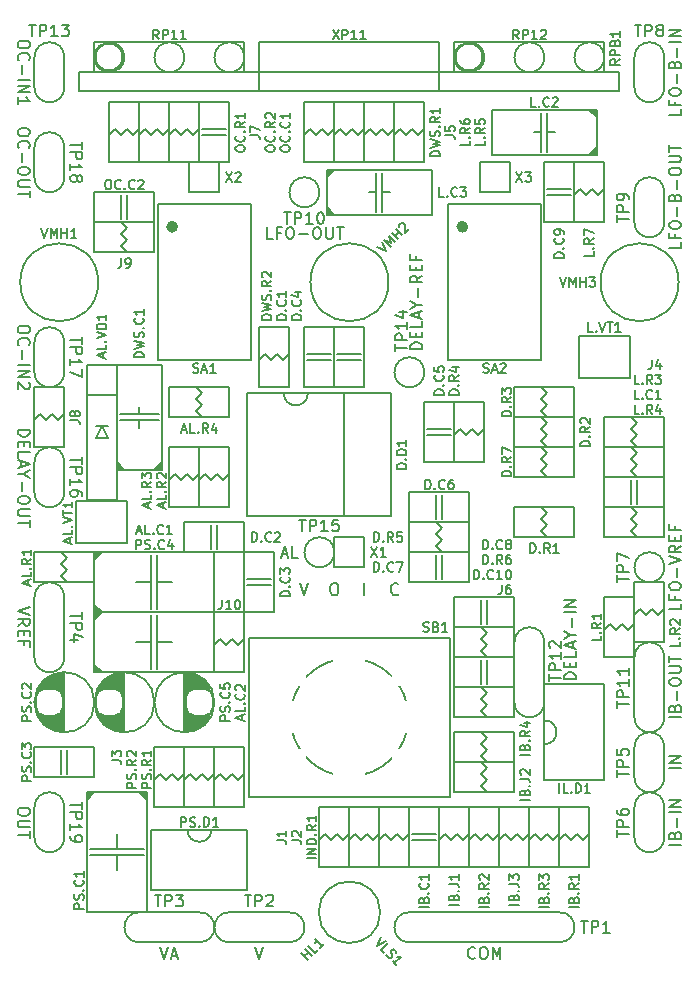
<source format=gbr>
G04 #@! TF.GenerationSoftware,KiCad,Pcbnew,5.1.6-c6e7f7d~87~ubuntu19.10.1*
G04 #@! TF.CreationDate,2023-03-12T15:13:21+06:00*
G04 #@! TF.ProjectId,little_angel_chorus_r2a,6c697474-6c65-45f6-916e-67656c5f6368,2A*
G04 #@! TF.SameCoordinates,Original*
G04 #@! TF.FileFunction,Legend,Top*
G04 #@! TF.FilePolarity,Positive*
%FSLAX46Y46*%
G04 Gerber Fmt 4.6, Leading zero omitted, Abs format (unit mm)*
G04 Created by KiCad (PCBNEW 5.1.6-c6e7f7d~87~ubuntu19.10.1) date 2023-03-12 15:13:21*
%MOMM*%
%LPD*%
G01*
G04 APERTURE LIST*
%ADD10C,0.200000*%
%ADD11C,1.370000*%
%ADD12C,0.500000*%
%ADD13R,2.100000X2.100000*%
%ADD14C,2.100000*%
%ADD15R,2.700000X2.700000*%
%ADD16C,3.000000*%
%ADD17R,2.000000X1.800000*%
%ADD18R,2.400000X0.800000*%
%ADD19R,2.800000X2.600000*%
%ADD20R,1.800000X2.000000*%
%ADD21R,2.600000X2.800000*%
%ADD22R,1.600000X1.200000*%
%ADD23R,2.800000X2.400000*%
%ADD24R,0.800000X2.400000*%
%ADD25R,2.400000X2.800000*%
%ADD26R,1.000000X1.800000*%
%ADD27C,6.200000*%
G04 APERTURE END LIST*
D10*
X109529523Y-173712142D02*
X109481904Y-173759761D01*
X109339047Y-173807380D01*
X109243809Y-173807380D01*
X109100952Y-173759761D01*
X109005714Y-173664523D01*
X108958095Y-173569285D01*
X108910476Y-173378809D01*
X108910476Y-173235952D01*
X108958095Y-173045476D01*
X109005714Y-172950238D01*
X109100952Y-172855000D01*
X109243809Y-172807380D01*
X109339047Y-172807380D01*
X109481904Y-172855000D01*
X109529523Y-172902619D01*
X106680000Y-173807380D02*
X106680000Y-172807380D01*
X104044761Y-172807380D02*
X104235238Y-172807380D01*
X104330476Y-172855000D01*
X104425714Y-172950238D01*
X104473333Y-173140714D01*
X104473333Y-173474047D01*
X104425714Y-173664523D01*
X104330476Y-173759761D01*
X104235238Y-173807380D01*
X104044761Y-173807380D01*
X103949523Y-173759761D01*
X103854285Y-173664523D01*
X103806666Y-173474047D01*
X103806666Y-173140714D01*
X103854285Y-172950238D01*
X103949523Y-172855000D01*
X104044761Y-172807380D01*
X101266666Y-172807380D02*
X101600000Y-173807380D01*
X101933333Y-172807380D01*
X127000000Y-128270000D02*
G75*
G03*
X127000000Y-128270000I-1270000J0D01*
G01*
X121920000Y-128270000D02*
G75*
G03*
X121920000Y-128270000I-1270000J0D01*
G01*
X114300000Y-127000000D02*
X114300000Y-129540000D01*
X83820000Y-127000000D02*
X83820000Y-129540000D01*
D11*
X116255000Y-128270000D02*
G75*
G03*
X116255000Y-128270000I-685000J0D01*
G01*
X85775000Y-128270000D02*
G75*
G03*
X85775000Y-128270000I-685000J0D01*
G01*
D10*
X114300000Y-127000000D02*
X127000000Y-127000000D01*
X83820000Y-127000000D02*
X96520000Y-127000000D01*
X82550000Y-129540000D02*
X82550000Y-131140000D01*
X128270000Y-129540000D02*
X128270000Y-131140000D01*
X97790000Y-127000000D02*
X97790000Y-129540000D01*
X97790000Y-127000000D02*
X113030000Y-127000000D01*
X82550000Y-129540000D02*
X128270000Y-129540000D01*
X82550000Y-131140000D02*
X128270000Y-131140000D01*
X113030000Y-127000000D02*
X113030000Y-129540000D01*
X96520000Y-127000000D02*
X96520000Y-129540000D01*
X127000000Y-127000000D02*
X127000000Y-129540000D01*
X97790000Y-129540000D02*
X97790000Y-131140000D01*
X113030000Y-129540000D02*
X113030000Y-131140000D01*
X91440000Y-128270000D02*
G75*
G03*
X91440000Y-128270000I-1270000J0D01*
G01*
X96520000Y-128270000D02*
G75*
G03*
X96520000Y-128270000I-1270000J0D01*
G01*
D12*
X115220000Y-142620000D02*
G75*
G03*
X115220000Y-142620000I-250000J0D01*
G01*
D10*
X121645000Y-140720000D02*
X121645000Y-153920000D01*
X113745000Y-140720000D02*
X113745000Y-153920000D01*
X113745000Y-153920000D02*
X121645000Y-153920000D01*
X113745000Y-140720000D02*
X121645000Y-140720000D01*
D12*
X90650000Y-142620000D02*
G75*
G03*
X90650000Y-142620000I-250000J0D01*
G01*
D10*
X97075000Y-140720000D02*
X97075000Y-153920000D01*
X89175000Y-140720000D02*
X89175000Y-153920000D01*
X89175000Y-153920000D02*
X97075000Y-153920000D01*
X89175000Y-140720000D02*
X97075000Y-140720000D01*
X81280000Y-191770000D02*
X81280000Y-194310000D01*
X78740000Y-191770000D02*
X78740000Y-194310000D01*
X78740000Y-191770000D02*
G75*
G02*
X81280000Y-191770000I1270000J0D01*
G01*
X81280000Y-194310000D02*
G75*
G02*
X78740000Y-194310000I-1270000J0D01*
G01*
X78740000Y-135890000D02*
X78740000Y-138430000D01*
X81280000Y-135890000D02*
X81280000Y-138430000D01*
X81280000Y-138430000D02*
G75*
G02*
X78740000Y-138430000I-1270000J0D01*
G01*
X78740000Y-135890000D02*
G75*
G02*
X81280000Y-135890000I1270000J0D01*
G01*
X78740000Y-152400000D02*
X78740000Y-154940000D01*
X81280000Y-152400000D02*
X81280000Y-154940000D01*
X81280000Y-154940000D02*
G75*
G02*
X78740000Y-154940000I-1270000J0D01*
G01*
X78740000Y-152400000D02*
G75*
G02*
X81280000Y-152400000I1270000J0D01*
G01*
X78740000Y-162560000D02*
X78740000Y-165100000D01*
X81280000Y-162560000D02*
X81280000Y-165100000D01*
X81280000Y-165100000D02*
G75*
G02*
X78740000Y-165100000I-1270000J0D01*
G01*
X78740000Y-162560000D02*
G75*
G02*
X81280000Y-162560000I1270000J0D01*
G01*
X104140000Y-170180000D02*
G75*
G03*
X104140000Y-170180000I-1270000J0D01*
G01*
X111760000Y-154940000D02*
G75*
G03*
X111760000Y-154940000I-1270000J0D01*
G01*
X81280000Y-128270000D02*
X81280000Y-130810000D01*
X78740000Y-128270000D02*
X78740000Y-130810000D01*
X78740000Y-128270000D02*
G75*
G02*
X81280000Y-128270000I1270000J0D01*
G01*
X81280000Y-130810000D02*
G75*
G02*
X78740000Y-130810000I-1270000J0D01*
G01*
X121920000Y-182880000D02*
X121920000Y-177800000D01*
X119380000Y-182880000D02*
X119380000Y-177800000D01*
X119380000Y-177800000D02*
G75*
G02*
X121920000Y-177800000I1270000J0D01*
G01*
X121920000Y-182880000D02*
G75*
G02*
X119380000Y-182880000I-1270000J0D01*
G01*
X129540000Y-184150000D02*
X129540000Y-179070000D01*
X132080000Y-184150000D02*
X132080000Y-179070000D01*
X132080000Y-184150000D02*
G75*
G02*
X129540000Y-184150000I-1270000J0D01*
G01*
X129540000Y-179070000D02*
G75*
G02*
X132080000Y-179070000I1270000J0D01*
G01*
X102870000Y-139700000D02*
G75*
G03*
X102870000Y-139700000I-1270000J0D01*
G01*
X129540000Y-142240000D02*
X129540000Y-139700000D01*
X132080000Y-142240000D02*
X132080000Y-139700000D01*
X132080000Y-142240000D02*
G75*
G02*
X129540000Y-142240000I-1270000J0D01*
G01*
X129540000Y-139700000D02*
G75*
G02*
X132080000Y-139700000I1270000J0D01*
G01*
X132080000Y-130810000D02*
X132080000Y-128270000D01*
X129540000Y-130810000D02*
X129540000Y-128270000D01*
X129540000Y-128270000D02*
G75*
G02*
X132080000Y-128270000I1270000J0D01*
G01*
X132080000Y-130810000D02*
G75*
G02*
X129540000Y-130810000I-1270000J0D01*
G01*
X132080000Y-171450000D02*
G75*
G03*
X132080000Y-171450000I-1270000J0D01*
G01*
X129540000Y-194310000D02*
X129540000Y-191770000D01*
X132080000Y-194310000D02*
X132080000Y-191770000D01*
X132080000Y-194310000D02*
G75*
G02*
X129540000Y-194310000I-1270000J0D01*
G01*
X129540000Y-191770000D02*
G75*
G02*
X132080000Y-191770000I1270000J0D01*
G01*
X129540000Y-189230000D02*
X129540000Y-186690000D01*
X132080000Y-189230000D02*
X132080000Y-186690000D01*
X132080000Y-189230000D02*
G75*
G02*
X129540000Y-189230000I-1270000J0D01*
G01*
X129540000Y-186690000D02*
G75*
G02*
X132080000Y-186690000I1270000J0D01*
G01*
X78740000Y-173990000D02*
X78740000Y-179070000D01*
X81280000Y-173990000D02*
X81280000Y-179070000D01*
X81280000Y-179070000D02*
G75*
G02*
X78740000Y-179070000I-1270000J0D01*
G01*
X78740000Y-173990000D02*
G75*
G02*
X81280000Y-173990000I1270000J0D01*
G01*
X87630000Y-203200000D02*
X92710000Y-203200000D01*
X87630000Y-200660000D02*
X92710000Y-200660000D01*
X92710000Y-200660000D02*
G75*
G02*
X92710000Y-203200000I0J-1270000D01*
G01*
X87630000Y-203200000D02*
G75*
G02*
X87630000Y-200660000I0J1270000D01*
G01*
X95250000Y-203200000D02*
X100330000Y-203200000D01*
X95250000Y-200660000D02*
X100330000Y-200660000D01*
X100330000Y-200660000D02*
G75*
G02*
X100330000Y-203200000I0J-1270000D01*
G01*
X95250000Y-203200000D02*
G75*
G02*
X95250000Y-200660000I0J1270000D01*
G01*
X110490000Y-200660000D02*
X123190000Y-200660000D01*
X110490000Y-203200000D02*
X123190000Y-203200000D01*
X110490000Y-203200000D02*
G75*
G02*
X110490000Y-200660000I0J1270000D01*
G01*
X123190000Y-200660000D02*
G75*
G02*
X123190000Y-203200000I0J-1270000D01*
G01*
X91440000Y-191770000D02*
X93980000Y-191770000D01*
X91440000Y-186690000D02*
X93980000Y-186690000D01*
X91440000Y-191770000D02*
X91440000Y-186690000D01*
X93980000Y-191770000D02*
X93980000Y-186690000D01*
X93472000Y-189484000D02*
X93980000Y-188976000D01*
X92964000Y-188976000D02*
X93472000Y-189484000D01*
X92456000Y-189484000D02*
X92964000Y-188976000D01*
X91948000Y-188976000D02*
X91440000Y-189484000D01*
X92456000Y-189484000D02*
X91948000Y-188976000D01*
X95504000Y-188976000D02*
X96012000Y-189484000D01*
X96012000Y-189484000D02*
X96520000Y-188976000D01*
X95504000Y-188976000D02*
X94996000Y-189484000D01*
X94996000Y-189484000D02*
X94488000Y-188976000D01*
X94488000Y-188976000D02*
X93980000Y-189484000D01*
X93980000Y-186690000D02*
X93980000Y-191770000D01*
X96520000Y-186690000D02*
X96520000Y-191770000D01*
X96520000Y-191770000D02*
X93980000Y-191770000D01*
X96520000Y-186690000D02*
X93980000Y-186690000D01*
X88646000Y-193675000D02*
X96774000Y-193675000D01*
X96774000Y-193675000D02*
X96774000Y-198755000D01*
X96774000Y-198755000D02*
X88646000Y-198755000D01*
X88646000Y-193675000D02*
X88646000Y-198755000D01*
X91694000Y-193675000D02*
G75*
G03*
X93726000Y-193675000I1016000J0D01*
G01*
X88900000Y-182880000D02*
G75*
G03*
X88900000Y-182880000I-2540000J0D01*
G01*
G36*
X86360000Y-185420000D02*
G01*
X85598000Y-185293000D01*
X84455000Y-184531000D01*
X83820000Y-182880000D01*
X84455000Y-181229000D01*
X85598000Y-180467000D01*
X86360000Y-180340000D01*
X86360000Y-185420000D01*
G37*
X86360000Y-185420000D02*
X85598000Y-185293000D01*
X84455000Y-184531000D01*
X83820000Y-182880000D01*
X84455000Y-181229000D01*
X85598000Y-180467000D01*
X86360000Y-180340000D01*
X86360000Y-185420000D01*
X83820000Y-180340000D02*
X93980000Y-180340000D01*
X83820000Y-175260000D02*
X93980000Y-175260000D01*
X93980000Y-175260000D02*
X93980000Y-180340000D01*
X89154000Y-175514000D02*
X89154000Y-180086000D01*
X88646000Y-175514000D02*
X88646000Y-180086000D01*
X83820000Y-175260000D02*
X83820000Y-180340000D01*
G36*
X84455000Y-180340000D02*
G01*
X83820000Y-180340000D01*
X83820000Y-179705000D01*
X84455000Y-180340000D01*
G37*
X84455000Y-180340000D02*
X83820000Y-180340000D01*
X83820000Y-179705000D01*
X84455000Y-180340000D01*
G36*
X83820000Y-175895000D02*
G01*
X83820000Y-175260000D01*
X84455000Y-175260000D01*
X83820000Y-175895000D01*
G37*
X83820000Y-175895000D02*
X83820000Y-175260000D01*
X84455000Y-175260000D01*
X83820000Y-175895000D01*
X87376000Y-177800000D02*
X88646000Y-177800000D01*
X89154000Y-177800000D02*
X90424000Y-177800000D01*
X83820000Y-186690000D02*
X78740000Y-186690000D01*
X83820000Y-189230000D02*
X78740000Y-189230000D01*
X81026000Y-188976000D02*
X81026000Y-186944000D01*
X81534000Y-188976000D02*
X81534000Y-186944000D01*
X78740000Y-189230000D02*
X78740000Y-186690000D01*
X83820000Y-189230000D02*
X83820000Y-186690000D01*
X83820000Y-182880000D02*
G75*
G03*
X83820000Y-182880000I-2540000J0D01*
G01*
G36*
X81280000Y-185420000D02*
G01*
X80518000Y-185293000D01*
X79375000Y-184531000D01*
X78740000Y-182880000D01*
X79375000Y-181229000D01*
X80518000Y-180467000D01*
X81280000Y-180340000D01*
X81280000Y-185420000D01*
G37*
X81280000Y-185420000D02*
X80518000Y-185293000D01*
X79375000Y-184531000D01*
X78740000Y-182880000D01*
X79375000Y-181229000D01*
X80518000Y-180467000D01*
X81280000Y-180340000D01*
X81280000Y-185420000D01*
X85725000Y-195834000D02*
X85725000Y-197104000D01*
X85725000Y-194056000D02*
X85725000Y-195326000D01*
G36*
X87630000Y-190500000D02*
G01*
X88265000Y-190500000D01*
X88265000Y-191135000D01*
X87630000Y-190500000D01*
G37*
X87630000Y-190500000D02*
X88265000Y-190500000D01*
X88265000Y-191135000D01*
X87630000Y-190500000D01*
G36*
X83185000Y-191135000D02*
G01*
X83185000Y-190500000D01*
X83820000Y-190500000D01*
X83185000Y-191135000D01*
G37*
X83185000Y-191135000D02*
X83185000Y-190500000D01*
X83820000Y-190500000D01*
X83185000Y-191135000D01*
X88265000Y-190500000D02*
X83185000Y-190500000D01*
X88011000Y-195326000D02*
X83439000Y-195326000D01*
X88011000Y-195834000D02*
X83439000Y-195834000D01*
X88265000Y-200660000D02*
X83185000Y-200660000D01*
X88265000Y-190500000D02*
X88265000Y-200660000D01*
X83185000Y-190500000D02*
X83185000Y-200660000D01*
X91694000Y-134366000D02*
X92202000Y-134874000D01*
X92202000Y-134874000D02*
X92710000Y-134366000D01*
X91694000Y-134366000D02*
X91186000Y-134874000D01*
X91186000Y-134874000D02*
X90678000Y-134366000D01*
X90678000Y-134366000D02*
X90170000Y-134874000D01*
X90170000Y-132080000D02*
X90170000Y-137160000D01*
X92710000Y-132080000D02*
X92710000Y-137160000D01*
X92710000Y-137160000D02*
X90170000Y-137160000D01*
X92710000Y-132080000D02*
X90170000Y-132080000D01*
X86614000Y-134366000D02*
X87122000Y-134874000D01*
X87122000Y-134874000D02*
X87630000Y-134366000D01*
X86614000Y-134366000D02*
X86106000Y-134874000D01*
X86106000Y-134874000D02*
X85598000Y-134366000D01*
X85598000Y-134366000D02*
X85090000Y-134874000D01*
X85090000Y-132080000D02*
X85090000Y-137160000D01*
X87630000Y-132080000D02*
X87630000Y-137160000D01*
X87630000Y-137160000D02*
X85090000Y-137160000D01*
X87630000Y-132080000D02*
X85090000Y-132080000D01*
X88900000Y-139700000D02*
X83820000Y-139700000D01*
X88900000Y-142240000D02*
X83820000Y-142240000D01*
X86106000Y-141986000D02*
X86106000Y-139954000D01*
X86614000Y-141986000D02*
X86614000Y-139954000D01*
X83820000Y-142240000D02*
X83820000Y-139700000D01*
X88900000Y-142240000D02*
X88900000Y-139700000D01*
X92710000Y-132080000D02*
X92710000Y-137160000D01*
X95250000Y-132080000D02*
X95250000Y-137160000D01*
X94996000Y-134874000D02*
X92964000Y-134874000D01*
X94996000Y-134366000D02*
X92964000Y-134366000D01*
X95250000Y-137160000D02*
X92710000Y-137160000D01*
X95250000Y-132080000D02*
X92710000Y-132080000D01*
X129159000Y-155448000D02*
X129159000Y-151892000D01*
X129159000Y-155448000D02*
X124841000Y-155448000D01*
X124841000Y-151892000D02*
X124841000Y-155448000D01*
X124841000Y-151892000D02*
X129159000Y-151892000D01*
X127000000Y-137160000D02*
X124460000Y-137160000D01*
X127000000Y-142240000D02*
X124460000Y-142240000D01*
X127000000Y-137160000D02*
X127000000Y-142240000D01*
X124460000Y-137160000D02*
X124460000Y-142240000D01*
X124968000Y-139446000D02*
X124460000Y-139954000D01*
X125476000Y-139954000D02*
X124968000Y-139446000D01*
X125984000Y-139446000D02*
X125476000Y-139954000D01*
X126492000Y-139954000D02*
X127000000Y-139446000D01*
X125984000Y-139446000D02*
X126492000Y-139954000D01*
X107696000Y-134874000D02*
X107188000Y-134366000D01*
X107188000Y-134366000D02*
X106680000Y-134874000D01*
X107696000Y-134874000D02*
X108204000Y-134366000D01*
X108204000Y-134366000D02*
X108712000Y-134874000D01*
X108712000Y-134874000D02*
X109220000Y-134366000D01*
X109220000Y-137160000D02*
X109220000Y-132080000D01*
X106680000Y-137160000D02*
X106680000Y-132080000D01*
X106680000Y-132080000D02*
X109220000Y-132080000D01*
X106680000Y-137160000D02*
X109220000Y-137160000D01*
X110236000Y-134874000D02*
X109728000Y-134366000D01*
X109728000Y-134366000D02*
X109220000Y-134874000D01*
X110236000Y-134874000D02*
X110744000Y-134366000D01*
X110744000Y-134366000D02*
X111252000Y-134874000D01*
X111252000Y-134874000D02*
X111760000Y-134366000D01*
X111760000Y-137160000D02*
X111760000Y-132080000D01*
X109220000Y-137160000D02*
X109220000Y-132080000D01*
X109220000Y-132080000D02*
X111760000Y-132080000D01*
X109220000Y-137160000D02*
X111760000Y-137160000D01*
X132080000Y-168910000D02*
X132080000Y-166370000D01*
X127000000Y-168910000D02*
X127000000Y-166370000D01*
X132080000Y-168910000D02*
X127000000Y-168910000D01*
X132080000Y-166370000D02*
X127000000Y-166370000D01*
X129794000Y-166878000D02*
X129286000Y-166370000D01*
X129286000Y-167386000D02*
X129794000Y-166878000D01*
X129794000Y-167894000D02*
X129286000Y-167386000D01*
X129286000Y-168402000D02*
X129794000Y-168910000D01*
X129794000Y-167894000D02*
X129286000Y-168402000D01*
X129794000Y-162814000D02*
X129286000Y-163322000D01*
X129286000Y-163322000D02*
X129794000Y-163830000D01*
X129794000Y-162814000D02*
X129286000Y-162306000D01*
X129286000Y-162306000D02*
X129794000Y-161798000D01*
X129794000Y-161798000D02*
X129286000Y-161290000D01*
X132080000Y-161290000D02*
X127000000Y-161290000D01*
X132080000Y-163830000D02*
X127000000Y-163830000D01*
X127000000Y-163830000D02*
X127000000Y-161290000D01*
X132080000Y-163830000D02*
X132080000Y-161290000D01*
X130556000Y-175514000D02*
X130048000Y-175006000D01*
X130048000Y-175006000D02*
X129540000Y-175514000D01*
X130556000Y-175514000D02*
X131064000Y-175006000D01*
X131064000Y-175006000D02*
X131572000Y-175514000D01*
X131572000Y-175514000D02*
X132080000Y-175006000D01*
X132080000Y-177800000D02*
X132080000Y-172720000D01*
X129540000Y-177800000D02*
X129540000Y-172720000D01*
X129540000Y-172720000D02*
X132080000Y-172720000D01*
X129540000Y-177800000D02*
X132080000Y-177800000D01*
X128524000Y-176276000D02*
X129032000Y-176784000D01*
X129032000Y-176784000D02*
X129540000Y-176276000D01*
X128524000Y-176276000D02*
X128016000Y-176784000D01*
X128016000Y-176784000D02*
X127508000Y-176276000D01*
X127508000Y-176276000D02*
X127000000Y-176784000D01*
X127000000Y-173990000D02*
X127000000Y-179070000D01*
X129540000Y-173990000D02*
X129540000Y-179070000D01*
X129540000Y-179070000D02*
X127000000Y-179070000D01*
X129540000Y-173990000D02*
X127000000Y-173990000D01*
G36*
X103505000Y-138430000D02*
G01*
X103505000Y-137795000D01*
X104140000Y-137795000D01*
X103505000Y-138430000D01*
G37*
X103505000Y-138430000D02*
X103505000Y-137795000D01*
X104140000Y-137795000D01*
X103505000Y-138430000D01*
G36*
X104140000Y-141605000D02*
G01*
X103505000Y-141605000D01*
X103505000Y-140970000D01*
X104140000Y-141605000D01*
G37*
X104140000Y-141605000D02*
X103505000Y-141605000D01*
X103505000Y-140970000D01*
X104140000Y-141605000D01*
X103505000Y-141605000D02*
X112395000Y-141605000D01*
X103505000Y-137795000D02*
X112395000Y-137795000D01*
X112395000Y-137795000D02*
X112395000Y-141605000D01*
X108204000Y-138049000D02*
X108204000Y-141351000D01*
X107696000Y-138049000D02*
X107696000Y-141351000D01*
X103505000Y-137795000D02*
X103505000Y-141605000D01*
X107061000Y-139700000D02*
X107696000Y-139700000D01*
X108204000Y-139700000D02*
X108839000Y-139700000D01*
G36*
X126365000Y-135890000D02*
G01*
X126365000Y-136525000D01*
X125730000Y-136525000D01*
X126365000Y-135890000D01*
G37*
X126365000Y-135890000D02*
X126365000Y-136525000D01*
X125730000Y-136525000D01*
X126365000Y-135890000D01*
G36*
X125730000Y-132715000D02*
G01*
X126365000Y-132715000D01*
X126365000Y-133350000D01*
X125730000Y-132715000D01*
G37*
X125730000Y-132715000D02*
X126365000Y-132715000D01*
X126365000Y-133350000D01*
X125730000Y-132715000D01*
X126365000Y-132715000D02*
X117475000Y-132715000D01*
X126365000Y-136525000D02*
X117475000Y-136525000D01*
X117475000Y-136525000D02*
X117475000Y-132715000D01*
X121666000Y-136271000D02*
X121666000Y-132969000D01*
X122174000Y-136271000D02*
X122174000Y-132969000D01*
X126365000Y-136525000D02*
X126365000Y-132715000D01*
X122809000Y-134620000D02*
X122174000Y-134620000D01*
X121666000Y-134620000D02*
X121031000Y-134620000D01*
X132080000Y-163830000D02*
X127000000Y-163830000D01*
X132080000Y-166370000D02*
X127000000Y-166370000D01*
X129286000Y-166116000D02*
X129286000Y-164084000D01*
X129794000Y-166116000D02*
X129794000Y-164084000D01*
X127000000Y-166370000D02*
X127000000Y-163830000D01*
X132080000Y-166370000D02*
X132080000Y-163830000D01*
X94996000Y-178054000D02*
X94488000Y-177546000D01*
X94488000Y-177546000D02*
X93980000Y-178054000D01*
X94996000Y-178054000D02*
X95504000Y-177546000D01*
X95504000Y-177546000D02*
X96012000Y-178054000D01*
X96012000Y-178054000D02*
X96520000Y-177546000D01*
X96520000Y-180340000D02*
X96520000Y-175260000D01*
X93980000Y-180340000D02*
X93980000Y-175260000D01*
X93980000Y-175260000D02*
X96520000Y-175260000D01*
X93980000Y-180340000D02*
X96520000Y-180340000D01*
X83820000Y-142240000D02*
X83820000Y-144780000D01*
X88900000Y-142240000D02*
X88900000Y-144780000D01*
X83820000Y-142240000D02*
X88900000Y-142240000D01*
X83820000Y-144780000D02*
X88900000Y-144780000D01*
X86106000Y-144272000D02*
X86614000Y-144780000D01*
X86614000Y-143764000D02*
X86106000Y-144272000D01*
X86106000Y-143256000D02*
X86614000Y-143764000D01*
X86614000Y-142748000D02*
X86106000Y-142240000D01*
X86106000Y-143256000D02*
X86614000Y-142748000D01*
X78740000Y-161290000D02*
X81280000Y-161290000D01*
X78740000Y-156210000D02*
X81280000Y-156210000D01*
X78740000Y-161290000D02*
X78740000Y-156210000D01*
X81280000Y-161290000D02*
X81280000Y-156210000D01*
X80772000Y-159004000D02*
X81280000Y-158496000D01*
X80264000Y-158496000D02*
X80772000Y-159004000D01*
X79756000Y-159004000D02*
X80264000Y-158496000D01*
X79248000Y-158496000D02*
X78740000Y-159004000D01*
X79756000Y-159004000D02*
X79248000Y-158496000D01*
X88646000Y-134874000D02*
X88138000Y-134366000D01*
X88138000Y-134366000D02*
X87630000Y-134874000D01*
X88646000Y-134874000D02*
X89154000Y-134366000D01*
X89154000Y-134366000D02*
X89662000Y-134874000D01*
X89662000Y-134874000D02*
X90170000Y-134366000D01*
X90170000Y-137160000D02*
X90170000Y-132080000D01*
X87630000Y-137160000D02*
X87630000Y-132080000D01*
X87630000Y-132080000D02*
X90170000Y-132080000D01*
X87630000Y-137160000D02*
X90170000Y-137160000D01*
X116586000Y-182626000D02*
X117094000Y-182118000D01*
X117094000Y-182118000D02*
X116586000Y-181610000D01*
X116586000Y-182626000D02*
X117094000Y-183134000D01*
X117094000Y-183134000D02*
X116586000Y-183642000D01*
X116586000Y-183642000D02*
X117094000Y-184150000D01*
X114300000Y-184150000D02*
X119380000Y-184150000D01*
X114300000Y-181610000D02*
X119380000Y-181610000D01*
X119380000Y-181610000D02*
X119380000Y-184150000D01*
X114300000Y-181610000D02*
X114300000Y-184150000D01*
X104140000Y-137160000D02*
X106680000Y-137160000D01*
X104140000Y-132080000D02*
X106680000Y-132080000D01*
X104140000Y-137160000D02*
X104140000Y-132080000D01*
X106680000Y-137160000D02*
X106680000Y-132080000D01*
X106172000Y-134874000D02*
X106680000Y-134366000D01*
X105664000Y-134366000D02*
X106172000Y-134874000D01*
X105156000Y-134874000D02*
X105664000Y-134366000D01*
X104648000Y-134366000D02*
X104140000Y-134874000D01*
X105156000Y-134874000D02*
X104648000Y-134366000D01*
X127000000Y-158750000D02*
X127000000Y-161290000D01*
X132080000Y-158750000D02*
X132080000Y-161290000D01*
X127000000Y-158750000D02*
X132080000Y-158750000D01*
X127000000Y-161290000D02*
X132080000Y-161290000D01*
X129286000Y-160782000D02*
X129794000Y-161290000D01*
X129794000Y-160274000D02*
X129286000Y-160782000D01*
X129286000Y-159766000D02*
X129794000Y-160274000D01*
X129794000Y-159258000D02*
X129286000Y-158750000D01*
X129286000Y-159766000D02*
X129794000Y-159258000D01*
X88900000Y-191770000D02*
X91440000Y-191770000D01*
X88900000Y-186690000D02*
X91440000Y-186690000D01*
X88900000Y-191770000D02*
X88900000Y-186690000D01*
X91440000Y-191770000D02*
X91440000Y-186690000D01*
X90932000Y-189484000D02*
X91440000Y-188976000D01*
X90424000Y-188976000D02*
X90932000Y-189484000D01*
X89916000Y-189484000D02*
X90424000Y-188976000D01*
X89408000Y-188976000D02*
X88900000Y-189484000D01*
X89916000Y-189484000D02*
X89408000Y-188976000D01*
X107950000Y-191770000D02*
X105410000Y-191770000D01*
X107950000Y-196850000D02*
X105410000Y-196850000D01*
X107950000Y-191770000D02*
X107950000Y-196850000D01*
X105410000Y-191770000D02*
X105410000Y-196850000D01*
X105918000Y-194056000D02*
X105410000Y-194564000D01*
X106426000Y-194564000D02*
X105918000Y-194056000D01*
X106934000Y-194056000D02*
X106426000Y-194564000D01*
X107442000Y-194564000D02*
X107950000Y-194056000D01*
X106934000Y-194056000D02*
X107442000Y-194564000D01*
X103886000Y-194564000D02*
X103378000Y-194056000D01*
X103378000Y-194056000D02*
X102870000Y-194564000D01*
X103886000Y-194564000D02*
X104394000Y-194056000D01*
X104394000Y-194056000D02*
X104902000Y-194564000D01*
X104902000Y-194564000D02*
X105410000Y-194056000D01*
X105410000Y-196850000D02*
X105410000Y-191770000D01*
X102870000Y-196850000D02*
X102870000Y-191770000D01*
X102870000Y-191770000D02*
X105410000Y-191770000D01*
X102870000Y-196850000D02*
X105410000Y-196850000D01*
X109474000Y-194056000D02*
X109982000Y-194564000D01*
X109982000Y-194564000D02*
X110490000Y-194056000D01*
X109474000Y-194056000D02*
X108966000Y-194564000D01*
X108966000Y-194564000D02*
X108458000Y-194056000D01*
X108458000Y-194056000D02*
X107950000Y-194564000D01*
X107950000Y-191770000D02*
X107950000Y-196850000D01*
X110490000Y-191770000D02*
X110490000Y-196850000D01*
X110490000Y-196850000D02*
X107950000Y-196850000D01*
X110490000Y-191770000D02*
X107950000Y-191770000D01*
X121920000Y-189484000D02*
X121920000Y-181356000D01*
X121920000Y-181356000D02*
X127000000Y-181356000D01*
X127000000Y-181356000D02*
X127000000Y-189484000D01*
X121920000Y-189484000D02*
X127000000Y-189484000D01*
X121920000Y-186436000D02*
G75*
G03*
X121920000Y-184404000I0J1016000D01*
G01*
X119380000Y-187960000D02*
X119380000Y-185420000D01*
X114300000Y-187960000D02*
X114300000Y-185420000D01*
X119380000Y-187960000D02*
X114300000Y-187960000D01*
X119380000Y-185420000D02*
X114300000Y-185420000D01*
X117094000Y-185928000D02*
X116586000Y-185420000D01*
X116586000Y-186436000D02*
X117094000Y-185928000D01*
X117094000Y-186944000D02*
X116586000Y-186436000D01*
X116586000Y-187452000D02*
X117094000Y-187960000D01*
X117094000Y-186944000D02*
X116586000Y-187452000D01*
X120650000Y-196850000D02*
X123190000Y-196850000D01*
X120650000Y-191770000D02*
X123190000Y-191770000D01*
X120650000Y-196850000D02*
X120650000Y-191770000D01*
X123190000Y-196850000D02*
X123190000Y-191770000D01*
X122682000Y-194564000D02*
X123190000Y-194056000D01*
X122174000Y-194056000D02*
X122682000Y-194564000D01*
X121666000Y-194564000D02*
X122174000Y-194056000D01*
X121158000Y-194056000D02*
X120650000Y-194564000D01*
X121666000Y-194564000D02*
X121158000Y-194056000D01*
X116586000Y-194564000D02*
X116078000Y-194056000D01*
X116078000Y-194056000D02*
X115570000Y-194564000D01*
X116586000Y-194564000D02*
X117094000Y-194056000D01*
X117094000Y-194056000D02*
X117602000Y-194564000D01*
X117602000Y-194564000D02*
X118110000Y-194056000D01*
X118110000Y-196850000D02*
X118110000Y-191770000D01*
X115570000Y-196850000D02*
X115570000Y-191770000D01*
X115570000Y-191770000D02*
X118110000Y-191770000D01*
X115570000Y-196850000D02*
X118110000Y-196850000D01*
X125730000Y-191770000D02*
X123190000Y-191770000D01*
X125730000Y-196850000D02*
X123190000Y-196850000D01*
X125730000Y-191770000D02*
X125730000Y-196850000D01*
X123190000Y-191770000D02*
X123190000Y-196850000D01*
X123698000Y-194056000D02*
X123190000Y-194564000D01*
X124206000Y-194564000D02*
X123698000Y-194056000D01*
X124714000Y-194056000D02*
X124206000Y-194564000D01*
X125222000Y-194564000D02*
X125730000Y-194056000D01*
X124714000Y-194056000D02*
X125222000Y-194564000D01*
X119126000Y-194564000D02*
X118618000Y-194056000D01*
X118618000Y-194056000D02*
X118110000Y-194564000D01*
X119126000Y-194564000D02*
X119634000Y-194056000D01*
X119634000Y-194056000D02*
X120142000Y-194564000D01*
X120142000Y-194564000D02*
X120650000Y-194056000D01*
X120650000Y-196850000D02*
X120650000Y-191770000D01*
X118110000Y-196850000D02*
X118110000Y-191770000D01*
X118110000Y-191770000D02*
X120650000Y-191770000D01*
X118110000Y-196850000D02*
X120650000Y-196850000D01*
X114300000Y-187960000D02*
X114300000Y-190500000D01*
X119380000Y-187960000D02*
X119380000Y-190500000D01*
X114300000Y-187960000D02*
X119380000Y-187960000D01*
X114300000Y-190500000D02*
X119380000Y-190500000D01*
X116586000Y-189992000D02*
X117094000Y-190500000D01*
X117094000Y-189484000D02*
X116586000Y-189992000D01*
X116586000Y-188976000D02*
X117094000Y-189484000D01*
X117094000Y-188468000D02*
X116586000Y-187960000D01*
X116586000Y-188976000D02*
X117094000Y-188468000D01*
X114554000Y-194056000D02*
X115062000Y-194564000D01*
X115062000Y-194564000D02*
X115570000Y-194056000D01*
X114554000Y-194056000D02*
X114046000Y-194564000D01*
X114046000Y-194564000D02*
X113538000Y-194056000D01*
X113538000Y-194056000D02*
X113030000Y-194564000D01*
X113030000Y-191770000D02*
X113030000Y-196850000D01*
X115570000Y-191770000D02*
X115570000Y-196850000D01*
X115570000Y-196850000D02*
X113030000Y-196850000D01*
X115570000Y-191770000D02*
X113030000Y-191770000D01*
X113030000Y-196850000D02*
X113030000Y-191770000D01*
X110490000Y-196850000D02*
X110490000Y-191770000D01*
X110744000Y-194056000D02*
X112776000Y-194056000D01*
X110744000Y-194564000D02*
X112776000Y-194564000D01*
X110490000Y-191770000D02*
X113030000Y-191770000D01*
X110490000Y-196850000D02*
X113030000Y-196850000D01*
X100330000Y-151130000D02*
X97790000Y-151130000D01*
X100330000Y-156210000D02*
X97790000Y-156210000D01*
X100330000Y-151130000D02*
X100330000Y-156210000D01*
X97790000Y-151130000D02*
X97790000Y-156210000D01*
X98298000Y-153416000D02*
X97790000Y-153924000D01*
X98806000Y-153924000D02*
X98298000Y-153416000D01*
X99314000Y-153416000D02*
X98806000Y-153924000D01*
X99822000Y-153924000D02*
X100330000Y-153416000D01*
X99314000Y-153416000D02*
X99822000Y-153924000D01*
X103124000Y-134366000D02*
X103632000Y-134874000D01*
X103632000Y-134874000D02*
X104140000Y-134366000D01*
X103124000Y-134366000D02*
X102616000Y-134874000D01*
X102616000Y-134874000D02*
X102108000Y-134366000D01*
X102108000Y-134366000D02*
X101600000Y-134874000D01*
X101600000Y-132080000D02*
X101600000Y-137160000D01*
X104140000Y-132080000D02*
X104140000Y-137160000D01*
X104140000Y-137160000D02*
X101600000Y-137160000D01*
X104140000Y-132080000D02*
X101600000Y-132080000D01*
X87630000Y-158496000D02*
X87630000Y-157861000D01*
X87630000Y-159639000D02*
X87630000Y-159004000D01*
X85725000Y-163195000D02*
X89535000Y-163195000D01*
X85979000Y-159004000D02*
X89281000Y-159004000D01*
X85979000Y-158496000D02*
X89281000Y-158496000D01*
X85725000Y-154305000D02*
X89535000Y-154305000D01*
X85725000Y-163195000D02*
X85725000Y-154305000D01*
X89535000Y-163195000D02*
X89535000Y-154305000D01*
G36*
X89535000Y-162560000D02*
G01*
X89535000Y-163195000D01*
X88900000Y-163195000D01*
X89535000Y-162560000D01*
G37*
X89535000Y-162560000D02*
X89535000Y-163195000D01*
X88900000Y-163195000D01*
X89535000Y-162560000D01*
G36*
X86360000Y-163195000D02*
G01*
X85725000Y-163195000D01*
X85725000Y-162560000D01*
X86360000Y-163195000D01*
G37*
X86360000Y-163195000D02*
X85725000Y-163195000D01*
X85725000Y-162560000D01*
X86360000Y-163195000D01*
X121666000Y-162306000D02*
X122174000Y-161798000D01*
X122174000Y-161798000D02*
X121666000Y-161290000D01*
X121666000Y-162306000D02*
X122174000Y-162814000D01*
X122174000Y-162814000D02*
X121666000Y-163322000D01*
X121666000Y-163322000D02*
X122174000Y-163830000D01*
X119380000Y-163830000D02*
X124460000Y-163830000D01*
X119380000Y-161290000D02*
X124460000Y-161290000D01*
X124460000Y-161290000D02*
X124460000Y-163830000D01*
X119380000Y-161290000D02*
X119380000Y-163830000D01*
X119380000Y-179070000D02*
X119380000Y-176530000D01*
X114300000Y-179070000D02*
X114300000Y-176530000D01*
X119380000Y-179070000D02*
X114300000Y-179070000D01*
X119380000Y-176530000D02*
X114300000Y-176530000D01*
X117094000Y-177038000D02*
X116586000Y-176530000D01*
X116586000Y-177546000D02*
X117094000Y-177038000D01*
X117094000Y-178054000D02*
X116586000Y-177546000D01*
X116586000Y-178562000D02*
X117094000Y-179070000D01*
X117094000Y-178054000D02*
X116586000Y-178562000D01*
X110490000Y-167640000D02*
X110490000Y-170180000D01*
X115570000Y-167640000D02*
X115570000Y-170180000D01*
X110490000Y-167640000D02*
X115570000Y-167640000D01*
X110490000Y-170180000D02*
X115570000Y-170180000D01*
X112776000Y-169672000D02*
X113284000Y-170180000D01*
X113284000Y-169164000D02*
X112776000Y-169672000D01*
X112776000Y-168656000D02*
X113284000Y-169164000D01*
X113284000Y-168148000D02*
X112776000Y-167640000D01*
X112776000Y-168656000D02*
X113284000Y-168148000D01*
X115316000Y-160274000D02*
X114808000Y-159766000D01*
X114808000Y-159766000D02*
X114300000Y-160274000D01*
X115316000Y-160274000D02*
X115824000Y-159766000D01*
X115824000Y-159766000D02*
X116332000Y-160274000D01*
X116332000Y-160274000D02*
X116840000Y-159766000D01*
X116840000Y-162560000D02*
X116840000Y-157480000D01*
X114300000Y-162560000D02*
X114300000Y-157480000D01*
X114300000Y-157480000D02*
X116840000Y-157480000D01*
X114300000Y-162560000D02*
X116840000Y-162560000D01*
X121666000Y-157226000D02*
X122174000Y-156718000D01*
X122174000Y-156718000D02*
X121666000Y-156210000D01*
X121666000Y-157226000D02*
X122174000Y-157734000D01*
X122174000Y-157734000D02*
X121666000Y-158242000D01*
X121666000Y-158242000D02*
X122174000Y-158750000D01*
X119380000Y-158750000D02*
X124460000Y-158750000D01*
X119380000Y-156210000D02*
X124460000Y-156210000D01*
X124460000Y-156210000D02*
X124460000Y-158750000D01*
X119380000Y-156210000D02*
X119380000Y-158750000D01*
X121666000Y-159766000D02*
X122174000Y-159258000D01*
X122174000Y-159258000D02*
X121666000Y-158750000D01*
X121666000Y-159766000D02*
X122174000Y-160274000D01*
X122174000Y-160274000D02*
X121666000Y-160782000D01*
X121666000Y-160782000D02*
X122174000Y-161290000D01*
X119380000Y-161290000D02*
X124460000Y-161290000D01*
X119380000Y-158750000D02*
X124460000Y-158750000D01*
X124460000Y-158750000D02*
X124460000Y-161290000D01*
X119380000Y-158750000D02*
X119380000Y-161290000D01*
X121666000Y-167386000D02*
X122174000Y-166878000D01*
X122174000Y-166878000D02*
X121666000Y-166370000D01*
X121666000Y-167386000D02*
X122174000Y-167894000D01*
X122174000Y-167894000D02*
X121666000Y-168402000D01*
X121666000Y-168402000D02*
X122174000Y-168910000D01*
X119380000Y-168910000D02*
X124460000Y-168910000D01*
X119380000Y-166370000D02*
X124460000Y-166370000D01*
X124460000Y-166370000D02*
X124460000Y-168910000D01*
X119380000Y-166370000D02*
X119380000Y-168910000D01*
X96774000Y-156718000D02*
X96774000Y-167132000D01*
X108966000Y-167132000D02*
X96774000Y-167132000D01*
X108966000Y-156718000D02*
X108966000Y-167132000D01*
X96774000Y-156718000D02*
X108966000Y-156718000D01*
X104966000Y-156718000D02*
X104966000Y-167132000D01*
X99854000Y-156718000D02*
G75*
G03*
X101886000Y-156718000I1016000J0D01*
G01*
X114300000Y-181610000D02*
X119380000Y-181610000D01*
X114300000Y-179070000D02*
X119380000Y-179070000D01*
X117094000Y-179324000D02*
X117094000Y-181356000D01*
X116586000Y-179324000D02*
X116586000Y-181356000D01*
X119380000Y-179070000D02*
X119380000Y-181610000D01*
X114300000Y-179070000D02*
X114300000Y-181610000D01*
X124460000Y-142240000D02*
X124460000Y-137160000D01*
X121920000Y-142240000D02*
X121920000Y-137160000D01*
X122174000Y-139446000D02*
X124206000Y-139446000D01*
X122174000Y-139954000D02*
X124206000Y-139954000D01*
X121920000Y-137160000D02*
X124460000Y-137160000D01*
X121920000Y-142240000D02*
X124460000Y-142240000D01*
X114300000Y-173990000D02*
X114300000Y-176530000D01*
X119380000Y-173990000D02*
X119380000Y-176530000D01*
X116586000Y-174244000D02*
X116586000Y-176276000D01*
X117094000Y-174244000D02*
X117094000Y-176276000D01*
X114300000Y-173990000D02*
X119380000Y-173990000D01*
X114300000Y-176530000D02*
X119380000Y-176530000D01*
X110490000Y-172720000D02*
X115570000Y-172720000D01*
X110490000Y-170180000D02*
X115570000Y-170180000D01*
X113284000Y-170434000D02*
X113284000Y-172466000D01*
X112776000Y-170434000D02*
X112776000Y-172466000D01*
X115570000Y-170180000D02*
X115570000Y-172720000D01*
X110490000Y-170180000D02*
X110490000Y-172720000D01*
X115570000Y-165100000D02*
X110490000Y-165100000D01*
X115570000Y-167640000D02*
X110490000Y-167640000D01*
X112776000Y-167386000D02*
X112776000Y-165354000D01*
X113284000Y-167386000D02*
X113284000Y-165354000D01*
X110490000Y-167640000D02*
X110490000Y-165100000D01*
X115570000Y-167640000D02*
X115570000Y-165100000D01*
X111760000Y-157480000D02*
X111760000Y-162560000D01*
X114300000Y-157480000D02*
X114300000Y-162560000D01*
X114046000Y-160274000D02*
X112014000Y-160274000D01*
X114046000Y-159766000D02*
X112014000Y-159766000D01*
X114300000Y-162560000D02*
X111760000Y-162560000D01*
X114300000Y-157480000D02*
X111760000Y-157480000D01*
X106680000Y-156210000D02*
X106680000Y-151130000D01*
X104140000Y-156210000D02*
X104140000Y-151130000D01*
X104394000Y-153416000D02*
X106426000Y-153416000D01*
X104394000Y-153924000D02*
X106426000Y-153924000D01*
X104140000Y-151130000D02*
X106680000Y-151130000D01*
X104140000Y-156210000D02*
X106680000Y-156210000D01*
X96520000Y-175260000D02*
X99060000Y-175260000D01*
X96520000Y-170180000D02*
X99060000Y-170180000D01*
X96774000Y-172974000D02*
X98806000Y-172974000D01*
X96774000Y-172466000D02*
X98806000Y-172466000D01*
X96520000Y-175260000D02*
X96520000Y-170180000D01*
X99060000Y-175260000D02*
X99060000Y-170180000D01*
X91440000Y-167640000D02*
X91440000Y-170180000D01*
X96520000Y-167640000D02*
X96520000Y-170180000D01*
X93726000Y-167894000D02*
X93726000Y-169926000D01*
X94234000Y-167894000D02*
X94234000Y-169926000D01*
X91440000Y-167640000D02*
X96520000Y-167640000D01*
X91440000Y-170180000D02*
X96520000Y-170180000D01*
X104140000Y-156210000D02*
X104140000Y-151130000D01*
X101600000Y-156210000D02*
X101600000Y-151130000D01*
X101854000Y-153416000D02*
X103886000Y-153416000D01*
X101854000Y-153924000D02*
X103886000Y-153924000D01*
X101600000Y-151130000D02*
X104140000Y-151130000D01*
X101600000Y-156210000D02*
X104140000Y-156210000D01*
X82296000Y-165862000D02*
X82296000Y-169418000D01*
X82296000Y-165862000D02*
X86614000Y-165862000D01*
X86614000Y-169418000D02*
X86614000Y-165862000D01*
X86614000Y-169418000D02*
X82296000Y-169418000D01*
X83947000Y-159512000D02*
X84963000Y-159512000D01*
X84963000Y-160528000D02*
X84455000Y-159512000D01*
X83947000Y-160528000D02*
X84455000Y-159512000D01*
X83947000Y-160528000D02*
X84963000Y-160528000D01*
X83185000Y-154305000D02*
X85725000Y-154305000D01*
X83185000Y-165735000D02*
X85725000Y-165735000D01*
X85725000Y-165735000D02*
X85725000Y-154305000D01*
X83185000Y-165735000D02*
X83185000Y-154305000D01*
X83185000Y-156845000D02*
X85725000Y-156845000D01*
X95250000Y-158750000D02*
X95250000Y-156210000D01*
X90170000Y-158750000D02*
X90170000Y-156210000D01*
X95250000Y-158750000D02*
X90170000Y-158750000D01*
X95250000Y-156210000D02*
X90170000Y-156210000D01*
X92964000Y-156718000D02*
X92456000Y-156210000D01*
X92456000Y-157226000D02*
X92964000Y-156718000D01*
X92964000Y-157734000D02*
X92456000Y-157226000D01*
X92456000Y-158242000D02*
X92964000Y-158750000D01*
X92964000Y-157734000D02*
X92456000Y-158242000D01*
X91186000Y-164084000D02*
X90678000Y-163576000D01*
X90678000Y-163576000D02*
X90170000Y-164084000D01*
X91186000Y-164084000D02*
X91694000Y-163576000D01*
X91694000Y-163576000D02*
X92202000Y-164084000D01*
X92202000Y-164084000D02*
X92710000Y-163576000D01*
X92710000Y-166370000D02*
X92710000Y-161290000D01*
X90170000Y-166370000D02*
X90170000Y-161290000D01*
X90170000Y-161290000D02*
X92710000Y-161290000D01*
X90170000Y-166370000D02*
X92710000Y-166370000D01*
X94234000Y-163576000D02*
X94742000Y-164084000D01*
X94742000Y-164084000D02*
X95250000Y-163576000D01*
X94234000Y-163576000D02*
X93726000Y-164084000D01*
X93726000Y-164084000D02*
X93218000Y-163576000D01*
X93218000Y-163576000D02*
X92710000Y-164084000D01*
X92710000Y-161290000D02*
X92710000Y-166370000D01*
X95250000Y-161290000D02*
X95250000Y-166370000D01*
X95250000Y-166370000D02*
X92710000Y-166370000D01*
X95250000Y-161290000D02*
X92710000Y-161290000D01*
X81534000Y-171704000D02*
X81026000Y-172212000D01*
X81026000Y-172212000D02*
X81534000Y-172720000D01*
X81534000Y-171704000D02*
X81026000Y-171196000D01*
X81026000Y-171196000D02*
X81534000Y-170688000D01*
X81534000Y-170688000D02*
X81026000Y-170180000D01*
X83820000Y-170180000D02*
X78740000Y-170180000D01*
X83820000Y-172720000D02*
X78740000Y-172720000D01*
X78740000Y-172720000D02*
X78740000Y-170180000D01*
X83820000Y-172720000D02*
X83820000Y-170180000D01*
X93980000Y-182880000D02*
G75*
G03*
X93980000Y-182880000I-2540000J0D01*
G01*
G36*
X91440000Y-180340000D02*
G01*
X92202000Y-180467000D01*
X93345000Y-181229000D01*
X93980000Y-182880000D01*
X93345000Y-184531000D01*
X92202000Y-185293000D01*
X91440000Y-185420000D01*
X91440000Y-180340000D01*
G37*
X91440000Y-180340000D02*
X92202000Y-180467000D01*
X93345000Y-181229000D01*
X93980000Y-182880000D01*
X93345000Y-184531000D01*
X92202000Y-185293000D01*
X91440000Y-185420000D01*
X91440000Y-180340000D01*
X89154000Y-172720000D02*
X90424000Y-172720000D01*
X87376000Y-172720000D02*
X88646000Y-172720000D01*
G36*
X83820000Y-170815000D02*
G01*
X83820000Y-170180000D01*
X84455000Y-170180000D01*
X83820000Y-170815000D01*
G37*
X83820000Y-170815000D02*
X83820000Y-170180000D01*
X84455000Y-170180000D01*
X83820000Y-170815000D01*
G36*
X84455000Y-175260000D02*
G01*
X83820000Y-175260000D01*
X83820000Y-174625000D01*
X84455000Y-175260000D01*
G37*
X84455000Y-175260000D02*
X83820000Y-175260000D01*
X83820000Y-174625000D01*
X84455000Y-175260000D01*
X83820000Y-170180000D02*
X83820000Y-175260000D01*
X88646000Y-170434000D02*
X88646000Y-175006000D01*
X89154000Y-170434000D02*
X89154000Y-175006000D01*
X93980000Y-170180000D02*
X93980000Y-175260000D01*
X83820000Y-170180000D02*
X93980000Y-170180000D01*
X83820000Y-175260000D02*
X93980000Y-175260000D01*
X108010000Y-200660000D02*
G75*
G03*
X108010000Y-200660000I-2600000J0D01*
G01*
X133282000Y-147320000D02*
G75*
G03*
X133282000Y-147320000I-3302000J0D01*
G01*
X84142000Y-147320000D02*
G75*
G03*
X84142000Y-147320000I-3302000J0D01*
G01*
X108712000Y-147320000D02*
G75*
G03*
X108712000Y-147320000I-3302000J0D01*
G01*
X118965000Y-137160000D02*
X118965000Y-139700000D01*
X116425000Y-137160000D02*
X116425000Y-139700000D01*
X116425000Y-139700000D02*
X118965000Y-139700000D01*
X116425000Y-137160000D02*
X118965000Y-137160000D01*
X106680000Y-168910000D02*
X106680000Y-171450000D01*
X104140000Y-168910000D02*
X104140000Y-171450000D01*
X104140000Y-171450000D02*
X106680000Y-171450000D01*
X104140000Y-168910000D02*
X106680000Y-168910000D01*
X94395000Y-137160000D02*
X94395000Y-139700000D01*
X91855000Y-137160000D02*
X91855000Y-139700000D01*
X91855000Y-139700000D02*
X94395000Y-139700000D01*
X91855000Y-137160000D02*
X94395000Y-137160000D01*
X113910000Y-177400000D02*
X113910000Y-190900000D01*
X96910000Y-177400000D02*
X96910000Y-190900000D01*
X96910000Y-190900000D02*
X113910000Y-190900000D01*
X96910000Y-177400000D02*
X113910000Y-177400000D01*
X110410000Y-184150000D02*
G75*
G03*
X110410000Y-184150000I-5000000J0D01*
G01*
X128314404Y-128444880D02*
X127933452Y-128711547D01*
X128314404Y-128902023D02*
X127514404Y-128902023D01*
X127514404Y-128597261D01*
X127552500Y-128521071D01*
X127590595Y-128482976D01*
X127666785Y-128444880D01*
X127781071Y-128444880D01*
X127857261Y-128482976D01*
X127895357Y-128521071D01*
X127933452Y-128597261D01*
X127933452Y-128902023D01*
X128314404Y-128102023D02*
X127514404Y-128102023D01*
X127514404Y-127797261D01*
X127552500Y-127721071D01*
X127590595Y-127682976D01*
X127666785Y-127644880D01*
X127781071Y-127644880D01*
X127857261Y-127682976D01*
X127895357Y-127721071D01*
X127933452Y-127797261D01*
X127933452Y-128102023D01*
X127895357Y-127035357D02*
X127933452Y-126921071D01*
X127971547Y-126882976D01*
X128047738Y-126844880D01*
X128162023Y-126844880D01*
X128238214Y-126882976D01*
X128276309Y-126921071D01*
X128314404Y-126997261D01*
X128314404Y-127302023D01*
X127514404Y-127302023D01*
X127514404Y-127035357D01*
X127552500Y-126959166D01*
X127590595Y-126921071D01*
X127666785Y-126882976D01*
X127742976Y-126882976D01*
X127819166Y-126921071D01*
X127857261Y-126959166D01*
X127895357Y-127035357D01*
X127895357Y-127302023D01*
X128314404Y-126082976D02*
X128314404Y-126540119D01*
X128314404Y-126311547D02*
X127514404Y-126311547D01*
X127628690Y-126387738D01*
X127704880Y-126463928D01*
X127742976Y-126540119D01*
X103981428Y-125926904D02*
X104514761Y-126726904D01*
X104514761Y-125926904D02*
X103981428Y-126726904D01*
X104819523Y-126726904D02*
X104819523Y-125926904D01*
X105124285Y-125926904D01*
X105200476Y-125965000D01*
X105238571Y-126003095D01*
X105276666Y-126079285D01*
X105276666Y-126193571D01*
X105238571Y-126269761D01*
X105200476Y-126307857D01*
X105124285Y-126345952D01*
X104819523Y-126345952D01*
X106038571Y-126726904D02*
X105581428Y-126726904D01*
X105810000Y-126726904D02*
X105810000Y-125926904D01*
X105733809Y-126041190D01*
X105657619Y-126117380D01*
X105581428Y-126155476D01*
X106800476Y-126726904D02*
X106343333Y-126726904D01*
X106571904Y-126726904D02*
X106571904Y-125926904D01*
X106495714Y-126041190D01*
X106419523Y-126117380D01*
X106343333Y-126155476D01*
X89255714Y-126726904D02*
X88989047Y-126345952D01*
X88798571Y-126726904D02*
X88798571Y-125926904D01*
X89103333Y-125926904D01*
X89179523Y-125965000D01*
X89217619Y-126003095D01*
X89255714Y-126079285D01*
X89255714Y-126193571D01*
X89217619Y-126269761D01*
X89179523Y-126307857D01*
X89103333Y-126345952D01*
X88798571Y-126345952D01*
X89598571Y-126726904D02*
X89598571Y-125926904D01*
X89903333Y-125926904D01*
X89979523Y-125965000D01*
X90017619Y-126003095D01*
X90055714Y-126079285D01*
X90055714Y-126193571D01*
X90017619Y-126269761D01*
X89979523Y-126307857D01*
X89903333Y-126345952D01*
X89598571Y-126345952D01*
X90817619Y-126726904D02*
X90360476Y-126726904D01*
X90589047Y-126726904D02*
X90589047Y-125926904D01*
X90512857Y-126041190D01*
X90436666Y-126117380D01*
X90360476Y-126155476D01*
X91579523Y-126726904D02*
X91122380Y-126726904D01*
X91350952Y-126726904D02*
X91350952Y-125926904D01*
X91274761Y-126041190D01*
X91198571Y-126117380D01*
X91122380Y-126155476D01*
X119735714Y-126726904D02*
X119469047Y-126345952D01*
X119278571Y-126726904D02*
X119278571Y-125926904D01*
X119583333Y-125926904D01*
X119659523Y-125965000D01*
X119697619Y-126003095D01*
X119735714Y-126079285D01*
X119735714Y-126193571D01*
X119697619Y-126269761D01*
X119659523Y-126307857D01*
X119583333Y-126345952D01*
X119278571Y-126345952D01*
X120078571Y-126726904D02*
X120078571Y-125926904D01*
X120383333Y-125926904D01*
X120459523Y-125965000D01*
X120497619Y-126003095D01*
X120535714Y-126079285D01*
X120535714Y-126193571D01*
X120497619Y-126269761D01*
X120459523Y-126307857D01*
X120383333Y-126345952D01*
X120078571Y-126345952D01*
X121297619Y-126726904D02*
X120840476Y-126726904D01*
X121069047Y-126726904D02*
X121069047Y-125926904D01*
X120992857Y-126041190D01*
X120916666Y-126117380D01*
X120840476Y-126155476D01*
X121602380Y-126003095D02*
X121640476Y-125965000D01*
X121716666Y-125926904D01*
X121907142Y-125926904D01*
X121983333Y-125965000D01*
X122021428Y-126003095D01*
X122059523Y-126079285D01*
X122059523Y-126155476D01*
X122021428Y-126269761D01*
X121564285Y-126726904D01*
X122059523Y-126726904D01*
X116742619Y-154946309D02*
X116856904Y-154984404D01*
X117047380Y-154984404D01*
X117123571Y-154946309D01*
X117161666Y-154908214D01*
X117199761Y-154832023D01*
X117199761Y-154755833D01*
X117161666Y-154679642D01*
X117123571Y-154641547D01*
X117047380Y-154603452D01*
X116895000Y-154565357D01*
X116818809Y-154527261D01*
X116780714Y-154489166D01*
X116742619Y-154412976D01*
X116742619Y-154336785D01*
X116780714Y-154260595D01*
X116818809Y-154222500D01*
X116895000Y-154184404D01*
X117085476Y-154184404D01*
X117199761Y-154222500D01*
X117504523Y-154755833D02*
X117885476Y-154755833D01*
X117428333Y-154984404D02*
X117695000Y-154184404D01*
X117961666Y-154984404D01*
X118190238Y-154260595D02*
X118228333Y-154222500D01*
X118304523Y-154184404D01*
X118495000Y-154184404D01*
X118571190Y-154222500D01*
X118609285Y-154260595D01*
X118647380Y-154336785D01*
X118647380Y-154412976D01*
X118609285Y-154527261D01*
X118152142Y-154984404D01*
X118647380Y-154984404D01*
X92172619Y-154946309D02*
X92286904Y-154984404D01*
X92477380Y-154984404D01*
X92553571Y-154946309D01*
X92591666Y-154908214D01*
X92629761Y-154832023D01*
X92629761Y-154755833D01*
X92591666Y-154679642D01*
X92553571Y-154641547D01*
X92477380Y-154603452D01*
X92325000Y-154565357D01*
X92248809Y-154527261D01*
X92210714Y-154489166D01*
X92172619Y-154412976D01*
X92172619Y-154336785D01*
X92210714Y-154260595D01*
X92248809Y-154222500D01*
X92325000Y-154184404D01*
X92515476Y-154184404D01*
X92629761Y-154222500D01*
X92934523Y-154755833D02*
X93315476Y-154755833D01*
X92858333Y-154984404D02*
X93125000Y-154184404D01*
X93391666Y-154984404D01*
X94077380Y-154984404D02*
X93620238Y-154984404D01*
X93848809Y-154984404D02*
X93848809Y-154184404D01*
X93772619Y-154298690D01*
X93696428Y-154374880D01*
X93620238Y-154412976D01*
X82780119Y-191301904D02*
X82780119Y-191873333D01*
X81780119Y-191587619D02*
X82780119Y-191587619D01*
X81780119Y-192206666D02*
X82780119Y-192206666D01*
X82780119Y-192587619D01*
X82732500Y-192682857D01*
X82684880Y-192730476D01*
X82589642Y-192778095D01*
X82446785Y-192778095D01*
X82351547Y-192730476D01*
X82303928Y-192682857D01*
X82256309Y-192587619D01*
X82256309Y-192206666D01*
X81780119Y-193730476D02*
X81780119Y-193159047D01*
X81780119Y-193444761D02*
X82780119Y-193444761D01*
X82637261Y-193349523D01*
X82542023Y-193254285D01*
X82494404Y-193159047D01*
X81780119Y-194206666D02*
X81780119Y-194397142D01*
X81827738Y-194492380D01*
X81875357Y-194540000D01*
X82018214Y-194635238D01*
X82208690Y-194682857D01*
X82589642Y-194682857D01*
X82684880Y-194635238D01*
X82732500Y-194587619D01*
X82780119Y-194492380D01*
X82780119Y-194301904D01*
X82732500Y-194206666D01*
X82684880Y-194159047D01*
X82589642Y-194111428D01*
X82351547Y-194111428D01*
X82256309Y-194159047D01*
X82208690Y-194206666D01*
X82161071Y-194301904D01*
X82161071Y-194492380D01*
X82208690Y-194587619D01*
X82256309Y-194635238D01*
X82351547Y-194682857D01*
X78335119Y-192040000D02*
X78335119Y-192230476D01*
X78287500Y-192325714D01*
X78192261Y-192420952D01*
X78001785Y-192468571D01*
X77668452Y-192468571D01*
X77477976Y-192420952D01*
X77382738Y-192325714D01*
X77335119Y-192230476D01*
X77335119Y-192040000D01*
X77382738Y-191944761D01*
X77477976Y-191849523D01*
X77668452Y-191801904D01*
X78001785Y-191801904D01*
X78192261Y-191849523D01*
X78287500Y-191944761D01*
X78335119Y-192040000D01*
X78335119Y-192897142D02*
X77525595Y-192897142D01*
X77430357Y-192944761D01*
X77382738Y-192992380D01*
X77335119Y-193087619D01*
X77335119Y-193278095D01*
X77382738Y-193373333D01*
X77430357Y-193420952D01*
X77525595Y-193468571D01*
X78335119Y-193468571D01*
X78335119Y-193801904D02*
X78335119Y-194373333D01*
X77335119Y-194087619D02*
X78335119Y-194087619D01*
X82780119Y-135421904D02*
X82780119Y-135993333D01*
X81780119Y-135707619D02*
X82780119Y-135707619D01*
X81780119Y-136326666D02*
X82780119Y-136326666D01*
X82780119Y-136707619D01*
X82732500Y-136802857D01*
X82684880Y-136850476D01*
X82589642Y-136898095D01*
X82446785Y-136898095D01*
X82351547Y-136850476D01*
X82303928Y-136802857D01*
X82256309Y-136707619D01*
X82256309Y-136326666D01*
X81780119Y-137850476D02*
X81780119Y-137279047D01*
X81780119Y-137564761D02*
X82780119Y-137564761D01*
X82637261Y-137469523D01*
X82542023Y-137374285D01*
X82494404Y-137279047D01*
X82351547Y-138421904D02*
X82399166Y-138326666D01*
X82446785Y-138279047D01*
X82542023Y-138231428D01*
X82589642Y-138231428D01*
X82684880Y-138279047D01*
X82732500Y-138326666D01*
X82780119Y-138421904D01*
X82780119Y-138612380D01*
X82732500Y-138707619D01*
X82684880Y-138755238D01*
X82589642Y-138802857D01*
X82542023Y-138802857D01*
X82446785Y-138755238D01*
X82399166Y-138707619D01*
X82351547Y-138612380D01*
X82351547Y-138421904D01*
X82303928Y-138326666D01*
X82256309Y-138279047D01*
X82161071Y-138231428D01*
X81970595Y-138231428D01*
X81875357Y-138279047D01*
X81827738Y-138326666D01*
X81780119Y-138421904D01*
X81780119Y-138612380D01*
X81827738Y-138707619D01*
X81875357Y-138755238D01*
X81970595Y-138802857D01*
X82161071Y-138802857D01*
X82256309Y-138755238D01*
X82303928Y-138707619D01*
X82351547Y-138612380D01*
X78335119Y-134517142D02*
X78335119Y-134707619D01*
X78287500Y-134802857D01*
X78192261Y-134898095D01*
X78001785Y-134945714D01*
X77668452Y-134945714D01*
X77477976Y-134898095D01*
X77382738Y-134802857D01*
X77335119Y-134707619D01*
X77335119Y-134517142D01*
X77382738Y-134421904D01*
X77477976Y-134326666D01*
X77668452Y-134279047D01*
X78001785Y-134279047D01*
X78192261Y-134326666D01*
X78287500Y-134421904D01*
X78335119Y-134517142D01*
X77430357Y-135945714D02*
X77382738Y-135898095D01*
X77335119Y-135755238D01*
X77335119Y-135660000D01*
X77382738Y-135517142D01*
X77477976Y-135421904D01*
X77573214Y-135374285D01*
X77763690Y-135326666D01*
X77906547Y-135326666D01*
X78097023Y-135374285D01*
X78192261Y-135421904D01*
X78287500Y-135517142D01*
X78335119Y-135660000D01*
X78335119Y-135755238D01*
X78287500Y-135898095D01*
X78239880Y-135945714D01*
X77716071Y-136374285D02*
X77716071Y-137136190D01*
X78335119Y-137802857D02*
X78335119Y-137993333D01*
X78287500Y-138088571D01*
X78192261Y-138183809D01*
X78001785Y-138231428D01*
X77668452Y-138231428D01*
X77477976Y-138183809D01*
X77382738Y-138088571D01*
X77335119Y-137993333D01*
X77335119Y-137802857D01*
X77382738Y-137707619D01*
X77477976Y-137612380D01*
X77668452Y-137564761D01*
X78001785Y-137564761D01*
X78192261Y-137612380D01*
X78287500Y-137707619D01*
X78335119Y-137802857D01*
X78335119Y-138660000D02*
X77525595Y-138660000D01*
X77430357Y-138707619D01*
X77382738Y-138755238D01*
X77335119Y-138850476D01*
X77335119Y-139040952D01*
X77382738Y-139136190D01*
X77430357Y-139183809D01*
X77525595Y-139231428D01*
X78335119Y-139231428D01*
X78335119Y-139564761D02*
X78335119Y-140136190D01*
X77335119Y-139850476D02*
X78335119Y-139850476D01*
X82780119Y-151931904D02*
X82780119Y-152503333D01*
X81780119Y-152217619D02*
X82780119Y-152217619D01*
X81780119Y-152836666D02*
X82780119Y-152836666D01*
X82780119Y-153217619D01*
X82732500Y-153312857D01*
X82684880Y-153360476D01*
X82589642Y-153408095D01*
X82446785Y-153408095D01*
X82351547Y-153360476D01*
X82303928Y-153312857D01*
X82256309Y-153217619D01*
X82256309Y-152836666D01*
X81780119Y-154360476D02*
X81780119Y-153789047D01*
X81780119Y-154074761D02*
X82780119Y-154074761D01*
X82637261Y-153979523D01*
X82542023Y-153884285D01*
X82494404Y-153789047D01*
X82780119Y-154693809D02*
X82780119Y-155360476D01*
X81780119Y-154931904D01*
X78335119Y-151217619D02*
X78335119Y-151408095D01*
X78287500Y-151503333D01*
X78192261Y-151598571D01*
X78001785Y-151646190D01*
X77668452Y-151646190D01*
X77477976Y-151598571D01*
X77382738Y-151503333D01*
X77335119Y-151408095D01*
X77335119Y-151217619D01*
X77382738Y-151122380D01*
X77477976Y-151027142D01*
X77668452Y-150979523D01*
X78001785Y-150979523D01*
X78192261Y-151027142D01*
X78287500Y-151122380D01*
X78335119Y-151217619D01*
X77430357Y-152646190D02*
X77382738Y-152598571D01*
X77335119Y-152455714D01*
X77335119Y-152360476D01*
X77382738Y-152217619D01*
X77477976Y-152122380D01*
X77573214Y-152074761D01*
X77763690Y-152027142D01*
X77906547Y-152027142D01*
X78097023Y-152074761D01*
X78192261Y-152122380D01*
X78287500Y-152217619D01*
X78335119Y-152360476D01*
X78335119Y-152455714D01*
X78287500Y-152598571D01*
X78239880Y-152646190D01*
X77716071Y-153074761D02*
X77716071Y-153836666D01*
X77335119Y-154312857D02*
X78335119Y-154312857D01*
X77335119Y-154789047D02*
X78335119Y-154789047D01*
X77335119Y-155360476D01*
X78335119Y-155360476D01*
X78239880Y-155789047D02*
X78287500Y-155836666D01*
X78335119Y-155931904D01*
X78335119Y-156170000D01*
X78287500Y-156265238D01*
X78239880Y-156312857D01*
X78144642Y-156360476D01*
X78049404Y-156360476D01*
X77906547Y-156312857D01*
X77335119Y-155741428D01*
X77335119Y-156360476D01*
X82780119Y-162091904D02*
X82780119Y-162663333D01*
X81780119Y-162377619D02*
X82780119Y-162377619D01*
X81780119Y-162996666D02*
X82780119Y-162996666D01*
X82780119Y-163377619D01*
X82732500Y-163472857D01*
X82684880Y-163520476D01*
X82589642Y-163568095D01*
X82446785Y-163568095D01*
X82351547Y-163520476D01*
X82303928Y-163472857D01*
X82256309Y-163377619D01*
X82256309Y-162996666D01*
X81780119Y-164520476D02*
X81780119Y-163949047D01*
X81780119Y-164234761D02*
X82780119Y-164234761D01*
X82637261Y-164139523D01*
X82542023Y-164044285D01*
X82494404Y-163949047D01*
X82780119Y-165377619D02*
X82780119Y-165187142D01*
X82732500Y-165091904D01*
X82684880Y-165044285D01*
X82542023Y-164949047D01*
X82351547Y-164901428D01*
X81970595Y-164901428D01*
X81875357Y-164949047D01*
X81827738Y-164996666D01*
X81780119Y-165091904D01*
X81780119Y-165282380D01*
X81827738Y-165377619D01*
X81875357Y-165425238D01*
X81970595Y-165472857D01*
X82208690Y-165472857D01*
X82303928Y-165425238D01*
X82351547Y-165377619D01*
X82399166Y-165282380D01*
X82399166Y-165091904D01*
X82351547Y-164996666D01*
X82303928Y-164949047D01*
X82208690Y-164901428D01*
X77335119Y-159806190D02*
X78335119Y-159806190D01*
X78335119Y-160044285D01*
X78287500Y-160187142D01*
X78192261Y-160282380D01*
X78097023Y-160330000D01*
X77906547Y-160377619D01*
X77763690Y-160377619D01*
X77573214Y-160330000D01*
X77477976Y-160282380D01*
X77382738Y-160187142D01*
X77335119Y-160044285D01*
X77335119Y-159806190D01*
X77858928Y-160806190D02*
X77858928Y-161139523D01*
X77335119Y-161282380D02*
X77335119Y-160806190D01*
X78335119Y-160806190D01*
X78335119Y-161282380D01*
X77335119Y-162187142D02*
X77335119Y-161710952D01*
X78335119Y-161710952D01*
X77620833Y-162472857D02*
X77620833Y-162949047D01*
X77335119Y-162377619D02*
X78335119Y-162710952D01*
X77335119Y-163044285D01*
X77811309Y-163568095D02*
X77335119Y-163568095D01*
X78335119Y-163234761D02*
X77811309Y-163568095D01*
X78335119Y-163901428D01*
X77716071Y-164234761D02*
X77716071Y-164996666D01*
X78335119Y-165663333D02*
X78335119Y-165853809D01*
X78287500Y-165949047D01*
X78192261Y-166044285D01*
X78001785Y-166091904D01*
X77668452Y-166091904D01*
X77477976Y-166044285D01*
X77382738Y-165949047D01*
X77335119Y-165853809D01*
X77335119Y-165663333D01*
X77382738Y-165568095D01*
X77477976Y-165472857D01*
X77668452Y-165425238D01*
X78001785Y-165425238D01*
X78192261Y-165472857D01*
X78287500Y-165568095D01*
X78335119Y-165663333D01*
X78335119Y-166520476D02*
X77525595Y-166520476D01*
X77430357Y-166568095D01*
X77382738Y-166615714D01*
X77335119Y-166710952D01*
X77335119Y-166901428D01*
X77382738Y-166996666D01*
X77430357Y-167044285D01*
X77525595Y-167091904D01*
X78335119Y-167091904D01*
X78335119Y-167425238D02*
X78335119Y-167996666D01*
X77335119Y-167710952D02*
X78335119Y-167710952D01*
X101131904Y-167409880D02*
X101703333Y-167409880D01*
X101417619Y-168409880D02*
X101417619Y-167409880D01*
X102036666Y-168409880D02*
X102036666Y-167409880D01*
X102417619Y-167409880D01*
X102512857Y-167457500D01*
X102560476Y-167505119D01*
X102608095Y-167600357D01*
X102608095Y-167743214D01*
X102560476Y-167838452D01*
X102512857Y-167886071D01*
X102417619Y-167933690D01*
X102036666Y-167933690D01*
X103560476Y-168409880D02*
X102989047Y-168409880D01*
X103274761Y-168409880D02*
X103274761Y-167409880D01*
X103179523Y-167552738D01*
X103084285Y-167647976D01*
X102989047Y-167695595D01*
X104465238Y-167409880D02*
X103989047Y-167409880D01*
X103941428Y-167886071D01*
X103989047Y-167838452D01*
X104084285Y-167790833D01*
X104322380Y-167790833D01*
X104417619Y-167838452D01*
X104465238Y-167886071D01*
X104512857Y-167981309D01*
X104512857Y-168219404D01*
X104465238Y-168314642D01*
X104417619Y-168362261D01*
X104322380Y-168409880D01*
X104084285Y-168409880D01*
X103989047Y-168362261D01*
X103941428Y-168314642D01*
X99676309Y-170346666D02*
X100152500Y-170346666D01*
X99581071Y-170632380D02*
X99914404Y-169632380D01*
X100247738Y-170632380D01*
X101057261Y-170632380D02*
X100581071Y-170632380D01*
X100581071Y-169632380D01*
X109307380Y-153127261D02*
X109307380Y-152555833D01*
X110307380Y-152841547D02*
X109307380Y-152841547D01*
X110307380Y-152222500D02*
X109307380Y-152222500D01*
X109307380Y-151841547D01*
X109355000Y-151746309D01*
X109402619Y-151698690D01*
X109497857Y-151651071D01*
X109640714Y-151651071D01*
X109735952Y-151698690D01*
X109783571Y-151746309D01*
X109831190Y-151841547D01*
X109831190Y-152222500D01*
X110307380Y-150698690D02*
X110307380Y-151270119D01*
X110307380Y-150984404D02*
X109307380Y-150984404D01*
X109450238Y-151079642D01*
X109545476Y-151174880D01*
X109593095Y-151270119D01*
X109640714Y-149841547D02*
X110307380Y-149841547D01*
X109259761Y-150079642D02*
X109974047Y-150317738D01*
X109974047Y-149698690D01*
X111577380Y-152984404D02*
X110577380Y-152984404D01*
X110577380Y-152746309D01*
X110625000Y-152603452D01*
X110720238Y-152508214D01*
X110815476Y-152460595D01*
X111005952Y-152412976D01*
X111148809Y-152412976D01*
X111339285Y-152460595D01*
X111434523Y-152508214D01*
X111529761Y-152603452D01*
X111577380Y-152746309D01*
X111577380Y-152984404D01*
X111053571Y-151984404D02*
X111053571Y-151651071D01*
X111577380Y-151508214D02*
X111577380Y-151984404D01*
X110577380Y-151984404D01*
X110577380Y-151508214D01*
X111577380Y-150603452D02*
X111577380Y-151079642D01*
X110577380Y-151079642D01*
X111291666Y-150317738D02*
X111291666Y-149841547D01*
X111577380Y-150412976D02*
X110577380Y-150079642D01*
X111577380Y-149746309D01*
X111101190Y-149222500D02*
X111577380Y-149222500D01*
X110577380Y-149555833D02*
X111101190Y-149222500D01*
X110577380Y-148889166D01*
X111196428Y-148555833D02*
X111196428Y-147793928D01*
X111577380Y-146746309D02*
X111101190Y-147079642D01*
X111577380Y-147317738D02*
X110577380Y-147317738D01*
X110577380Y-146936785D01*
X110625000Y-146841547D01*
X110672619Y-146793928D01*
X110767857Y-146746309D01*
X110910714Y-146746309D01*
X111005952Y-146793928D01*
X111053571Y-146841547D01*
X111101190Y-146936785D01*
X111101190Y-147317738D01*
X111053571Y-146317738D02*
X111053571Y-145984404D01*
X111577380Y-145841547D02*
X111577380Y-146317738D01*
X110577380Y-146317738D01*
X110577380Y-145841547D01*
X111053571Y-145079642D02*
X111053571Y-145412976D01*
X111577380Y-145412976D02*
X110577380Y-145412976D01*
X110577380Y-144936785D01*
X78271904Y-125499880D02*
X78843333Y-125499880D01*
X78557619Y-126499880D02*
X78557619Y-125499880D01*
X79176666Y-126499880D02*
X79176666Y-125499880D01*
X79557619Y-125499880D01*
X79652857Y-125547500D01*
X79700476Y-125595119D01*
X79748095Y-125690357D01*
X79748095Y-125833214D01*
X79700476Y-125928452D01*
X79652857Y-125976071D01*
X79557619Y-126023690D01*
X79176666Y-126023690D01*
X80700476Y-126499880D02*
X80129047Y-126499880D01*
X80414761Y-126499880D02*
X80414761Y-125499880D01*
X80319523Y-125642738D01*
X80224285Y-125737976D01*
X80129047Y-125785595D01*
X81033809Y-125499880D02*
X81652857Y-125499880D01*
X81319523Y-125880833D01*
X81462380Y-125880833D01*
X81557619Y-125928452D01*
X81605238Y-125976071D01*
X81652857Y-126071309D01*
X81652857Y-126309404D01*
X81605238Y-126404642D01*
X81557619Y-126452261D01*
X81462380Y-126499880D01*
X81176666Y-126499880D01*
X81081428Y-126452261D01*
X81033809Y-126404642D01*
X78335119Y-127087619D02*
X78335119Y-127278095D01*
X78287500Y-127373333D01*
X78192261Y-127468571D01*
X78001785Y-127516190D01*
X77668452Y-127516190D01*
X77477976Y-127468571D01*
X77382738Y-127373333D01*
X77335119Y-127278095D01*
X77335119Y-127087619D01*
X77382738Y-126992380D01*
X77477976Y-126897142D01*
X77668452Y-126849523D01*
X78001785Y-126849523D01*
X78192261Y-126897142D01*
X78287500Y-126992380D01*
X78335119Y-127087619D01*
X77430357Y-128516190D02*
X77382738Y-128468571D01*
X77335119Y-128325714D01*
X77335119Y-128230476D01*
X77382738Y-128087619D01*
X77477976Y-127992380D01*
X77573214Y-127944761D01*
X77763690Y-127897142D01*
X77906547Y-127897142D01*
X78097023Y-127944761D01*
X78192261Y-127992380D01*
X78287500Y-128087619D01*
X78335119Y-128230476D01*
X78335119Y-128325714D01*
X78287500Y-128468571D01*
X78239880Y-128516190D01*
X77716071Y-128944761D02*
X77716071Y-129706666D01*
X77335119Y-130182857D02*
X78335119Y-130182857D01*
X77335119Y-130659047D02*
X78335119Y-130659047D01*
X77335119Y-131230476D01*
X78335119Y-131230476D01*
X77335119Y-132230476D02*
X77335119Y-131659047D01*
X77335119Y-131944761D02*
X78335119Y-131944761D01*
X78192261Y-131849523D01*
X78097023Y-131754285D01*
X78049404Y-131659047D01*
X122324880Y-181067261D02*
X122324880Y-180495833D01*
X123324880Y-180781547D02*
X122324880Y-180781547D01*
X123324880Y-180162500D02*
X122324880Y-180162500D01*
X122324880Y-179781547D01*
X122372500Y-179686309D01*
X122420119Y-179638690D01*
X122515357Y-179591071D01*
X122658214Y-179591071D01*
X122753452Y-179638690D01*
X122801071Y-179686309D01*
X122848690Y-179781547D01*
X122848690Y-180162500D01*
X123324880Y-178638690D02*
X123324880Y-179210119D01*
X123324880Y-178924404D02*
X122324880Y-178924404D01*
X122467738Y-179019642D01*
X122562976Y-179114880D01*
X122610595Y-179210119D01*
X122420119Y-178257738D02*
X122372500Y-178210119D01*
X122324880Y-178114880D01*
X122324880Y-177876785D01*
X122372500Y-177781547D01*
X122420119Y-177733928D01*
X122515357Y-177686309D01*
X122610595Y-177686309D01*
X122753452Y-177733928D01*
X123324880Y-178305357D01*
X123324880Y-177686309D01*
X124594880Y-180924404D02*
X123594880Y-180924404D01*
X123594880Y-180686309D01*
X123642500Y-180543452D01*
X123737738Y-180448214D01*
X123832976Y-180400595D01*
X124023452Y-180352976D01*
X124166309Y-180352976D01*
X124356785Y-180400595D01*
X124452023Y-180448214D01*
X124547261Y-180543452D01*
X124594880Y-180686309D01*
X124594880Y-180924404D01*
X124071071Y-179924404D02*
X124071071Y-179591071D01*
X124594880Y-179448214D02*
X124594880Y-179924404D01*
X123594880Y-179924404D01*
X123594880Y-179448214D01*
X124594880Y-178543452D02*
X124594880Y-179019642D01*
X123594880Y-179019642D01*
X124309166Y-178257738D02*
X124309166Y-177781547D01*
X124594880Y-178352976D02*
X123594880Y-178019642D01*
X124594880Y-177686309D01*
X124118690Y-177162500D02*
X124594880Y-177162500D01*
X123594880Y-177495833D02*
X124118690Y-177162500D01*
X123594880Y-176829166D01*
X124213928Y-176495833D02*
X124213928Y-175733928D01*
X124594880Y-175257738D02*
X123594880Y-175257738D01*
X124594880Y-174781547D02*
X123594880Y-174781547D01*
X124594880Y-174210119D01*
X123594880Y-174210119D01*
X128039880Y-183348095D02*
X128039880Y-182776666D01*
X129039880Y-183062380D02*
X128039880Y-183062380D01*
X129039880Y-182443333D02*
X128039880Y-182443333D01*
X128039880Y-182062380D01*
X128087500Y-181967142D01*
X128135119Y-181919523D01*
X128230357Y-181871904D01*
X128373214Y-181871904D01*
X128468452Y-181919523D01*
X128516071Y-181967142D01*
X128563690Y-182062380D01*
X128563690Y-182443333D01*
X129039880Y-180919523D02*
X129039880Y-181490952D01*
X129039880Y-181205238D02*
X128039880Y-181205238D01*
X128182738Y-181300476D01*
X128277976Y-181395714D01*
X128325595Y-181490952D01*
X129039880Y-179967142D02*
X129039880Y-180538571D01*
X129039880Y-180252857D02*
X128039880Y-180252857D01*
X128182738Y-180348095D01*
X128277976Y-180443333D01*
X128325595Y-180538571D01*
X133484880Y-184157619D02*
X132484880Y-184157619D01*
X132961071Y-183348095D02*
X133008690Y-183205238D01*
X133056309Y-183157619D01*
X133151547Y-183110000D01*
X133294404Y-183110000D01*
X133389642Y-183157619D01*
X133437261Y-183205238D01*
X133484880Y-183300476D01*
X133484880Y-183681428D01*
X132484880Y-183681428D01*
X132484880Y-183348095D01*
X132532500Y-183252857D01*
X132580119Y-183205238D01*
X132675357Y-183157619D01*
X132770595Y-183157619D01*
X132865833Y-183205238D01*
X132913452Y-183252857D01*
X132961071Y-183348095D01*
X132961071Y-183681428D01*
X133103928Y-182681428D02*
X133103928Y-181919523D01*
X132484880Y-181252857D02*
X132484880Y-181062380D01*
X132532500Y-180967142D01*
X132627738Y-180871904D01*
X132818214Y-180824285D01*
X133151547Y-180824285D01*
X133342023Y-180871904D01*
X133437261Y-180967142D01*
X133484880Y-181062380D01*
X133484880Y-181252857D01*
X133437261Y-181348095D01*
X133342023Y-181443333D01*
X133151547Y-181490952D01*
X132818214Y-181490952D01*
X132627738Y-181443333D01*
X132532500Y-181348095D01*
X132484880Y-181252857D01*
X132484880Y-180395714D02*
X133294404Y-180395714D01*
X133389642Y-180348095D01*
X133437261Y-180300476D01*
X133484880Y-180205238D01*
X133484880Y-180014761D01*
X133437261Y-179919523D01*
X133389642Y-179871904D01*
X133294404Y-179824285D01*
X132484880Y-179824285D01*
X132484880Y-179490952D02*
X132484880Y-178919523D01*
X133484880Y-179205238D02*
X132484880Y-179205238D01*
X99861904Y-141374880D02*
X100433333Y-141374880D01*
X100147619Y-142374880D02*
X100147619Y-141374880D01*
X100766666Y-142374880D02*
X100766666Y-141374880D01*
X101147619Y-141374880D01*
X101242857Y-141422500D01*
X101290476Y-141470119D01*
X101338095Y-141565357D01*
X101338095Y-141708214D01*
X101290476Y-141803452D01*
X101242857Y-141851071D01*
X101147619Y-141898690D01*
X100766666Y-141898690D01*
X102290476Y-142374880D02*
X101719047Y-142374880D01*
X102004761Y-142374880D02*
X102004761Y-141374880D01*
X101909523Y-141517738D01*
X101814285Y-141612976D01*
X101719047Y-141660595D01*
X102909523Y-141374880D02*
X103004761Y-141374880D01*
X103100000Y-141422500D01*
X103147619Y-141470119D01*
X103195238Y-141565357D01*
X103242857Y-141755833D01*
X103242857Y-141993928D01*
X103195238Y-142184404D01*
X103147619Y-142279642D01*
X103100000Y-142327261D01*
X103004761Y-142374880D01*
X102909523Y-142374880D01*
X102814285Y-142327261D01*
X102766666Y-142279642D01*
X102719047Y-142184404D01*
X102671428Y-141993928D01*
X102671428Y-141755833D01*
X102719047Y-141565357D01*
X102766666Y-141470119D01*
X102814285Y-141422500D01*
X102909523Y-141374880D01*
X98909523Y-143644880D02*
X98433333Y-143644880D01*
X98433333Y-142644880D01*
X99576190Y-143121071D02*
X99242857Y-143121071D01*
X99242857Y-143644880D02*
X99242857Y-142644880D01*
X99719047Y-142644880D01*
X100290476Y-142644880D02*
X100480952Y-142644880D01*
X100576190Y-142692500D01*
X100671428Y-142787738D01*
X100719047Y-142978214D01*
X100719047Y-143311547D01*
X100671428Y-143502023D01*
X100576190Y-143597261D01*
X100480952Y-143644880D01*
X100290476Y-143644880D01*
X100195238Y-143597261D01*
X100100000Y-143502023D01*
X100052380Y-143311547D01*
X100052380Y-142978214D01*
X100100000Y-142787738D01*
X100195238Y-142692500D01*
X100290476Y-142644880D01*
X101147619Y-143263928D02*
X101909523Y-143263928D01*
X102576190Y-142644880D02*
X102766666Y-142644880D01*
X102861904Y-142692500D01*
X102957142Y-142787738D01*
X103004761Y-142978214D01*
X103004761Y-143311547D01*
X102957142Y-143502023D01*
X102861904Y-143597261D01*
X102766666Y-143644880D01*
X102576190Y-143644880D01*
X102480952Y-143597261D01*
X102385714Y-143502023D01*
X102338095Y-143311547D01*
X102338095Y-142978214D01*
X102385714Y-142787738D01*
X102480952Y-142692500D01*
X102576190Y-142644880D01*
X103433333Y-142644880D02*
X103433333Y-143454404D01*
X103480952Y-143549642D01*
X103528571Y-143597261D01*
X103623809Y-143644880D01*
X103814285Y-143644880D01*
X103909523Y-143597261D01*
X103957142Y-143549642D01*
X104004761Y-143454404D01*
X104004761Y-142644880D01*
X104338095Y-142644880D02*
X104909523Y-142644880D01*
X104623809Y-143644880D02*
X104623809Y-142644880D01*
X128039880Y-142231904D02*
X128039880Y-141660476D01*
X129039880Y-141946190D02*
X128039880Y-141946190D01*
X129039880Y-141327142D02*
X128039880Y-141327142D01*
X128039880Y-140946190D01*
X128087500Y-140850952D01*
X128135119Y-140803333D01*
X128230357Y-140755714D01*
X128373214Y-140755714D01*
X128468452Y-140803333D01*
X128516071Y-140850952D01*
X128563690Y-140946190D01*
X128563690Y-141327142D01*
X129039880Y-140279523D02*
X129039880Y-140089047D01*
X128992261Y-139993809D01*
X128944642Y-139946190D01*
X128801785Y-139850952D01*
X128611309Y-139803333D01*
X128230357Y-139803333D01*
X128135119Y-139850952D01*
X128087500Y-139898571D01*
X128039880Y-139993809D01*
X128039880Y-140184285D01*
X128087500Y-140279523D01*
X128135119Y-140327142D01*
X128230357Y-140374761D01*
X128468452Y-140374761D01*
X128563690Y-140327142D01*
X128611309Y-140279523D01*
X128658928Y-140184285D01*
X128658928Y-139993809D01*
X128611309Y-139898571D01*
X128563690Y-139850952D01*
X128468452Y-139803333D01*
X133484880Y-143935714D02*
X133484880Y-144411904D01*
X132484880Y-144411904D01*
X132961071Y-143269047D02*
X132961071Y-143602380D01*
X133484880Y-143602380D02*
X132484880Y-143602380D01*
X132484880Y-143126190D01*
X132484880Y-142554761D02*
X132484880Y-142364285D01*
X132532500Y-142269047D01*
X132627738Y-142173809D01*
X132818214Y-142126190D01*
X133151547Y-142126190D01*
X133342023Y-142173809D01*
X133437261Y-142269047D01*
X133484880Y-142364285D01*
X133484880Y-142554761D01*
X133437261Y-142650000D01*
X133342023Y-142745238D01*
X133151547Y-142792857D01*
X132818214Y-142792857D01*
X132627738Y-142745238D01*
X132532500Y-142650000D01*
X132484880Y-142554761D01*
X133103928Y-141697619D02*
X133103928Y-140935714D01*
X132961071Y-140126190D02*
X133008690Y-139983333D01*
X133056309Y-139935714D01*
X133151547Y-139888095D01*
X133294404Y-139888095D01*
X133389642Y-139935714D01*
X133437261Y-139983333D01*
X133484880Y-140078571D01*
X133484880Y-140459523D01*
X132484880Y-140459523D01*
X132484880Y-140126190D01*
X132532500Y-140030952D01*
X132580119Y-139983333D01*
X132675357Y-139935714D01*
X132770595Y-139935714D01*
X132865833Y-139983333D01*
X132913452Y-140030952D01*
X132961071Y-140126190D01*
X132961071Y-140459523D01*
X133103928Y-139459523D02*
X133103928Y-138697619D01*
X132484880Y-138030952D02*
X132484880Y-137840476D01*
X132532500Y-137745238D01*
X132627738Y-137650000D01*
X132818214Y-137602380D01*
X133151547Y-137602380D01*
X133342023Y-137650000D01*
X133437261Y-137745238D01*
X133484880Y-137840476D01*
X133484880Y-138030952D01*
X133437261Y-138126190D01*
X133342023Y-138221428D01*
X133151547Y-138269047D01*
X132818214Y-138269047D01*
X132627738Y-138221428D01*
X132532500Y-138126190D01*
X132484880Y-138030952D01*
X132484880Y-137173809D02*
X133294404Y-137173809D01*
X133389642Y-137126190D01*
X133437261Y-137078571D01*
X133484880Y-136983333D01*
X133484880Y-136792857D01*
X133437261Y-136697619D01*
X133389642Y-136650000D01*
X133294404Y-136602380D01*
X132484880Y-136602380D01*
X132484880Y-136269047D02*
X132484880Y-135697619D01*
X133484880Y-135983333D02*
X132484880Y-135983333D01*
X129548095Y-125499880D02*
X130119523Y-125499880D01*
X129833809Y-126499880D02*
X129833809Y-125499880D01*
X130452857Y-126499880D02*
X130452857Y-125499880D01*
X130833809Y-125499880D01*
X130929047Y-125547500D01*
X130976666Y-125595119D01*
X131024285Y-125690357D01*
X131024285Y-125833214D01*
X130976666Y-125928452D01*
X130929047Y-125976071D01*
X130833809Y-126023690D01*
X130452857Y-126023690D01*
X131595714Y-125928452D02*
X131500476Y-125880833D01*
X131452857Y-125833214D01*
X131405238Y-125737976D01*
X131405238Y-125690357D01*
X131452857Y-125595119D01*
X131500476Y-125547500D01*
X131595714Y-125499880D01*
X131786190Y-125499880D01*
X131881428Y-125547500D01*
X131929047Y-125595119D01*
X131976666Y-125690357D01*
X131976666Y-125737976D01*
X131929047Y-125833214D01*
X131881428Y-125880833D01*
X131786190Y-125928452D01*
X131595714Y-125928452D01*
X131500476Y-125976071D01*
X131452857Y-126023690D01*
X131405238Y-126118928D01*
X131405238Y-126309404D01*
X131452857Y-126404642D01*
X131500476Y-126452261D01*
X131595714Y-126499880D01*
X131786190Y-126499880D01*
X131881428Y-126452261D01*
X131929047Y-126404642D01*
X131976666Y-126309404D01*
X131976666Y-126118928D01*
X131929047Y-126023690D01*
X131881428Y-125976071D01*
X131786190Y-125928452D01*
X133484880Y-132682857D02*
X133484880Y-133159047D01*
X132484880Y-133159047D01*
X132961071Y-132016190D02*
X132961071Y-132349523D01*
X133484880Y-132349523D02*
X132484880Y-132349523D01*
X132484880Y-131873333D01*
X132484880Y-131301904D02*
X132484880Y-131111428D01*
X132532500Y-131016190D01*
X132627738Y-130920952D01*
X132818214Y-130873333D01*
X133151547Y-130873333D01*
X133342023Y-130920952D01*
X133437261Y-131016190D01*
X133484880Y-131111428D01*
X133484880Y-131301904D01*
X133437261Y-131397142D01*
X133342023Y-131492380D01*
X133151547Y-131540000D01*
X132818214Y-131540000D01*
X132627738Y-131492380D01*
X132532500Y-131397142D01*
X132484880Y-131301904D01*
X133103928Y-130444761D02*
X133103928Y-129682857D01*
X132961071Y-128873333D02*
X133008690Y-128730476D01*
X133056309Y-128682857D01*
X133151547Y-128635238D01*
X133294404Y-128635238D01*
X133389642Y-128682857D01*
X133437261Y-128730476D01*
X133484880Y-128825714D01*
X133484880Y-129206666D01*
X132484880Y-129206666D01*
X132484880Y-128873333D01*
X132532500Y-128778095D01*
X132580119Y-128730476D01*
X132675357Y-128682857D01*
X132770595Y-128682857D01*
X132865833Y-128730476D01*
X132913452Y-128778095D01*
X132961071Y-128873333D01*
X132961071Y-129206666D01*
X133103928Y-128206666D02*
X133103928Y-127444761D01*
X133484880Y-126968571D02*
X132484880Y-126968571D01*
X133484880Y-126492380D02*
X132484880Y-126492380D01*
X133484880Y-125920952D01*
X132484880Y-125920952D01*
X128039880Y-172711904D02*
X128039880Y-172140476D01*
X129039880Y-172426190D02*
X128039880Y-172426190D01*
X129039880Y-171807142D02*
X128039880Y-171807142D01*
X128039880Y-171426190D01*
X128087500Y-171330952D01*
X128135119Y-171283333D01*
X128230357Y-171235714D01*
X128373214Y-171235714D01*
X128468452Y-171283333D01*
X128516071Y-171330952D01*
X128563690Y-171426190D01*
X128563690Y-171807142D01*
X128039880Y-170902380D02*
X128039880Y-170235714D01*
X129039880Y-170664285D01*
X133484880Y-174521428D02*
X133484880Y-174997619D01*
X132484880Y-174997619D01*
X132961071Y-173854761D02*
X132961071Y-174188095D01*
X133484880Y-174188095D02*
X132484880Y-174188095D01*
X132484880Y-173711904D01*
X132484880Y-173140476D02*
X132484880Y-172950000D01*
X132532500Y-172854761D01*
X132627738Y-172759523D01*
X132818214Y-172711904D01*
X133151547Y-172711904D01*
X133342023Y-172759523D01*
X133437261Y-172854761D01*
X133484880Y-172950000D01*
X133484880Y-173140476D01*
X133437261Y-173235714D01*
X133342023Y-173330952D01*
X133151547Y-173378571D01*
X132818214Y-173378571D01*
X132627738Y-173330952D01*
X132532500Y-173235714D01*
X132484880Y-173140476D01*
X133103928Y-172283333D02*
X133103928Y-171521428D01*
X132484880Y-171188095D02*
X133484880Y-170854761D01*
X132484880Y-170521428D01*
X133484880Y-169616666D02*
X133008690Y-169950000D01*
X133484880Y-170188095D02*
X132484880Y-170188095D01*
X132484880Y-169807142D01*
X132532500Y-169711904D01*
X132580119Y-169664285D01*
X132675357Y-169616666D01*
X132818214Y-169616666D01*
X132913452Y-169664285D01*
X132961071Y-169711904D01*
X133008690Y-169807142D01*
X133008690Y-170188095D01*
X132961071Y-169188095D02*
X132961071Y-168854761D01*
X133484880Y-168711904D02*
X133484880Y-169188095D01*
X132484880Y-169188095D01*
X132484880Y-168711904D01*
X132961071Y-167950000D02*
X132961071Y-168283333D01*
X133484880Y-168283333D02*
X132484880Y-168283333D01*
X132484880Y-167807142D01*
X128039880Y-194301904D02*
X128039880Y-193730476D01*
X129039880Y-194016190D02*
X128039880Y-194016190D01*
X129039880Y-193397142D02*
X128039880Y-193397142D01*
X128039880Y-193016190D01*
X128087500Y-192920952D01*
X128135119Y-192873333D01*
X128230357Y-192825714D01*
X128373214Y-192825714D01*
X128468452Y-192873333D01*
X128516071Y-192920952D01*
X128563690Y-193016190D01*
X128563690Y-193397142D01*
X128039880Y-191968571D02*
X128039880Y-192159047D01*
X128087500Y-192254285D01*
X128135119Y-192301904D01*
X128277976Y-192397142D01*
X128468452Y-192444761D01*
X128849404Y-192444761D01*
X128944642Y-192397142D01*
X128992261Y-192349523D01*
X129039880Y-192254285D01*
X129039880Y-192063809D01*
X128992261Y-191968571D01*
X128944642Y-191920952D01*
X128849404Y-191873333D01*
X128611309Y-191873333D01*
X128516071Y-191920952D01*
X128468452Y-191968571D01*
X128420833Y-192063809D01*
X128420833Y-192254285D01*
X128468452Y-192349523D01*
X128516071Y-192397142D01*
X128611309Y-192444761D01*
X133484880Y-194920952D02*
X132484880Y-194920952D01*
X132961071Y-194111428D02*
X133008690Y-193968571D01*
X133056309Y-193920952D01*
X133151547Y-193873333D01*
X133294404Y-193873333D01*
X133389642Y-193920952D01*
X133437261Y-193968571D01*
X133484880Y-194063809D01*
X133484880Y-194444761D01*
X132484880Y-194444761D01*
X132484880Y-194111428D01*
X132532500Y-194016190D01*
X132580119Y-193968571D01*
X132675357Y-193920952D01*
X132770595Y-193920952D01*
X132865833Y-193968571D01*
X132913452Y-194016190D01*
X132961071Y-194111428D01*
X132961071Y-194444761D01*
X133103928Y-193444761D02*
X133103928Y-192682857D01*
X133484880Y-192206666D02*
X132484880Y-192206666D01*
X133484880Y-191730476D02*
X132484880Y-191730476D01*
X133484880Y-191159047D01*
X132484880Y-191159047D01*
X128039880Y-189221904D02*
X128039880Y-188650476D01*
X129039880Y-188936190D02*
X128039880Y-188936190D01*
X129039880Y-188317142D02*
X128039880Y-188317142D01*
X128039880Y-187936190D01*
X128087500Y-187840952D01*
X128135119Y-187793333D01*
X128230357Y-187745714D01*
X128373214Y-187745714D01*
X128468452Y-187793333D01*
X128516071Y-187840952D01*
X128563690Y-187936190D01*
X128563690Y-188317142D01*
X128039880Y-186840952D02*
X128039880Y-187317142D01*
X128516071Y-187364761D01*
X128468452Y-187317142D01*
X128420833Y-187221904D01*
X128420833Y-186983809D01*
X128468452Y-186888571D01*
X128516071Y-186840952D01*
X128611309Y-186793333D01*
X128849404Y-186793333D01*
X128944642Y-186840952D01*
X128992261Y-186888571D01*
X129039880Y-186983809D01*
X129039880Y-187221904D01*
X128992261Y-187317142D01*
X128944642Y-187364761D01*
X133484880Y-188483809D02*
X132484880Y-188483809D01*
X133484880Y-188007619D02*
X132484880Y-188007619D01*
X133484880Y-187436190D01*
X132484880Y-187436190D01*
X82780119Y-175268095D02*
X82780119Y-175839523D01*
X81780119Y-175553809D02*
X82780119Y-175553809D01*
X81780119Y-176172857D02*
X82780119Y-176172857D01*
X82780119Y-176553809D01*
X82732500Y-176649047D01*
X82684880Y-176696666D01*
X82589642Y-176744285D01*
X82446785Y-176744285D01*
X82351547Y-176696666D01*
X82303928Y-176649047D01*
X82256309Y-176553809D01*
X82256309Y-176172857D01*
X82446785Y-177601428D02*
X81780119Y-177601428D01*
X82827738Y-177363333D02*
X82113452Y-177125238D01*
X82113452Y-177744285D01*
X78335119Y-174815714D02*
X77335119Y-175149047D01*
X78335119Y-175482380D01*
X77335119Y-176387142D02*
X77811309Y-176053809D01*
X77335119Y-175815714D02*
X78335119Y-175815714D01*
X78335119Y-176196666D01*
X78287500Y-176291904D01*
X78239880Y-176339523D01*
X78144642Y-176387142D01*
X78001785Y-176387142D01*
X77906547Y-176339523D01*
X77858928Y-176291904D01*
X77811309Y-176196666D01*
X77811309Y-175815714D01*
X77858928Y-176815714D02*
X77858928Y-177149047D01*
X77335119Y-177291904D02*
X77335119Y-176815714D01*
X78335119Y-176815714D01*
X78335119Y-177291904D01*
X77858928Y-178053809D02*
X77858928Y-177720476D01*
X77335119Y-177720476D02*
X78335119Y-177720476D01*
X78335119Y-178196666D01*
X88908095Y-199159880D02*
X89479523Y-199159880D01*
X89193809Y-200159880D02*
X89193809Y-199159880D01*
X89812857Y-200159880D02*
X89812857Y-199159880D01*
X90193809Y-199159880D01*
X90289047Y-199207500D01*
X90336666Y-199255119D01*
X90384285Y-199350357D01*
X90384285Y-199493214D01*
X90336666Y-199588452D01*
X90289047Y-199636071D01*
X90193809Y-199683690D01*
X89812857Y-199683690D01*
X90717619Y-199159880D02*
X91336666Y-199159880D01*
X91003333Y-199540833D01*
X91146190Y-199540833D01*
X91241428Y-199588452D01*
X91289047Y-199636071D01*
X91336666Y-199731309D01*
X91336666Y-199969404D01*
X91289047Y-200064642D01*
X91241428Y-200112261D01*
X91146190Y-200159880D01*
X90860476Y-200159880D01*
X90765238Y-200112261D01*
X90717619Y-200064642D01*
X89408095Y-203604880D02*
X89741428Y-204604880D01*
X90074761Y-203604880D01*
X90360476Y-204319166D02*
X90836666Y-204319166D01*
X90265238Y-204604880D02*
X90598571Y-203604880D01*
X90931904Y-204604880D01*
X96528095Y-199159880D02*
X97099523Y-199159880D01*
X96813809Y-200159880D02*
X96813809Y-199159880D01*
X97432857Y-200159880D02*
X97432857Y-199159880D01*
X97813809Y-199159880D01*
X97909047Y-199207500D01*
X97956666Y-199255119D01*
X98004285Y-199350357D01*
X98004285Y-199493214D01*
X97956666Y-199588452D01*
X97909047Y-199636071D01*
X97813809Y-199683690D01*
X97432857Y-199683690D01*
X98385238Y-199255119D02*
X98432857Y-199207500D01*
X98528095Y-199159880D01*
X98766190Y-199159880D01*
X98861428Y-199207500D01*
X98909047Y-199255119D01*
X98956666Y-199350357D01*
X98956666Y-199445595D01*
X98909047Y-199588452D01*
X98337619Y-200159880D01*
X98956666Y-200159880D01*
X97456666Y-203604880D02*
X97790000Y-204604880D01*
X98123333Y-203604880D01*
X125002738Y-201382380D02*
X125574166Y-201382380D01*
X125288452Y-202382380D02*
X125288452Y-201382380D01*
X125907500Y-202382380D02*
X125907500Y-201382380D01*
X126288452Y-201382380D01*
X126383690Y-201430000D01*
X126431309Y-201477619D01*
X126478928Y-201572857D01*
X126478928Y-201715714D01*
X126431309Y-201810952D01*
X126383690Y-201858571D01*
X126288452Y-201906190D01*
X125907500Y-201906190D01*
X127431309Y-202382380D02*
X126859880Y-202382380D01*
X127145595Y-202382380D02*
X127145595Y-201382380D01*
X127050357Y-201525238D01*
X126955119Y-201620476D01*
X126859880Y-201668095D01*
X116054285Y-204509642D02*
X116006666Y-204557261D01*
X115863809Y-204604880D01*
X115768571Y-204604880D01*
X115625714Y-204557261D01*
X115530476Y-204462023D01*
X115482857Y-204366785D01*
X115435238Y-204176309D01*
X115435238Y-204033452D01*
X115482857Y-203842976D01*
X115530476Y-203747738D01*
X115625714Y-203652500D01*
X115768571Y-203604880D01*
X115863809Y-203604880D01*
X116006666Y-203652500D01*
X116054285Y-203700119D01*
X116673333Y-203604880D02*
X116863809Y-203604880D01*
X116959047Y-203652500D01*
X117054285Y-203747738D01*
X117101904Y-203938214D01*
X117101904Y-204271547D01*
X117054285Y-204462023D01*
X116959047Y-204557261D01*
X116863809Y-204604880D01*
X116673333Y-204604880D01*
X116578095Y-204557261D01*
X116482857Y-204462023D01*
X116435238Y-204271547D01*
X116435238Y-203938214D01*
X116482857Y-203747738D01*
X116578095Y-203652500D01*
X116673333Y-203604880D01*
X117530476Y-204604880D02*
X117530476Y-203604880D01*
X117863809Y-204319166D01*
X118197142Y-203604880D01*
X118197142Y-204604880D01*
X87356904Y-190134285D02*
X86556904Y-190134285D01*
X86556904Y-189829523D01*
X86595000Y-189753333D01*
X86633095Y-189715238D01*
X86709285Y-189677142D01*
X86823571Y-189677142D01*
X86899761Y-189715238D01*
X86937857Y-189753333D01*
X86975952Y-189829523D01*
X86975952Y-190134285D01*
X87318809Y-189372380D02*
X87356904Y-189258095D01*
X87356904Y-189067619D01*
X87318809Y-188991428D01*
X87280714Y-188953333D01*
X87204523Y-188915238D01*
X87128333Y-188915238D01*
X87052142Y-188953333D01*
X87014047Y-188991428D01*
X86975952Y-189067619D01*
X86937857Y-189220000D01*
X86899761Y-189296190D01*
X86861666Y-189334285D01*
X86785476Y-189372380D01*
X86709285Y-189372380D01*
X86633095Y-189334285D01*
X86595000Y-189296190D01*
X86556904Y-189220000D01*
X86556904Y-189029523D01*
X86595000Y-188915238D01*
X87280714Y-188572380D02*
X87318809Y-188534285D01*
X87356904Y-188572380D01*
X87318809Y-188610476D01*
X87280714Y-188572380D01*
X87356904Y-188572380D01*
X87356904Y-187734285D02*
X86975952Y-188000952D01*
X87356904Y-188191428D02*
X86556904Y-188191428D01*
X86556904Y-187886666D01*
X86595000Y-187810476D01*
X86633095Y-187772380D01*
X86709285Y-187734285D01*
X86823571Y-187734285D01*
X86899761Y-187772380D01*
X86937857Y-187810476D01*
X86975952Y-187886666D01*
X86975952Y-188191428D01*
X86633095Y-187429523D02*
X86595000Y-187391428D01*
X86556904Y-187315238D01*
X86556904Y-187124761D01*
X86595000Y-187048571D01*
X86633095Y-187010476D01*
X86709285Y-186972380D01*
X86785476Y-186972380D01*
X86899761Y-187010476D01*
X87356904Y-187467619D01*
X87356904Y-186972380D01*
X88626904Y-190134285D02*
X87826904Y-190134285D01*
X87826904Y-189829523D01*
X87865000Y-189753333D01*
X87903095Y-189715238D01*
X87979285Y-189677142D01*
X88093571Y-189677142D01*
X88169761Y-189715238D01*
X88207857Y-189753333D01*
X88245952Y-189829523D01*
X88245952Y-190134285D01*
X88588809Y-189372380D02*
X88626904Y-189258095D01*
X88626904Y-189067619D01*
X88588809Y-188991428D01*
X88550714Y-188953333D01*
X88474523Y-188915238D01*
X88398333Y-188915238D01*
X88322142Y-188953333D01*
X88284047Y-188991428D01*
X88245952Y-189067619D01*
X88207857Y-189220000D01*
X88169761Y-189296190D01*
X88131666Y-189334285D01*
X88055476Y-189372380D01*
X87979285Y-189372380D01*
X87903095Y-189334285D01*
X87865000Y-189296190D01*
X87826904Y-189220000D01*
X87826904Y-189029523D01*
X87865000Y-188915238D01*
X88550714Y-188572380D02*
X88588809Y-188534285D01*
X88626904Y-188572380D01*
X88588809Y-188610476D01*
X88550714Y-188572380D01*
X88626904Y-188572380D01*
X88626904Y-187734285D02*
X88245952Y-188000952D01*
X88626904Y-188191428D02*
X87826904Y-188191428D01*
X87826904Y-187886666D01*
X87865000Y-187810476D01*
X87903095Y-187772380D01*
X87979285Y-187734285D01*
X88093571Y-187734285D01*
X88169761Y-187772380D01*
X88207857Y-187810476D01*
X88245952Y-187886666D01*
X88245952Y-188191428D01*
X88626904Y-186972380D02*
X88626904Y-187429523D01*
X88626904Y-187200952D02*
X87826904Y-187200952D01*
X87941190Y-187277142D01*
X88017380Y-187353333D01*
X88055476Y-187429523D01*
X91148095Y-193401904D02*
X91148095Y-192601904D01*
X91452857Y-192601904D01*
X91529047Y-192640000D01*
X91567142Y-192678095D01*
X91605238Y-192754285D01*
X91605238Y-192868571D01*
X91567142Y-192944761D01*
X91529047Y-192982857D01*
X91452857Y-193020952D01*
X91148095Y-193020952D01*
X91910000Y-193363809D02*
X92024285Y-193401904D01*
X92214761Y-193401904D01*
X92290952Y-193363809D01*
X92329047Y-193325714D01*
X92367142Y-193249523D01*
X92367142Y-193173333D01*
X92329047Y-193097142D01*
X92290952Y-193059047D01*
X92214761Y-193020952D01*
X92062380Y-192982857D01*
X91986190Y-192944761D01*
X91948095Y-192906666D01*
X91910000Y-192830476D01*
X91910000Y-192754285D01*
X91948095Y-192678095D01*
X91986190Y-192640000D01*
X92062380Y-192601904D01*
X92252857Y-192601904D01*
X92367142Y-192640000D01*
X92710000Y-193325714D02*
X92748095Y-193363809D01*
X92710000Y-193401904D01*
X92671904Y-193363809D01*
X92710000Y-193325714D01*
X92710000Y-193401904D01*
X93090952Y-193401904D02*
X93090952Y-192601904D01*
X93281428Y-192601904D01*
X93395714Y-192640000D01*
X93471904Y-192716190D01*
X93510000Y-192792380D01*
X93548095Y-192944761D01*
X93548095Y-193059047D01*
X93510000Y-193211428D01*
X93471904Y-193287619D01*
X93395714Y-193363809D01*
X93281428Y-193401904D01*
X93090952Y-193401904D01*
X94310000Y-193401904D02*
X93852857Y-193401904D01*
X94081428Y-193401904D02*
X94081428Y-192601904D01*
X94005238Y-192716190D01*
X93929047Y-192792380D01*
X93852857Y-192830476D01*
X95294404Y-184441904D02*
X94494404Y-184441904D01*
X94494404Y-184137142D01*
X94532500Y-184060952D01*
X94570595Y-184022857D01*
X94646785Y-183984761D01*
X94761071Y-183984761D01*
X94837261Y-184022857D01*
X94875357Y-184060952D01*
X94913452Y-184137142D01*
X94913452Y-184441904D01*
X95256309Y-183680000D02*
X95294404Y-183565714D01*
X95294404Y-183375238D01*
X95256309Y-183299047D01*
X95218214Y-183260952D01*
X95142023Y-183222857D01*
X95065833Y-183222857D01*
X94989642Y-183260952D01*
X94951547Y-183299047D01*
X94913452Y-183375238D01*
X94875357Y-183527619D01*
X94837261Y-183603809D01*
X94799166Y-183641904D01*
X94722976Y-183680000D01*
X94646785Y-183680000D01*
X94570595Y-183641904D01*
X94532500Y-183603809D01*
X94494404Y-183527619D01*
X94494404Y-183337142D01*
X94532500Y-183222857D01*
X95218214Y-182880000D02*
X95256309Y-182841904D01*
X95294404Y-182880000D01*
X95256309Y-182918095D01*
X95218214Y-182880000D01*
X95294404Y-182880000D01*
X95218214Y-182041904D02*
X95256309Y-182080000D01*
X95294404Y-182194285D01*
X95294404Y-182270476D01*
X95256309Y-182384761D01*
X95180119Y-182460952D01*
X95103928Y-182499047D01*
X94951547Y-182537142D01*
X94837261Y-182537142D01*
X94684880Y-182499047D01*
X94608690Y-182460952D01*
X94532500Y-182384761D01*
X94494404Y-182270476D01*
X94494404Y-182194285D01*
X94532500Y-182080000D01*
X94570595Y-182041904D01*
X94494404Y-181318095D02*
X94494404Y-181699047D01*
X94875357Y-181737142D01*
X94837261Y-181699047D01*
X94799166Y-181622857D01*
X94799166Y-181432380D01*
X94837261Y-181356190D01*
X94875357Y-181318095D01*
X94951547Y-181280000D01*
X95142023Y-181280000D01*
X95218214Y-181318095D01*
X95256309Y-181356190D01*
X95294404Y-181432380D01*
X95294404Y-181622857D01*
X95256309Y-181699047D01*
X95218214Y-181737142D01*
X87338095Y-169906904D02*
X87338095Y-169106904D01*
X87642857Y-169106904D01*
X87719047Y-169145000D01*
X87757142Y-169183095D01*
X87795238Y-169259285D01*
X87795238Y-169373571D01*
X87757142Y-169449761D01*
X87719047Y-169487857D01*
X87642857Y-169525952D01*
X87338095Y-169525952D01*
X88100000Y-169868809D02*
X88214285Y-169906904D01*
X88404761Y-169906904D01*
X88480952Y-169868809D01*
X88519047Y-169830714D01*
X88557142Y-169754523D01*
X88557142Y-169678333D01*
X88519047Y-169602142D01*
X88480952Y-169564047D01*
X88404761Y-169525952D01*
X88252380Y-169487857D01*
X88176190Y-169449761D01*
X88138095Y-169411666D01*
X88100000Y-169335476D01*
X88100000Y-169259285D01*
X88138095Y-169183095D01*
X88176190Y-169145000D01*
X88252380Y-169106904D01*
X88442857Y-169106904D01*
X88557142Y-169145000D01*
X88900000Y-169830714D02*
X88938095Y-169868809D01*
X88900000Y-169906904D01*
X88861904Y-169868809D01*
X88900000Y-169830714D01*
X88900000Y-169906904D01*
X89738095Y-169830714D02*
X89700000Y-169868809D01*
X89585714Y-169906904D01*
X89509523Y-169906904D01*
X89395238Y-169868809D01*
X89319047Y-169792619D01*
X89280952Y-169716428D01*
X89242857Y-169564047D01*
X89242857Y-169449761D01*
X89280952Y-169297380D01*
X89319047Y-169221190D01*
X89395238Y-169145000D01*
X89509523Y-169106904D01*
X89585714Y-169106904D01*
X89700000Y-169145000D01*
X89738095Y-169183095D01*
X90423809Y-169373571D02*
X90423809Y-169906904D01*
X90233333Y-169068809D02*
X90042857Y-169640238D01*
X90538095Y-169640238D01*
X78466904Y-189521904D02*
X77666904Y-189521904D01*
X77666904Y-189217142D01*
X77705000Y-189140952D01*
X77743095Y-189102857D01*
X77819285Y-189064761D01*
X77933571Y-189064761D01*
X78009761Y-189102857D01*
X78047857Y-189140952D01*
X78085952Y-189217142D01*
X78085952Y-189521904D01*
X78428809Y-188760000D02*
X78466904Y-188645714D01*
X78466904Y-188455238D01*
X78428809Y-188379047D01*
X78390714Y-188340952D01*
X78314523Y-188302857D01*
X78238333Y-188302857D01*
X78162142Y-188340952D01*
X78124047Y-188379047D01*
X78085952Y-188455238D01*
X78047857Y-188607619D01*
X78009761Y-188683809D01*
X77971666Y-188721904D01*
X77895476Y-188760000D01*
X77819285Y-188760000D01*
X77743095Y-188721904D01*
X77705000Y-188683809D01*
X77666904Y-188607619D01*
X77666904Y-188417142D01*
X77705000Y-188302857D01*
X78390714Y-187960000D02*
X78428809Y-187921904D01*
X78466904Y-187960000D01*
X78428809Y-187998095D01*
X78390714Y-187960000D01*
X78466904Y-187960000D01*
X78390714Y-187121904D02*
X78428809Y-187160000D01*
X78466904Y-187274285D01*
X78466904Y-187350476D01*
X78428809Y-187464761D01*
X78352619Y-187540952D01*
X78276428Y-187579047D01*
X78124047Y-187617142D01*
X78009761Y-187617142D01*
X77857380Y-187579047D01*
X77781190Y-187540952D01*
X77705000Y-187464761D01*
X77666904Y-187350476D01*
X77666904Y-187274285D01*
X77705000Y-187160000D01*
X77743095Y-187121904D01*
X77666904Y-186855238D02*
X77666904Y-186360000D01*
X77971666Y-186626666D01*
X77971666Y-186512380D01*
X78009761Y-186436190D01*
X78047857Y-186398095D01*
X78124047Y-186360000D01*
X78314523Y-186360000D01*
X78390714Y-186398095D01*
X78428809Y-186436190D01*
X78466904Y-186512380D01*
X78466904Y-186740952D01*
X78428809Y-186817142D01*
X78390714Y-186855238D01*
X78466904Y-184441904D02*
X77666904Y-184441904D01*
X77666904Y-184137142D01*
X77705000Y-184060952D01*
X77743095Y-184022857D01*
X77819285Y-183984761D01*
X77933571Y-183984761D01*
X78009761Y-184022857D01*
X78047857Y-184060952D01*
X78085952Y-184137142D01*
X78085952Y-184441904D01*
X78428809Y-183680000D02*
X78466904Y-183565714D01*
X78466904Y-183375238D01*
X78428809Y-183299047D01*
X78390714Y-183260952D01*
X78314523Y-183222857D01*
X78238333Y-183222857D01*
X78162142Y-183260952D01*
X78124047Y-183299047D01*
X78085952Y-183375238D01*
X78047857Y-183527619D01*
X78009761Y-183603809D01*
X77971666Y-183641904D01*
X77895476Y-183680000D01*
X77819285Y-183680000D01*
X77743095Y-183641904D01*
X77705000Y-183603809D01*
X77666904Y-183527619D01*
X77666904Y-183337142D01*
X77705000Y-183222857D01*
X78390714Y-182880000D02*
X78428809Y-182841904D01*
X78466904Y-182880000D01*
X78428809Y-182918095D01*
X78390714Y-182880000D01*
X78466904Y-182880000D01*
X78390714Y-182041904D02*
X78428809Y-182080000D01*
X78466904Y-182194285D01*
X78466904Y-182270476D01*
X78428809Y-182384761D01*
X78352619Y-182460952D01*
X78276428Y-182499047D01*
X78124047Y-182537142D01*
X78009761Y-182537142D01*
X77857380Y-182499047D01*
X77781190Y-182460952D01*
X77705000Y-182384761D01*
X77666904Y-182270476D01*
X77666904Y-182194285D01*
X77705000Y-182080000D01*
X77743095Y-182041904D01*
X77743095Y-181737142D02*
X77705000Y-181699047D01*
X77666904Y-181622857D01*
X77666904Y-181432380D01*
X77705000Y-181356190D01*
X77743095Y-181318095D01*
X77819285Y-181280000D01*
X77895476Y-181280000D01*
X78009761Y-181318095D01*
X78466904Y-181775238D01*
X78466904Y-181280000D01*
X82911904Y-200339523D02*
X82111904Y-200339523D01*
X82111904Y-200034761D01*
X82150000Y-199958571D01*
X82188095Y-199920476D01*
X82264285Y-199882380D01*
X82378571Y-199882380D01*
X82454761Y-199920476D01*
X82492857Y-199958571D01*
X82530952Y-200034761D01*
X82530952Y-200339523D01*
X82873809Y-199577619D02*
X82911904Y-199463333D01*
X82911904Y-199272857D01*
X82873809Y-199196666D01*
X82835714Y-199158571D01*
X82759523Y-199120476D01*
X82683333Y-199120476D01*
X82607142Y-199158571D01*
X82569047Y-199196666D01*
X82530952Y-199272857D01*
X82492857Y-199425238D01*
X82454761Y-199501428D01*
X82416666Y-199539523D01*
X82340476Y-199577619D01*
X82264285Y-199577619D01*
X82188095Y-199539523D01*
X82150000Y-199501428D01*
X82111904Y-199425238D01*
X82111904Y-199234761D01*
X82150000Y-199120476D01*
X82835714Y-198777619D02*
X82873809Y-198739523D01*
X82911904Y-198777619D01*
X82873809Y-198815714D01*
X82835714Y-198777619D01*
X82911904Y-198777619D01*
X82835714Y-197939523D02*
X82873809Y-197977619D01*
X82911904Y-198091904D01*
X82911904Y-198168095D01*
X82873809Y-198282380D01*
X82797619Y-198358571D01*
X82721428Y-198396666D01*
X82569047Y-198434761D01*
X82454761Y-198434761D01*
X82302380Y-198396666D01*
X82226190Y-198358571D01*
X82150000Y-198282380D01*
X82111904Y-198168095D01*
X82111904Y-198091904D01*
X82150000Y-197977619D01*
X82188095Y-197939523D01*
X82911904Y-197177619D02*
X82911904Y-197634761D01*
X82911904Y-197406190D02*
X82111904Y-197406190D01*
X82226190Y-197482380D01*
X82302380Y-197558571D01*
X82340476Y-197634761D01*
X98304404Y-136067619D02*
X98304404Y-135915238D01*
X98342500Y-135839047D01*
X98418690Y-135762857D01*
X98571071Y-135724761D01*
X98837738Y-135724761D01*
X98990119Y-135762857D01*
X99066309Y-135839047D01*
X99104404Y-135915238D01*
X99104404Y-136067619D01*
X99066309Y-136143809D01*
X98990119Y-136220000D01*
X98837738Y-136258095D01*
X98571071Y-136258095D01*
X98418690Y-136220000D01*
X98342500Y-136143809D01*
X98304404Y-136067619D01*
X99028214Y-134924761D02*
X99066309Y-134962857D01*
X99104404Y-135077142D01*
X99104404Y-135153333D01*
X99066309Y-135267619D01*
X98990119Y-135343809D01*
X98913928Y-135381904D01*
X98761547Y-135420000D01*
X98647261Y-135420000D01*
X98494880Y-135381904D01*
X98418690Y-135343809D01*
X98342500Y-135267619D01*
X98304404Y-135153333D01*
X98304404Y-135077142D01*
X98342500Y-134962857D01*
X98380595Y-134924761D01*
X99028214Y-134581904D02*
X99066309Y-134543809D01*
X99104404Y-134581904D01*
X99066309Y-134620000D01*
X99028214Y-134581904D01*
X99104404Y-134581904D01*
X99104404Y-133743809D02*
X98723452Y-134010476D01*
X99104404Y-134200952D02*
X98304404Y-134200952D01*
X98304404Y-133896190D01*
X98342500Y-133820000D01*
X98380595Y-133781904D01*
X98456785Y-133743809D01*
X98571071Y-133743809D01*
X98647261Y-133781904D01*
X98685357Y-133820000D01*
X98723452Y-133896190D01*
X98723452Y-134200952D01*
X98380595Y-133439047D02*
X98342500Y-133400952D01*
X98304404Y-133324761D01*
X98304404Y-133134285D01*
X98342500Y-133058095D01*
X98380595Y-133020000D01*
X98456785Y-132981904D01*
X98532976Y-132981904D01*
X98647261Y-133020000D01*
X99104404Y-133477142D01*
X99104404Y-132981904D01*
X95764404Y-136067619D02*
X95764404Y-135915238D01*
X95802500Y-135839047D01*
X95878690Y-135762857D01*
X96031071Y-135724761D01*
X96297738Y-135724761D01*
X96450119Y-135762857D01*
X96526309Y-135839047D01*
X96564404Y-135915238D01*
X96564404Y-136067619D01*
X96526309Y-136143809D01*
X96450119Y-136220000D01*
X96297738Y-136258095D01*
X96031071Y-136258095D01*
X95878690Y-136220000D01*
X95802500Y-136143809D01*
X95764404Y-136067619D01*
X96488214Y-134924761D02*
X96526309Y-134962857D01*
X96564404Y-135077142D01*
X96564404Y-135153333D01*
X96526309Y-135267619D01*
X96450119Y-135343809D01*
X96373928Y-135381904D01*
X96221547Y-135420000D01*
X96107261Y-135420000D01*
X95954880Y-135381904D01*
X95878690Y-135343809D01*
X95802500Y-135267619D01*
X95764404Y-135153333D01*
X95764404Y-135077142D01*
X95802500Y-134962857D01*
X95840595Y-134924761D01*
X96488214Y-134581904D02*
X96526309Y-134543809D01*
X96564404Y-134581904D01*
X96526309Y-134620000D01*
X96488214Y-134581904D01*
X96564404Y-134581904D01*
X96564404Y-133743809D02*
X96183452Y-134010476D01*
X96564404Y-134200952D02*
X95764404Y-134200952D01*
X95764404Y-133896190D01*
X95802500Y-133820000D01*
X95840595Y-133781904D01*
X95916785Y-133743809D01*
X96031071Y-133743809D01*
X96107261Y-133781904D01*
X96145357Y-133820000D01*
X96183452Y-133896190D01*
X96183452Y-134200952D01*
X96564404Y-132981904D02*
X96564404Y-133439047D01*
X96564404Y-133210476D02*
X95764404Y-133210476D01*
X95878690Y-133286666D01*
X95954880Y-133362857D01*
X95992976Y-133439047D01*
X84912380Y-138626904D02*
X85064761Y-138626904D01*
X85140952Y-138665000D01*
X85217142Y-138741190D01*
X85255238Y-138893571D01*
X85255238Y-139160238D01*
X85217142Y-139312619D01*
X85140952Y-139388809D01*
X85064761Y-139426904D01*
X84912380Y-139426904D01*
X84836190Y-139388809D01*
X84760000Y-139312619D01*
X84721904Y-139160238D01*
X84721904Y-138893571D01*
X84760000Y-138741190D01*
X84836190Y-138665000D01*
X84912380Y-138626904D01*
X86055238Y-139350714D02*
X86017142Y-139388809D01*
X85902857Y-139426904D01*
X85826666Y-139426904D01*
X85712380Y-139388809D01*
X85636190Y-139312619D01*
X85598095Y-139236428D01*
X85560000Y-139084047D01*
X85560000Y-138969761D01*
X85598095Y-138817380D01*
X85636190Y-138741190D01*
X85712380Y-138665000D01*
X85826666Y-138626904D01*
X85902857Y-138626904D01*
X86017142Y-138665000D01*
X86055238Y-138703095D01*
X86398095Y-139350714D02*
X86436190Y-139388809D01*
X86398095Y-139426904D01*
X86360000Y-139388809D01*
X86398095Y-139350714D01*
X86398095Y-139426904D01*
X87236190Y-139350714D02*
X87198095Y-139388809D01*
X87083809Y-139426904D01*
X87007619Y-139426904D01*
X86893333Y-139388809D01*
X86817142Y-139312619D01*
X86779047Y-139236428D01*
X86740952Y-139084047D01*
X86740952Y-138969761D01*
X86779047Y-138817380D01*
X86817142Y-138741190D01*
X86893333Y-138665000D01*
X87007619Y-138626904D01*
X87083809Y-138626904D01*
X87198095Y-138665000D01*
X87236190Y-138703095D01*
X87540952Y-138703095D02*
X87579047Y-138665000D01*
X87655238Y-138626904D01*
X87845714Y-138626904D01*
X87921904Y-138665000D01*
X87960000Y-138703095D01*
X87998095Y-138779285D01*
X87998095Y-138855476D01*
X87960000Y-138969761D01*
X87502857Y-139426904D01*
X87998095Y-139426904D01*
X99574404Y-136067619D02*
X99574404Y-135915238D01*
X99612500Y-135839047D01*
X99688690Y-135762857D01*
X99841071Y-135724761D01*
X100107738Y-135724761D01*
X100260119Y-135762857D01*
X100336309Y-135839047D01*
X100374404Y-135915238D01*
X100374404Y-136067619D01*
X100336309Y-136143809D01*
X100260119Y-136220000D01*
X100107738Y-136258095D01*
X99841071Y-136258095D01*
X99688690Y-136220000D01*
X99612500Y-136143809D01*
X99574404Y-136067619D01*
X100298214Y-134924761D02*
X100336309Y-134962857D01*
X100374404Y-135077142D01*
X100374404Y-135153333D01*
X100336309Y-135267619D01*
X100260119Y-135343809D01*
X100183928Y-135381904D01*
X100031547Y-135420000D01*
X99917261Y-135420000D01*
X99764880Y-135381904D01*
X99688690Y-135343809D01*
X99612500Y-135267619D01*
X99574404Y-135153333D01*
X99574404Y-135077142D01*
X99612500Y-134962857D01*
X99650595Y-134924761D01*
X100298214Y-134581904D02*
X100336309Y-134543809D01*
X100374404Y-134581904D01*
X100336309Y-134620000D01*
X100298214Y-134581904D01*
X100374404Y-134581904D01*
X100298214Y-133743809D02*
X100336309Y-133781904D01*
X100374404Y-133896190D01*
X100374404Y-133972380D01*
X100336309Y-134086666D01*
X100260119Y-134162857D01*
X100183928Y-134200952D01*
X100031547Y-134239047D01*
X99917261Y-134239047D01*
X99764880Y-134200952D01*
X99688690Y-134162857D01*
X99612500Y-134086666D01*
X99574404Y-133972380D01*
X99574404Y-133896190D01*
X99612500Y-133781904D01*
X99650595Y-133743809D01*
X100374404Y-132981904D02*
X100374404Y-133439047D01*
X100374404Y-133210476D02*
X99574404Y-133210476D01*
X99688690Y-133286666D01*
X99764880Y-133362857D01*
X99802976Y-133439047D01*
X126028571Y-151491904D02*
X125647619Y-151491904D01*
X125647619Y-150691904D01*
X126295238Y-151415714D02*
X126333333Y-151453809D01*
X126295238Y-151491904D01*
X126257142Y-151453809D01*
X126295238Y-151415714D01*
X126295238Y-151491904D01*
X126561904Y-150691904D02*
X126828571Y-151491904D01*
X127095238Y-150691904D01*
X127247619Y-150691904D02*
X127704761Y-150691904D01*
X127476190Y-151491904D02*
X127476190Y-150691904D01*
X128390476Y-151491904D02*
X127933333Y-151491904D01*
X128161904Y-151491904D02*
X128161904Y-150691904D01*
X128085714Y-150806190D01*
X128009523Y-150882380D01*
X127933333Y-150920476D01*
X126091904Y-144706547D02*
X126091904Y-145087500D01*
X125291904Y-145087500D01*
X126015714Y-144439880D02*
X126053809Y-144401785D01*
X126091904Y-144439880D01*
X126053809Y-144477976D01*
X126015714Y-144439880D01*
X126091904Y-144439880D01*
X126091904Y-143601785D02*
X125710952Y-143868452D01*
X126091904Y-144058928D02*
X125291904Y-144058928D01*
X125291904Y-143754166D01*
X125330000Y-143677976D01*
X125368095Y-143639880D01*
X125444285Y-143601785D01*
X125558571Y-143601785D01*
X125634761Y-143639880D01*
X125672857Y-143677976D01*
X125710952Y-143754166D01*
X125710952Y-144058928D01*
X125291904Y-143335119D02*
X125291904Y-142801785D01*
X126091904Y-143144642D01*
X115614404Y-135343809D02*
X115614404Y-135724761D01*
X114814404Y-135724761D01*
X115538214Y-135077142D02*
X115576309Y-135039047D01*
X115614404Y-135077142D01*
X115576309Y-135115238D01*
X115538214Y-135077142D01*
X115614404Y-135077142D01*
X115614404Y-134239047D02*
X115233452Y-134505714D01*
X115614404Y-134696190D02*
X114814404Y-134696190D01*
X114814404Y-134391428D01*
X114852500Y-134315238D01*
X114890595Y-134277142D01*
X114966785Y-134239047D01*
X115081071Y-134239047D01*
X115157261Y-134277142D01*
X115195357Y-134315238D01*
X115233452Y-134391428D01*
X115233452Y-134696190D01*
X114814404Y-133553333D02*
X114814404Y-133705714D01*
X114852500Y-133781904D01*
X114890595Y-133820000D01*
X115004880Y-133896190D01*
X115157261Y-133934285D01*
X115462023Y-133934285D01*
X115538214Y-133896190D01*
X115576309Y-133858095D01*
X115614404Y-133781904D01*
X115614404Y-133629523D01*
X115576309Y-133553333D01*
X115538214Y-133515238D01*
X115462023Y-133477142D01*
X115271547Y-133477142D01*
X115195357Y-133515238D01*
X115157261Y-133553333D01*
X115119166Y-133629523D01*
X115119166Y-133781904D01*
X115157261Y-133858095D01*
X115195357Y-133896190D01*
X115271547Y-133934285D01*
X116884404Y-135343809D02*
X116884404Y-135724761D01*
X116084404Y-135724761D01*
X116808214Y-135077142D02*
X116846309Y-135039047D01*
X116884404Y-135077142D01*
X116846309Y-135115238D01*
X116808214Y-135077142D01*
X116884404Y-135077142D01*
X116884404Y-134239047D02*
X116503452Y-134505714D01*
X116884404Y-134696190D02*
X116084404Y-134696190D01*
X116084404Y-134391428D01*
X116122500Y-134315238D01*
X116160595Y-134277142D01*
X116236785Y-134239047D01*
X116351071Y-134239047D01*
X116427261Y-134277142D01*
X116465357Y-134315238D01*
X116503452Y-134391428D01*
X116503452Y-134696190D01*
X116084404Y-133515238D02*
X116084404Y-133896190D01*
X116465357Y-133934285D01*
X116427261Y-133896190D01*
X116389166Y-133820000D01*
X116389166Y-133629523D01*
X116427261Y-133553333D01*
X116465357Y-133515238D01*
X116541547Y-133477142D01*
X116732023Y-133477142D01*
X116808214Y-133515238D01*
X116846309Y-133553333D01*
X116884404Y-133629523D01*
X116884404Y-133820000D01*
X116846309Y-133896190D01*
X116808214Y-133934285D01*
X129930952Y-158476904D02*
X129550000Y-158476904D01*
X129550000Y-157676904D01*
X130197619Y-158400714D02*
X130235714Y-158438809D01*
X130197619Y-158476904D01*
X130159523Y-158438809D01*
X130197619Y-158400714D01*
X130197619Y-158476904D01*
X131035714Y-158476904D02*
X130769047Y-158095952D01*
X130578571Y-158476904D02*
X130578571Y-157676904D01*
X130883333Y-157676904D01*
X130959523Y-157715000D01*
X130997619Y-157753095D01*
X131035714Y-157829285D01*
X131035714Y-157943571D01*
X130997619Y-158019761D01*
X130959523Y-158057857D01*
X130883333Y-158095952D01*
X130578571Y-158095952D01*
X131721428Y-157943571D02*
X131721428Y-158476904D01*
X131530952Y-157638809D02*
X131340476Y-158210238D01*
X131835714Y-158210238D01*
X129930952Y-155936904D02*
X129550000Y-155936904D01*
X129550000Y-155136904D01*
X130197619Y-155860714D02*
X130235714Y-155898809D01*
X130197619Y-155936904D01*
X130159523Y-155898809D01*
X130197619Y-155860714D01*
X130197619Y-155936904D01*
X131035714Y-155936904D02*
X130769047Y-155555952D01*
X130578571Y-155936904D02*
X130578571Y-155136904D01*
X130883333Y-155136904D01*
X130959523Y-155175000D01*
X130997619Y-155213095D01*
X131035714Y-155289285D01*
X131035714Y-155403571D01*
X130997619Y-155479761D01*
X130959523Y-155517857D01*
X130883333Y-155555952D01*
X130578571Y-155555952D01*
X131302380Y-155136904D02*
X131797619Y-155136904D01*
X131530952Y-155441666D01*
X131645238Y-155441666D01*
X131721428Y-155479761D01*
X131759523Y-155517857D01*
X131797619Y-155594047D01*
X131797619Y-155784523D01*
X131759523Y-155860714D01*
X131721428Y-155898809D01*
X131645238Y-155936904D01*
X131416666Y-155936904D01*
X131340476Y-155898809D01*
X131302380Y-155860714D01*
X133394404Y-177733571D02*
X133394404Y-178114523D01*
X132594404Y-178114523D01*
X133318214Y-177466904D02*
X133356309Y-177428809D01*
X133394404Y-177466904D01*
X133356309Y-177505000D01*
X133318214Y-177466904D01*
X133394404Y-177466904D01*
X133394404Y-176628809D02*
X133013452Y-176895476D01*
X133394404Y-177085952D02*
X132594404Y-177085952D01*
X132594404Y-176781190D01*
X132632500Y-176705000D01*
X132670595Y-176666904D01*
X132746785Y-176628809D01*
X132861071Y-176628809D01*
X132937261Y-176666904D01*
X132975357Y-176705000D01*
X133013452Y-176781190D01*
X133013452Y-177085952D01*
X132670595Y-176324047D02*
X132632500Y-176285952D01*
X132594404Y-176209761D01*
X132594404Y-176019285D01*
X132632500Y-175943095D01*
X132670595Y-175905000D01*
X132746785Y-175866904D01*
X132822976Y-175866904D01*
X132937261Y-175905000D01*
X133394404Y-176362142D01*
X133394404Y-175866904D01*
X126726904Y-177253809D02*
X126726904Y-177634761D01*
X125926904Y-177634761D01*
X126650714Y-176987142D02*
X126688809Y-176949047D01*
X126726904Y-176987142D01*
X126688809Y-177025238D01*
X126650714Y-176987142D01*
X126726904Y-176987142D01*
X126726904Y-176149047D02*
X126345952Y-176415714D01*
X126726904Y-176606190D02*
X125926904Y-176606190D01*
X125926904Y-176301428D01*
X125965000Y-176225238D01*
X126003095Y-176187142D01*
X126079285Y-176149047D01*
X126193571Y-176149047D01*
X126269761Y-176187142D01*
X126307857Y-176225238D01*
X126345952Y-176301428D01*
X126345952Y-176606190D01*
X126726904Y-175387142D02*
X126726904Y-175844285D01*
X126726904Y-175615714D02*
X125926904Y-175615714D01*
X126041190Y-175691904D01*
X126117380Y-175768095D01*
X126155476Y-175844285D01*
X113413928Y-140061904D02*
X113032976Y-140061904D01*
X113032976Y-139261904D01*
X113680595Y-139985714D02*
X113718690Y-140023809D01*
X113680595Y-140061904D01*
X113642500Y-140023809D01*
X113680595Y-139985714D01*
X113680595Y-140061904D01*
X114518690Y-139985714D02*
X114480595Y-140023809D01*
X114366309Y-140061904D01*
X114290119Y-140061904D01*
X114175833Y-140023809D01*
X114099642Y-139947619D01*
X114061547Y-139871428D01*
X114023452Y-139719047D01*
X114023452Y-139604761D01*
X114061547Y-139452380D01*
X114099642Y-139376190D01*
X114175833Y-139300000D01*
X114290119Y-139261904D01*
X114366309Y-139261904D01*
X114480595Y-139300000D01*
X114518690Y-139338095D01*
X114785357Y-139261904D02*
X115280595Y-139261904D01*
X115013928Y-139566666D01*
X115128214Y-139566666D01*
X115204404Y-139604761D01*
X115242500Y-139642857D01*
X115280595Y-139719047D01*
X115280595Y-139909523D01*
X115242500Y-139985714D01*
X115204404Y-140023809D01*
X115128214Y-140061904D01*
X114899642Y-140061904D01*
X114823452Y-140023809D01*
X114785357Y-139985714D01*
X121196190Y-132441904D02*
X120815238Y-132441904D01*
X120815238Y-131641904D01*
X121462857Y-132365714D02*
X121500952Y-132403809D01*
X121462857Y-132441904D01*
X121424761Y-132403809D01*
X121462857Y-132365714D01*
X121462857Y-132441904D01*
X122300952Y-132365714D02*
X122262857Y-132403809D01*
X122148571Y-132441904D01*
X122072380Y-132441904D01*
X121958095Y-132403809D01*
X121881904Y-132327619D01*
X121843809Y-132251428D01*
X121805714Y-132099047D01*
X121805714Y-131984761D01*
X121843809Y-131832380D01*
X121881904Y-131756190D01*
X121958095Y-131680000D01*
X122072380Y-131641904D01*
X122148571Y-131641904D01*
X122262857Y-131680000D01*
X122300952Y-131718095D01*
X122605714Y-131718095D02*
X122643809Y-131680000D01*
X122720000Y-131641904D01*
X122910476Y-131641904D01*
X122986666Y-131680000D01*
X123024761Y-131718095D01*
X123062857Y-131794285D01*
X123062857Y-131870476D01*
X123024761Y-131984761D01*
X122567619Y-132441904D01*
X123062857Y-132441904D01*
X129930952Y-157206904D02*
X129550000Y-157206904D01*
X129550000Y-156406904D01*
X130197619Y-157130714D02*
X130235714Y-157168809D01*
X130197619Y-157206904D01*
X130159523Y-157168809D01*
X130197619Y-157130714D01*
X130197619Y-157206904D01*
X131035714Y-157130714D02*
X130997619Y-157168809D01*
X130883333Y-157206904D01*
X130807142Y-157206904D01*
X130692857Y-157168809D01*
X130616666Y-157092619D01*
X130578571Y-157016428D01*
X130540476Y-156864047D01*
X130540476Y-156749761D01*
X130578571Y-156597380D01*
X130616666Y-156521190D01*
X130692857Y-156445000D01*
X130807142Y-156406904D01*
X130883333Y-156406904D01*
X130997619Y-156445000D01*
X131035714Y-156483095D01*
X131797619Y-157206904D02*
X131340476Y-157206904D01*
X131569047Y-157206904D02*
X131569047Y-156406904D01*
X131492857Y-156521190D01*
X131416666Y-156597380D01*
X131340476Y-156635476D01*
X94602380Y-174186904D02*
X94602380Y-174758333D01*
X94564285Y-174872619D01*
X94488095Y-174948809D01*
X94373809Y-174986904D01*
X94297619Y-174986904D01*
X95402380Y-174986904D02*
X94945238Y-174986904D01*
X95173809Y-174986904D02*
X95173809Y-174186904D01*
X95097619Y-174301190D01*
X95021428Y-174377380D01*
X94945238Y-174415476D01*
X95897619Y-174186904D02*
X95973809Y-174186904D01*
X96050000Y-174225000D01*
X96088095Y-174263095D01*
X96126190Y-174339285D01*
X96164285Y-174491666D01*
X96164285Y-174682142D01*
X96126190Y-174834523D01*
X96088095Y-174910714D01*
X96050000Y-174948809D01*
X95973809Y-174986904D01*
X95897619Y-174986904D01*
X95821428Y-174948809D01*
X95783333Y-174910714D01*
X95745238Y-174834523D01*
X95707142Y-174682142D01*
X95707142Y-174491666D01*
X95745238Y-174339285D01*
X95783333Y-174263095D01*
X95821428Y-174225000D01*
X95897619Y-174186904D01*
X86093333Y-145294404D02*
X86093333Y-145865833D01*
X86055238Y-145980119D01*
X85979047Y-146056309D01*
X85864761Y-146094404D01*
X85788571Y-146094404D01*
X86512380Y-146094404D02*
X86664761Y-146094404D01*
X86740952Y-146056309D01*
X86779047Y-146018214D01*
X86855238Y-145903928D01*
X86893333Y-145751547D01*
X86893333Y-145446785D01*
X86855238Y-145370595D01*
X86817142Y-145332500D01*
X86740952Y-145294404D01*
X86588571Y-145294404D01*
X86512380Y-145332500D01*
X86474285Y-145370595D01*
X86436190Y-145446785D01*
X86436190Y-145637261D01*
X86474285Y-145713452D01*
X86512380Y-145751547D01*
X86588571Y-145789642D01*
X86740952Y-145789642D01*
X86817142Y-145751547D01*
X86855238Y-145713452D01*
X86893333Y-145637261D01*
X81794404Y-159016666D02*
X82365833Y-159016666D01*
X82480119Y-159054761D01*
X82556309Y-159130952D01*
X82594404Y-159245238D01*
X82594404Y-159321428D01*
X82137261Y-158521428D02*
X82099166Y-158597619D01*
X82061071Y-158635714D01*
X81984880Y-158673809D01*
X81946785Y-158673809D01*
X81870595Y-158635714D01*
X81832500Y-158597619D01*
X81794404Y-158521428D01*
X81794404Y-158369047D01*
X81832500Y-158292857D01*
X81870595Y-158254761D01*
X81946785Y-158216666D01*
X81984880Y-158216666D01*
X82061071Y-158254761D01*
X82099166Y-158292857D01*
X82137261Y-158369047D01*
X82137261Y-158521428D01*
X82175357Y-158597619D01*
X82213452Y-158635714D01*
X82289642Y-158673809D01*
X82442023Y-158673809D01*
X82518214Y-158635714D01*
X82556309Y-158597619D01*
X82594404Y-158521428D01*
X82594404Y-158369047D01*
X82556309Y-158292857D01*
X82518214Y-158254761D01*
X82442023Y-158216666D01*
X82289642Y-158216666D01*
X82213452Y-158254761D01*
X82175357Y-158292857D01*
X82137261Y-158369047D01*
X97034404Y-134886666D02*
X97605833Y-134886666D01*
X97720119Y-134924761D01*
X97796309Y-135000952D01*
X97834404Y-135115238D01*
X97834404Y-135191428D01*
X97034404Y-134581904D02*
X97034404Y-134048571D01*
X97834404Y-134391428D01*
X118297619Y-172916904D02*
X118297619Y-173488333D01*
X118259523Y-173602619D01*
X118183333Y-173678809D01*
X118069047Y-173716904D01*
X117992857Y-173716904D01*
X119021428Y-172916904D02*
X118869047Y-172916904D01*
X118792857Y-172955000D01*
X118754761Y-172993095D01*
X118678571Y-173107380D01*
X118640476Y-173259761D01*
X118640476Y-173564523D01*
X118678571Y-173640714D01*
X118716666Y-173678809D01*
X118792857Y-173716904D01*
X118945238Y-173716904D01*
X119021428Y-173678809D01*
X119059523Y-173640714D01*
X119097619Y-173564523D01*
X119097619Y-173374047D01*
X119059523Y-173297857D01*
X119021428Y-173259761D01*
X118945238Y-173221666D01*
X118792857Y-173221666D01*
X118716666Y-173259761D01*
X118678571Y-173297857D01*
X118640476Y-173374047D01*
X113544404Y-134886666D02*
X114115833Y-134886666D01*
X114230119Y-134924761D01*
X114306309Y-135000952D01*
X114344404Y-135115238D01*
X114344404Y-135191428D01*
X113544404Y-134124761D02*
X113544404Y-134505714D01*
X113925357Y-134543809D01*
X113887261Y-134505714D01*
X113849166Y-134429523D01*
X113849166Y-134239047D01*
X113887261Y-134162857D01*
X113925357Y-134124761D01*
X114001547Y-134086666D01*
X114192023Y-134086666D01*
X114268214Y-134124761D01*
X114306309Y-134162857D01*
X114344404Y-134239047D01*
X114344404Y-134429523D01*
X114306309Y-134505714D01*
X114268214Y-134543809D01*
X130997619Y-153866904D02*
X130997619Y-154438333D01*
X130959523Y-154552619D01*
X130883333Y-154628809D01*
X130769047Y-154666904D01*
X130692857Y-154666904D01*
X131721428Y-154133571D02*
X131721428Y-154666904D01*
X131530952Y-153828809D02*
X131340476Y-154400238D01*
X131835714Y-154400238D01*
X85286904Y-187772380D02*
X85858333Y-187772380D01*
X85972619Y-187810476D01*
X86048809Y-187886666D01*
X86086904Y-188000952D01*
X86086904Y-188077142D01*
X85286904Y-187467619D02*
X85286904Y-186972380D01*
X85591666Y-187239047D01*
X85591666Y-187124761D01*
X85629761Y-187048571D01*
X85667857Y-187010476D01*
X85744047Y-186972380D01*
X85934523Y-186972380D01*
X86010714Y-187010476D01*
X86048809Y-187048571D01*
X86086904Y-187124761D01*
X86086904Y-187353333D01*
X86048809Y-187429523D01*
X86010714Y-187467619D01*
X100526904Y-194576666D02*
X101098333Y-194576666D01*
X101212619Y-194614761D01*
X101288809Y-194690952D01*
X101326904Y-194805238D01*
X101326904Y-194881428D01*
X100603095Y-194233809D02*
X100565000Y-194195714D01*
X100526904Y-194119523D01*
X100526904Y-193929047D01*
X100565000Y-193852857D01*
X100603095Y-193814761D01*
X100679285Y-193776666D01*
X100755476Y-193776666D01*
X100869761Y-193814761D01*
X101326904Y-194271904D01*
X101326904Y-193776666D01*
X99256904Y-194576666D02*
X99828333Y-194576666D01*
X99942619Y-194614761D01*
X100018809Y-194690952D01*
X100056904Y-194805238D01*
X100056904Y-194881428D01*
X100056904Y-193776666D02*
X100056904Y-194233809D01*
X100056904Y-194005238D02*
X99256904Y-194005238D01*
X99371190Y-194081428D01*
X99447380Y-194157619D01*
X99485476Y-194233809D01*
X102596904Y-196100476D02*
X101796904Y-196100476D01*
X102596904Y-195719523D02*
X101796904Y-195719523D01*
X102596904Y-195262380D01*
X101796904Y-195262380D01*
X102596904Y-194881428D02*
X101796904Y-194881428D01*
X101796904Y-194690952D01*
X101835000Y-194576666D01*
X101911190Y-194500476D01*
X101987380Y-194462380D01*
X102139761Y-194424285D01*
X102254047Y-194424285D01*
X102406428Y-194462380D01*
X102482619Y-194500476D01*
X102558809Y-194576666D01*
X102596904Y-194690952D01*
X102596904Y-194881428D01*
X102520714Y-194081428D02*
X102558809Y-194043333D01*
X102596904Y-194081428D01*
X102558809Y-194119523D01*
X102520714Y-194081428D01*
X102596904Y-194081428D01*
X102596904Y-193243333D02*
X102215952Y-193510000D01*
X102596904Y-193700476D02*
X101796904Y-193700476D01*
X101796904Y-193395714D01*
X101835000Y-193319523D01*
X101873095Y-193281428D01*
X101949285Y-193243333D01*
X102063571Y-193243333D01*
X102139761Y-193281428D01*
X102177857Y-193319523D01*
X102215952Y-193395714D01*
X102215952Y-193700476D01*
X102596904Y-192481428D02*
X102596904Y-192938571D01*
X102596904Y-192710000D02*
X101796904Y-192710000D01*
X101911190Y-192786190D01*
X101987380Y-192862380D01*
X102025476Y-192938571D01*
X123164761Y-190544404D02*
X123164761Y-189744404D01*
X123926666Y-190544404D02*
X123545714Y-190544404D01*
X123545714Y-189744404D01*
X124193333Y-190468214D02*
X124231428Y-190506309D01*
X124193333Y-190544404D01*
X124155238Y-190506309D01*
X124193333Y-190468214D01*
X124193333Y-190544404D01*
X124574285Y-190544404D02*
X124574285Y-189744404D01*
X124764761Y-189744404D01*
X124879047Y-189782500D01*
X124955238Y-189858690D01*
X124993333Y-189934880D01*
X125031428Y-190087261D01*
X125031428Y-190201547D01*
X124993333Y-190353928D01*
X124955238Y-190430119D01*
X124879047Y-190506309D01*
X124764761Y-190544404D01*
X124574285Y-190544404D01*
X125793333Y-190544404D02*
X125336190Y-190544404D01*
X125564761Y-190544404D02*
X125564761Y-189744404D01*
X125488571Y-189858690D01*
X125412380Y-189934880D01*
X125336190Y-189972976D01*
X120694404Y-187322023D02*
X119894404Y-187322023D01*
X120275357Y-186674404D02*
X120313452Y-186560119D01*
X120351547Y-186522023D01*
X120427738Y-186483928D01*
X120542023Y-186483928D01*
X120618214Y-186522023D01*
X120656309Y-186560119D01*
X120694404Y-186636309D01*
X120694404Y-186941071D01*
X119894404Y-186941071D01*
X119894404Y-186674404D01*
X119932500Y-186598214D01*
X119970595Y-186560119D01*
X120046785Y-186522023D01*
X120122976Y-186522023D01*
X120199166Y-186560119D01*
X120237261Y-186598214D01*
X120275357Y-186674404D01*
X120275357Y-186941071D01*
X120618214Y-186141071D02*
X120656309Y-186102976D01*
X120694404Y-186141071D01*
X120656309Y-186179166D01*
X120618214Y-186141071D01*
X120694404Y-186141071D01*
X120694404Y-185302976D02*
X120313452Y-185569642D01*
X120694404Y-185760119D02*
X119894404Y-185760119D01*
X119894404Y-185455357D01*
X119932500Y-185379166D01*
X119970595Y-185341071D01*
X120046785Y-185302976D01*
X120161071Y-185302976D01*
X120237261Y-185341071D01*
X120275357Y-185379166D01*
X120313452Y-185455357D01*
X120313452Y-185760119D01*
X120161071Y-184617261D02*
X120694404Y-184617261D01*
X119856309Y-184807738D02*
X120427738Y-184998214D01*
X120427738Y-184502976D01*
X122281904Y-200230833D02*
X121481904Y-200230833D01*
X121862857Y-199583214D02*
X121900952Y-199468928D01*
X121939047Y-199430833D01*
X122015238Y-199392738D01*
X122129523Y-199392738D01*
X122205714Y-199430833D01*
X122243809Y-199468928D01*
X122281904Y-199545119D01*
X122281904Y-199849880D01*
X121481904Y-199849880D01*
X121481904Y-199583214D01*
X121520000Y-199507023D01*
X121558095Y-199468928D01*
X121634285Y-199430833D01*
X121710476Y-199430833D01*
X121786666Y-199468928D01*
X121824761Y-199507023D01*
X121862857Y-199583214D01*
X121862857Y-199849880D01*
X122205714Y-199049880D02*
X122243809Y-199011785D01*
X122281904Y-199049880D01*
X122243809Y-199087976D01*
X122205714Y-199049880D01*
X122281904Y-199049880D01*
X122281904Y-198211785D02*
X121900952Y-198478452D01*
X122281904Y-198668928D02*
X121481904Y-198668928D01*
X121481904Y-198364166D01*
X121520000Y-198287976D01*
X121558095Y-198249880D01*
X121634285Y-198211785D01*
X121748571Y-198211785D01*
X121824761Y-198249880D01*
X121862857Y-198287976D01*
X121900952Y-198364166D01*
X121900952Y-198668928D01*
X121481904Y-197945119D02*
X121481904Y-197449880D01*
X121786666Y-197716547D01*
X121786666Y-197602261D01*
X121824761Y-197526071D01*
X121862857Y-197487976D01*
X121939047Y-197449880D01*
X122129523Y-197449880D01*
X122205714Y-197487976D01*
X122243809Y-197526071D01*
X122281904Y-197602261D01*
X122281904Y-197830833D01*
X122243809Y-197907023D01*
X122205714Y-197945119D01*
X117201904Y-200230833D02*
X116401904Y-200230833D01*
X116782857Y-199583214D02*
X116820952Y-199468928D01*
X116859047Y-199430833D01*
X116935238Y-199392738D01*
X117049523Y-199392738D01*
X117125714Y-199430833D01*
X117163809Y-199468928D01*
X117201904Y-199545119D01*
X117201904Y-199849880D01*
X116401904Y-199849880D01*
X116401904Y-199583214D01*
X116440000Y-199507023D01*
X116478095Y-199468928D01*
X116554285Y-199430833D01*
X116630476Y-199430833D01*
X116706666Y-199468928D01*
X116744761Y-199507023D01*
X116782857Y-199583214D01*
X116782857Y-199849880D01*
X117125714Y-199049880D02*
X117163809Y-199011785D01*
X117201904Y-199049880D01*
X117163809Y-199087976D01*
X117125714Y-199049880D01*
X117201904Y-199049880D01*
X117201904Y-198211785D02*
X116820952Y-198478452D01*
X117201904Y-198668928D02*
X116401904Y-198668928D01*
X116401904Y-198364166D01*
X116440000Y-198287976D01*
X116478095Y-198249880D01*
X116554285Y-198211785D01*
X116668571Y-198211785D01*
X116744761Y-198249880D01*
X116782857Y-198287976D01*
X116820952Y-198364166D01*
X116820952Y-198668928D01*
X116478095Y-197907023D02*
X116440000Y-197868928D01*
X116401904Y-197792738D01*
X116401904Y-197602261D01*
X116440000Y-197526071D01*
X116478095Y-197487976D01*
X116554285Y-197449880D01*
X116630476Y-197449880D01*
X116744761Y-197487976D01*
X117201904Y-197945119D01*
X117201904Y-197449880D01*
X124821904Y-200230833D02*
X124021904Y-200230833D01*
X124402857Y-199583214D02*
X124440952Y-199468928D01*
X124479047Y-199430833D01*
X124555238Y-199392738D01*
X124669523Y-199392738D01*
X124745714Y-199430833D01*
X124783809Y-199468928D01*
X124821904Y-199545119D01*
X124821904Y-199849880D01*
X124021904Y-199849880D01*
X124021904Y-199583214D01*
X124060000Y-199507023D01*
X124098095Y-199468928D01*
X124174285Y-199430833D01*
X124250476Y-199430833D01*
X124326666Y-199468928D01*
X124364761Y-199507023D01*
X124402857Y-199583214D01*
X124402857Y-199849880D01*
X124745714Y-199049880D02*
X124783809Y-199011785D01*
X124821904Y-199049880D01*
X124783809Y-199087976D01*
X124745714Y-199049880D01*
X124821904Y-199049880D01*
X124821904Y-198211785D02*
X124440952Y-198478452D01*
X124821904Y-198668928D02*
X124021904Y-198668928D01*
X124021904Y-198364166D01*
X124060000Y-198287976D01*
X124098095Y-198249880D01*
X124174285Y-198211785D01*
X124288571Y-198211785D01*
X124364761Y-198249880D01*
X124402857Y-198287976D01*
X124440952Y-198364166D01*
X124440952Y-198668928D01*
X124821904Y-197449880D02*
X124821904Y-197907023D01*
X124821904Y-197678452D02*
X124021904Y-197678452D01*
X124136190Y-197754642D01*
X124212380Y-197830833D01*
X124250476Y-197907023D01*
X119741904Y-200040357D02*
X118941904Y-200040357D01*
X119322857Y-199392738D02*
X119360952Y-199278452D01*
X119399047Y-199240357D01*
X119475238Y-199202261D01*
X119589523Y-199202261D01*
X119665714Y-199240357D01*
X119703809Y-199278452D01*
X119741904Y-199354642D01*
X119741904Y-199659404D01*
X118941904Y-199659404D01*
X118941904Y-199392738D01*
X118980000Y-199316547D01*
X119018095Y-199278452D01*
X119094285Y-199240357D01*
X119170476Y-199240357D01*
X119246666Y-199278452D01*
X119284761Y-199316547D01*
X119322857Y-199392738D01*
X119322857Y-199659404D01*
X119665714Y-198859404D02*
X119703809Y-198821309D01*
X119741904Y-198859404D01*
X119703809Y-198897500D01*
X119665714Y-198859404D01*
X119741904Y-198859404D01*
X118941904Y-198249880D02*
X119513333Y-198249880D01*
X119627619Y-198287976D01*
X119703809Y-198364166D01*
X119741904Y-198478452D01*
X119741904Y-198554642D01*
X118941904Y-197945119D02*
X118941904Y-197449880D01*
X119246666Y-197716547D01*
X119246666Y-197602261D01*
X119284761Y-197526071D01*
X119322857Y-197487976D01*
X119399047Y-197449880D01*
X119589523Y-197449880D01*
X119665714Y-197487976D01*
X119703809Y-197526071D01*
X119741904Y-197602261D01*
X119741904Y-197830833D01*
X119703809Y-197907023D01*
X119665714Y-197945119D01*
X120694404Y-191150357D02*
X119894404Y-191150357D01*
X120275357Y-190502738D02*
X120313452Y-190388452D01*
X120351547Y-190350357D01*
X120427738Y-190312261D01*
X120542023Y-190312261D01*
X120618214Y-190350357D01*
X120656309Y-190388452D01*
X120694404Y-190464642D01*
X120694404Y-190769404D01*
X119894404Y-190769404D01*
X119894404Y-190502738D01*
X119932500Y-190426547D01*
X119970595Y-190388452D01*
X120046785Y-190350357D01*
X120122976Y-190350357D01*
X120199166Y-190388452D01*
X120237261Y-190426547D01*
X120275357Y-190502738D01*
X120275357Y-190769404D01*
X120618214Y-189969404D02*
X120656309Y-189931309D01*
X120694404Y-189969404D01*
X120656309Y-190007500D01*
X120618214Y-189969404D01*
X120694404Y-189969404D01*
X119894404Y-189359880D02*
X120465833Y-189359880D01*
X120580119Y-189397976D01*
X120656309Y-189474166D01*
X120694404Y-189588452D01*
X120694404Y-189664642D01*
X119970595Y-189017023D02*
X119932500Y-188978928D01*
X119894404Y-188902738D01*
X119894404Y-188712261D01*
X119932500Y-188636071D01*
X119970595Y-188597976D01*
X120046785Y-188559880D01*
X120122976Y-188559880D01*
X120237261Y-188597976D01*
X120694404Y-189055119D01*
X120694404Y-188559880D01*
X114661904Y-200040357D02*
X113861904Y-200040357D01*
X114242857Y-199392738D02*
X114280952Y-199278452D01*
X114319047Y-199240357D01*
X114395238Y-199202261D01*
X114509523Y-199202261D01*
X114585714Y-199240357D01*
X114623809Y-199278452D01*
X114661904Y-199354642D01*
X114661904Y-199659404D01*
X113861904Y-199659404D01*
X113861904Y-199392738D01*
X113900000Y-199316547D01*
X113938095Y-199278452D01*
X114014285Y-199240357D01*
X114090476Y-199240357D01*
X114166666Y-199278452D01*
X114204761Y-199316547D01*
X114242857Y-199392738D01*
X114242857Y-199659404D01*
X114585714Y-198859404D02*
X114623809Y-198821309D01*
X114661904Y-198859404D01*
X114623809Y-198897500D01*
X114585714Y-198859404D01*
X114661904Y-198859404D01*
X113861904Y-198249880D02*
X114433333Y-198249880D01*
X114547619Y-198287976D01*
X114623809Y-198364166D01*
X114661904Y-198478452D01*
X114661904Y-198554642D01*
X114661904Y-197449880D02*
X114661904Y-197907023D01*
X114661904Y-197678452D02*
X113861904Y-197678452D01*
X113976190Y-197754642D01*
X114052380Y-197830833D01*
X114090476Y-197907023D01*
X112121904Y-200230833D02*
X111321904Y-200230833D01*
X111702857Y-199583214D02*
X111740952Y-199468928D01*
X111779047Y-199430833D01*
X111855238Y-199392738D01*
X111969523Y-199392738D01*
X112045714Y-199430833D01*
X112083809Y-199468928D01*
X112121904Y-199545119D01*
X112121904Y-199849880D01*
X111321904Y-199849880D01*
X111321904Y-199583214D01*
X111360000Y-199507023D01*
X111398095Y-199468928D01*
X111474285Y-199430833D01*
X111550476Y-199430833D01*
X111626666Y-199468928D01*
X111664761Y-199507023D01*
X111702857Y-199583214D01*
X111702857Y-199849880D01*
X112045714Y-199049880D02*
X112083809Y-199011785D01*
X112121904Y-199049880D01*
X112083809Y-199087976D01*
X112045714Y-199049880D01*
X112121904Y-199049880D01*
X112045714Y-198211785D02*
X112083809Y-198249880D01*
X112121904Y-198364166D01*
X112121904Y-198440357D01*
X112083809Y-198554642D01*
X112007619Y-198630833D01*
X111931428Y-198668928D01*
X111779047Y-198707023D01*
X111664761Y-198707023D01*
X111512380Y-198668928D01*
X111436190Y-198630833D01*
X111360000Y-198554642D01*
X111321904Y-198440357D01*
X111321904Y-198364166D01*
X111360000Y-198249880D01*
X111398095Y-198211785D01*
X112121904Y-197449880D02*
X112121904Y-197907023D01*
X112121904Y-197678452D02*
X111321904Y-197678452D01*
X111436190Y-197754642D01*
X111512380Y-197830833D01*
X111550476Y-197907023D01*
X98786904Y-150492023D02*
X97986904Y-150492023D01*
X97986904Y-150301547D01*
X98025000Y-150187261D01*
X98101190Y-150111071D01*
X98177380Y-150072976D01*
X98329761Y-150034880D01*
X98444047Y-150034880D01*
X98596428Y-150072976D01*
X98672619Y-150111071D01*
X98748809Y-150187261D01*
X98786904Y-150301547D01*
X98786904Y-150492023D01*
X97986904Y-149768214D02*
X98786904Y-149577738D01*
X98215476Y-149425357D01*
X98786904Y-149272976D01*
X97986904Y-149082500D01*
X98748809Y-148815833D02*
X98786904Y-148701547D01*
X98786904Y-148511071D01*
X98748809Y-148434880D01*
X98710714Y-148396785D01*
X98634523Y-148358690D01*
X98558333Y-148358690D01*
X98482142Y-148396785D01*
X98444047Y-148434880D01*
X98405952Y-148511071D01*
X98367857Y-148663452D01*
X98329761Y-148739642D01*
X98291666Y-148777738D01*
X98215476Y-148815833D01*
X98139285Y-148815833D01*
X98063095Y-148777738D01*
X98025000Y-148739642D01*
X97986904Y-148663452D01*
X97986904Y-148472976D01*
X98025000Y-148358690D01*
X98710714Y-148015833D02*
X98748809Y-147977738D01*
X98786904Y-148015833D01*
X98748809Y-148053928D01*
X98710714Y-148015833D01*
X98786904Y-148015833D01*
X98786904Y-147177738D02*
X98405952Y-147444404D01*
X98786904Y-147634880D02*
X97986904Y-147634880D01*
X97986904Y-147330119D01*
X98025000Y-147253928D01*
X98063095Y-147215833D01*
X98139285Y-147177738D01*
X98253571Y-147177738D01*
X98329761Y-147215833D01*
X98367857Y-147253928D01*
X98405952Y-147330119D01*
X98405952Y-147634880D01*
X98063095Y-146872976D02*
X98025000Y-146834880D01*
X97986904Y-146758690D01*
X97986904Y-146568214D01*
X98025000Y-146492023D01*
X98063095Y-146453928D01*
X98139285Y-146415833D01*
X98215476Y-146415833D01*
X98329761Y-146453928D01*
X98786904Y-146911071D01*
X98786904Y-146415833D01*
X113074404Y-136639047D02*
X112274404Y-136639047D01*
X112274404Y-136448571D01*
X112312500Y-136334285D01*
X112388690Y-136258095D01*
X112464880Y-136220000D01*
X112617261Y-136181904D01*
X112731547Y-136181904D01*
X112883928Y-136220000D01*
X112960119Y-136258095D01*
X113036309Y-136334285D01*
X113074404Y-136448571D01*
X113074404Y-136639047D01*
X112274404Y-135915238D02*
X113074404Y-135724761D01*
X112502976Y-135572380D01*
X113074404Y-135420000D01*
X112274404Y-135229523D01*
X113036309Y-134962857D02*
X113074404Y-134848571D01*
X113074404Y-134658095D01*
X113036309Y-134581904D01*
X112998214Y-134543809D01*
X112922023Y-134505714D01*
X112845833Y-134505714D01*
X112769642Y-134543809D01*
X112731547Y-134581904D01*
X112693452Y-134658095D01*
X112655357Y-134810476D01*
X112617261Y-134886666D01*
X112579166Y-134924761D01*
X112502976Y-134962857D01*
X112426785Y-134962857D01*
X112350595Y-134924761D01*
X112312500Y-134886666D01*
X112274404Y-134810476D01*
X112274404Y-134620000D01*
X112312500Y-134505714D01*
X112998214Y-134162857D02*
X113036309Y-134124761D01*
X113074404Y-134162857D01*
X113036309Y-134200952D01*
X112998214Y-134162857D01*
X113074404Y-134162857D01*
X113074404Y-133324761D02*
X112693452Y-133591428D01*
X113074404Y-133781904D02*
X112274404Y-133781904D01*
X112274404Y-133477142D01*
X112312500Y-133400952D01*
X112350595Y-133362857D01*
X112426785Y-133324761D01*
X112541071Y-133324761D01*
X112617261Y-133362857D01*
X112655357Y-133400952D01*
X112693452Y-133477142D01*
X112693452Y-133781904D01*
X113074404Y-132562857D02*
X113074404Y-133020000D01*
X113074404Y-132791428D02*
X112274404Y-132791428D01*
X112388690Y-132867619D01*
X112464880Y-132943809D01*
X112502976Y-133020000D01*
X87991904Y-153667023D02*
X87191904Y-153667023D01*
X87191904Y-153476547D01*
X87230000Y-153362261D01*
X87306190Y-153286071D01*
X87382380Y-153247976D01*
X87534761Y-153209880D01*
X87649047Y-153209880D01*
X87801428Y-153247976D01*
X87877619Y-153286071D01*
X87953809Y-153362261D01*
X87991904Y-153476547D01*
X87991904Y-153667023D01*
X87191904Y-152943214D02*
X87991904Y-152752738D01*
X87420476Y-152600357D01*
X87991904Y-152447976D01*
X87191904Y-152257500D01*
X87953809Y-151990833D02*
X87991904Y-151876547D01*
X87991904Y-151686071D01*
X87953809Y-151609880D01*
X87915714Y-151571785D01*
X87839523Y-151533690D01*
X87763333Y-151533690D01*
X87687142Y-151571785D01*
X87649047Y-151609880D01*
X87610952Y-151686071D01*
X87572857Y-151838452D01*
X87534761Y-151914642D01*
X87496666Y-151952738D01*
X87420476Y-151990833D01*
X87344285Y-151990833D01*
X87268095Y-151952738D01*
X87230000Y-151914642D01*
X87191904Y-151838452D01*
X87191904Y-151647976D01*
X87230000Y-151533690D01*
X87915714Y-151190833D02*
X87953809Y-151152738D01*
X87991904Y-151190833D01*
X87953809Y-151228928D01*
X87915714Y-151190833D01*
X87991904Y-151190833D01*
X87915714Y-150352738D02*
X87953809Y-150390833D01*
X87991904Y-150505119D01*
X87991904Y-150581309D01*
X87953809Y-150695595D01*
X87877619Y-150771785D01*
X87801428Y-150809880D01*
X87649047Y-150847976D01*
X87534761Y-150847976D01*
X87382380Y-150809880D01*
X87306190Y-150771785D01*
X87230000Y-150695595D01*
X87191904Y-150581309D01*
X87191904Y-150505119D01*
X87230000Y-150390833D01*
X87268095Y-150352738D01*
X87991904Y-149590833D02*
X87991904Y-150047976D01*
X87991904Y-149819404D02*
X87191904Y-149819404D01*
X87306190Y-149895595D01*
X87382380Y-149971785D01*
X87420476Y-150047976D01*
X119106904Y-163740952D02*
X118306904Y-163740952D01*
X118306904Y-163550476D01*
X118345000Y-163436190D01*
X118421190Y-163360000D01*
X118497380Y-163321904D01*
X118649761Y-163283809D01*
X118764047Y-163283809D01*
X118916428Y-163321904D01*
X118992619Y-163360000D01*
X119068809Y-163436190D01*
X119106904Y-163550476D01*
X119106904Y-163740952D01*
X119030714Y-162940952D02*
X119068809Y-162902857D01*
X119106904Y-162940952D01*
X119068809Y-162979047D01*
X119030714Y-162940952D01*
X119106904Y-162940952D01*
X119106904Y-162102857D02*
X118725952Y-162369523D01*
X119106904Y-162560000D02*
X118306904Y-162560000D01*
X118306904Y-162255238D01*
X118345000Y-162179047D01*
X118383095Y-162140952D01*
X118459285Y-162102857D01*
X118573571Y-162102857D01*
X118649761Y-162140952D01*
X118687857Y-162179047D01*
X118725952Y-162255238D01*
X118725952Y-162560000D01*
X118306904Y-161836190D02*
X118306904Y-161302857D01*
X119106904Y-161645714D01*
X116697619Y-171176904D02*
X116697619Y-170376904D01*
X116888095Y-170376904D01*
X117002380Y-170415000D01*
X117078571Y-170491190D01*
X117116666Y-170567380D01*
X117154761Y-170719761D01*
X117154761Y-170834047D01*
X117116666Y-170986428D01*
X117078571Y-171062619D01*
X117002380Y-171138809D01*
X116888095Y-171176904D01*
X116697619Y-171176904D01*
X117497619Y-171100714D02*
X117535714Y-171138809D01*
X117497619Y-171176904D01*
X117459523Y-171138809D01*
X117497619Y-171100714D01*
X117497619Y-171176904D01*
X118335714Y-171176904D02*
X118069047Y-170795952D01*
X117878571Y-171176904D02*
X117878571Y-170376904D01*
X118183333Y-170376904D01*
X118259523Y-170415000D01*
X118297619Y-170453095D01*
X118335714Y-170529285D01*
X118335714Y-170643571D01*
X118297619Y-170719761D01*
X118259523Y-170757857D01*
X118183333Y-170795952D01*
X117878571Y-170795952D01*
X119021428Y-170376904D02*
X118869047Y-170376904D01*
X118792857Y-170415000D01*
X118754761Y-170453095D01*
X118678571Y-170567380D01*
X118640476Y-170719761D01*
X118640476Y-171024523D01*
X118678571Y-171100714D01*
X118716666Y-171138809D01*
X118792857Y-171176904D01*
X118945238Y-171176904D01*
X119021428Y-171138809D01*
X119059523Y-171100714D01*
X119097619Y-171024523D01*
X119097619Y-170834047D01*
X119059523Y-170757857D01*
X119021428Y-170719761D01*
X118945238Y-170681666D01*
X118792857Y-170681666D01*
X118716666Y-170719761D01*
X118678571Y-170757857D01*
X118640476Y-170834047D01*
X107490119Y-169271904D02*
X107490119Y-168471904D01*
X107680595Y-168471904D01*
X107794880Y-168510000D01*
X107871071Y-168586190D01*
X107909166Y-168662380D01*
X107947261Y-168814761D01*
X107947261Y-168929047D01*
X107909166Y-169081428D01*
X107871071Y-169157619D01*
X107794880Y-169233809D01*
X107680595Y-169271904D01*
X107490119Y-169271904D01*
X108290119Y-169195714D02*
X108328214Y-169233809D01*
X108290119Y-169271904D01*
X108252023Y-169233809D01*
X108290119Y-169195714D01*
X108290119Y-169271904D01*
X109128214Y-169271904D02*
X108861547Y-168890952D01*
X108671071Y-169271904D02*
X108671071Y-168471904D01*
X108975833Y-168471904D01*
X109052023Y-168510000D01*
X109090119Y-168548095D01*
X109128214Y-168624285D01*
X109128214Y-168738571D01*
X109090119Y-168814761D01*
X109052023Y-168852857D01*
X108975833Y-168890952D01*
X108671071Y-168890952D01*
X109852023Y-168471904D02*
X109471071Y-168471904D01*
X109432976Y-168852857D01*
X109471071Y-168814761D01*
X109547261Y-168776666D01*
X109737738Y-168776666D01*
X109813928Y-168814761D01*
X109852023Y-168852857D01*
X109890119Y-168929047D01*
X109890119Y-169119523D01*
X109852023Y-169195714D01*
X109813928Y-169233809D01*
X109737738Y-169271904D01*
X109547261Y-169271904D01*
X109471071Y-169233809D01*
X109432976Y-169195714D01*
X114661904Y-156842023D02*
X113861904Y-156842023D01*
X113861904Y-156651547D01*
X113900000Y-156537261D01*
X113976190Y-156461071D01*
X114052380Y-156422976D01*
X114204761Y-156384880D01*
X114319047Y-156384880D01*
X114471428Y-156422976D01*
X114547619Y-156461071D01*
X114623809Y-156537261D01*
X114661904Y-156651547D01*
X114661904Y-156842023D01*
X114585714Y-156042023D02*
X114623809Y-156003928D01*
X114661904Y-156042023D01*
X114623809Y-156080119D01*
X114585714Y-156042023D01*
X114661904Y-156042023D01*
X114661904Y-155203928D02*
X114280952Y-155470595D01*
X114661904Y-155661071D02*
X113861904Y-155661071D01*
X113861904Y-155356309D01*
X113900000Y-155280119D01*
X113938095Y-155242023D01*
X114014285Y-155203928D01*
X114128571Y-155203928D01*
X114204761Y-155242023D01*
X114242857Y-155280119D01*
X114280952Y-155356309D01*
X114280952Y-155661071D01*
X114128571Y-154518214D02*
X114661904Y-154518214D01*
X113823809Y-154708690D02*
X114395238Y-154899166D01*
X114395238Y-154403928D01*
X119106904Y-158660952D02*
X118306904Y-158660952D01*
X118306904Y-158470476D01*
X118345000Y-158356190D01*
X118421190Y-158280000D01*
X118497380Y-158241904D01*
X118649761Y-158203809D01*
X118764047Y-158203809D01*
X118916428Y-158241904D01*
X118992619Y-158280000D01*
X119068809Y-158356190D01*
X119106904Y-158470476D01*
X119106904Y-158660952D01*
X119030714Y-157860952D02*
X119068809Y-157822857D01*
X119106904Y-157860952D01*
X119068809Y-157899047D01*
X119030714Y-157860952D01*
X119106904Y-157860952D01*
X119106904Y-157022857D02*
X118725952Y-157289523D01*
X119106904Y-157480000D02*
X118306904Y-157480000D01*
X118306904Y-157175238D01*
X118345000Y-157099047D01*
X118383095Y-157060952D01*
X118459285Y-157022857D01*
X118573571Y-157022857D01*
X118649761Y-157060952D01*
X118687857Y-157099047D01*
X118725952Y-157175238D01*
X118725952Y-157480000D01*
X118306904Y-156756190D02*
X118306904Y-156260952D01*
X118611666Y-156527619D01*
X118611666Y-156413333D01*
X118649761Y-156337142D01*
X118687857Y-156299047D01*
X118764047Y-156260952D01*
X118954523Y-156260952D01*
X119030714Y-156299047D01*
X119068809Y-156337142D01*
X119106904Y-156413333D01*
X119106904Y-156641904D01*
X119068809Y-156718095D01*
X119030714Y-156756190D01*
X125774404Y-161200952D02*
X124974404Y-161200952D01*
X124974404Y-161010476D01*
X125012500Y-160896190D01*
X125088690Y-160820000D01*
X125164880Y-160781904D01*
X125317261Y-160743809D01*
X125431547Y-160743809D01*
X125583928Y-160781904D01*
X125660119Y-160820000D01*
X125736309Y-160896190D01*
X125774404Y-161010476D01*
X125774404Y-161200952D01*
X125698214Y-160400952D02*
X125736309Y-160362857D01*
X125774404Y-160400952D01*
X125736309Y-160439047D01*
X125698214Y-160400952D01*
X125774404Y-160400952D01*
X125774404Y-159562857D02*
X125393452Y-159829523D01*
X125774404Y-160020000D02*
X124974404Y-160020000D01*
X124974404Y-159715238D01*
X125012500Y-159639047D01*
X125050595Y-159600952D01*
X125126785Y-159562857D01*
X125241071Y-159562857D01*
X125317261Y-159600952D01*
X125355357Y-159639047D01*
X125393452Y-159715238D01*
X125393452Y-160020000D01*
X125050595Y-159258095D02*
X125012500Y-159220000D01*
X124974404Y-159143809D01*
X124974404Y-158953333D01*
X125012500Y-158877142D01*
X125050595Y-158839047D01*
X125126785Y-158800952D01*
X125202976Y-158800952D01*
X125317261Y-158839047D01*
X125774404Y-159296190D01*
X125774404Y-158800952D01*
X120739047Y-170224404D02*
X120739047Y-169424404D01*
X120929523Y-169424404D01*
X121043809Y-169462500D01*
X121120000Y-169538690D01*
X121158095Y-169614880D01*
X121196190Y-169767261D01*
X121196190Y-169881547D01*
X121158095Y-170033928D01*
X121120000Y-170110119D01*
X121043809Y-170186309D01*
X120929523Y-170224404D01*
X120739047Y-170224404D01*
X121539047Y-170148214D02*
X121577142Y-170186309D01*
X121539047Y-170224404D01*
X121500952Y-170186309D01*
X121539047Y-170148214D01*
X121539047Y-170224404D01*
X122377142Y-170224404D02*
X122110476Y-169843452D01*
X121920000Y-170224404D02*
X121920000Y-169424404D01*
X122224761Y-169424404D01*
X122300952Y-169462500D01*
X122339047Y-169500595D01*
X122377142Y-169576785D01*
X122377142Y-169691071D01*
X122339047Y-169767261D01*
X122300952Y-169805357D01*
X122224761Y-169843452D01*
X121920000Y-169843452D01*
X123139047Y-170224404D02*
X122681904Y-170224404D01*
X122910476Y-170224404D02*
X122910476Y-169424404D01*
X122834285Y-169538690D01*
X122758095Y-169614880D01*
X122681904Y-169652976D01*
X110216904Y-163105952D02*
X109416904Y-163105952D01*
X109416904Y-162915476D01*
X109455000Y-162801190D01*
X109531190Y-162725000D01*
X109607380Y-162686904D01*
X109759761Y-162648809D01*
X109874047Y-162648809D01*
X110026428Y-162686904D01*
X110102619Y-162725000D01*
X110178809Y-162801190D01*
X110216904Y-162915476D01*
X110216904Y-163105952D01*
X110140714Y-162305952D02*
X110178809Y-162267857D01*
X110216904Y-162305952D01*
X110178809Y-162344047D01*
X110140714Y-162305952D01*
X110216904Y-162305952D01*
X110216904Y-161925000D02*
X109416904Y-161925000D01*
X109416904Y-161734523D01*
X109455000Y-161620238D01*
X109531190Y-161544047D01*
X109607380Y-161505952D01*
X109759761Y-161467857D01*
X109874047Y-161467857D01*
X110026428Y-161505952D01*
X110102619Y-161544047D01*
X110178809Y-161620238D01*
X110216904Y-161734523D01*
X110216904Y-161925000D01*
X110216904Y-160705952D02*
X110216904Y-161163095D01*
X110216904Y-160934523D02*
X109416904Y-160934523D01*
X109531190Y-161010714D01*
X109607380Y-161086904D01*
X109645476Y-161163095D01*
X115935714Y-172446904D02*
X115935714Y-171646904D01*
X116126190Y-171646904D01*
X116240476Y-171685000D01*
X116316666Y-171761190D01*
X116354761Y-171837380D01*
X116392857Y-171989761D01*
X116392857Y-172104047D01*
X116354761Y-172256428D01*
X116316666Y-172332619D01*
X116240476Y-172408809D01*
X116126190Y-172446904D01*
X115935714Y-172446904D01*
X116735714Y-172370714D02*
X116773809Y-172408809D01*
X116735714Y-172446904D01*
X116697619Y-172408809D01*
X116735714Y-172370714D01*
X116735714Y-172446904D01*
X117573809Y-172370714D02*
X117535714Y-172408809D01*
X117421428Y-172446904D01*
X117345238Y-172446904D01*
X117230952Y-172408809D01*
X117154761Y-172332619D01*
X117116666Y-172256428D01*
X117078571Y-172104047D01*
X117078571Y-171989761D01*
X117116666Y-171837380D01*
X117154761Y-171761190D01*
X117230952Y-171685000D01*
X117345238Y-171646904D01*
X117421428Y-171646904D01*
X117535714Y-171685000D01*
X117573809Y-171723095D01*
X118335714Y-172446904D02*
X117878571Y-172446904D01*
X118107142Y-172446904D02*
X118107142Y-171646904D01*
X118030952Y-171761190D01*
X117954761Y-171837380D01*
X117878571Y-171875476D01*
X118830952Y-171646904D02*
X118907142Y-171646904D01*
X118983333Y-171685000D01*
X119021428Y-171723095D01*
X119059523Y-171799285D01*
X119097619Y-171951666D01*
X119097619Y-172142142D01*
X119059523Y-172294523D01*
X119021428Y-172370714D01*
X118983333Y-172408809D01*
X118907142Y-172446904D01*
X118830952Y-172446904D01*
X118754761Y-172408809D01*
X118716666Y-172370714D01*
X118678571Y-172294523D01*
X118640476Y-172142142D01*
X118640476Y-171951666D01*
X118678571Y-171799285D01*
X118716666Y-171723095D01*
X118754761Y-171685000D01*
X118830952Y-171646904D01*
X123551904Y-145239880D02*
X122751904Y-145239880D01*
X122751904Y-145049404D01*
X122790000Y-144935119D01*
X122866190Y-144858928D01*
X122942380Y-144820833D01*
X123094761Y-144782738D01*
X123209047Y-144782738D01*
X123361428Y-144820833D01*
X123437619Y-144858928D01*
X123513809Y-144935119D01*
X123551904Y-145049404D01*
X123551904Y-145239880D01*
X123475714Y-144439880D02*
X123513809Y-144401785D01*
X123551904Y-144439880D01*
X123513809Y-144477976D01*
X123475714Y-144439880D01*
X123551904Y-144439880D01*
X123475714Y-143601785D02*
X123513809Y-143639880D01*
X123551904Y-143754166D01*
X123551904Y-143830357D01*
X123513809Y-143944642D01*
X123437619Y-144020833D01*
X123361428Y-144058928D01*
X123209047Y-144097023D01*
X123094761Y-144097023D01*
X122942380Y-144058928D01*
X122866190Y-144020833D01*
X122790000Y-143944642D01*
X122751904Y-143830357D01*
X122751904Y-143754166D01*
X122790000Y-143639880D01*
X122828095Y-143601785D01*
X123551904Y-143220833D02*
X123551904Y-143068452D01*
X123513809Y-142992261D01*
X123475714Y-142954166D01*
X123361428Y-142877976D01*
X123209047Y-142839880D01*
X122904285Y-142839880D01*
X122828095Y-142877976D01*
X122790000Y-142916071D01*
X122751904Y-142992261D01*
X122751904Y-143144642D01*
X122790000Y-143220833D01*
X122828095Y-143258928D01*
X122904285Y-143297023D01*
X123094761Y-143297023D01*
X123170952Y-143258928D01*
X123209047Y-143220833D01*
X123247142Y-143144642D01*
X123247142Y-142992261D01*
X123209047Y-142916071D01*
X123170952Y-142877976D01*
X123094761Y-142839880D01*
X116697619Y-169906904D02*
X116697619Y-169106904D01*
X116888095Y-169106904D01*
X117002380Y-169145000D01*
X117078571Y-169221190D01*
X117116666Y-169297380D01*
X117154761Y-169449761D01*
X117154761Y-169564047D01*
X117116666Y-169716428D01*
X117078571Y-169792619D01*
X117002380Y-169868809D01*
X116888095Y-169906904D01*
X116697619Y-169906904D01*
X117497619Y-169830714D02*
X117535714Y-169868809D01*
X117497619Y-169906904D01*
X117459523Y-169868809D01*
X117497619Y-169830714D01*
X117497619Y-169906904D01*
X118335714Y-169830714D02*
X118297619Y-169868809D01*
X118183333Y-169906904D01*
X118107142Y-169906904D01*
X117992857Y-169868809D01*
X117916666Y-169792619D01*
X117878571Y-169716428D01*
X117840476Y-169564047D01*
X117840476Y-169449761D01*
X117878571Y-169297380D01*
X117916666Y-169221190D01*
X117992857Y-169145000D01*
X118107142Y-169106904D01*
X118183333Y-169106904D01*
X118297619Y-169145000D01*
X118335714Y-169183095D01*
X118792857Y-169449761D02*
X118716666Y-169411666D01*
X118678571Y-169373571D01*
X118640476Y-169297380D01*
X118640476Y-169259285D01*
X118678571Y-169183095D01*
X118716666Y-169145000D01*
X118792857Y-169106904D01*
X118945238Y-169106904D01*
X119021428Y-169145000D01*
X119059523Y-169183095D01*
X119097619Y-169259285D01*
X119097619Y-169297380D01*
X119059523Y-169373571D01*
X119021428Y-169411666D01*
X118945238Y-169449761D01*
X118792857Y-169449761D01*
X118716666Y-169487857D01*
X118678571Y-169525952D01*
X118640476Y-169602142D01*
X118640476Y-169754523D01*
X118678571Y-169830714D01*
X118716666Y-169868809D01*
X118792857Y-169906904D01*
X118945238Y-169906904D01*
X119021428Y-169868809D01*
X119059523Y-169830714D01*
X119097619Y-169754523D01*
X119097619Y-169602142D01*
X119059523Y-169525952D01*
X119021428Y-169487857D01*
X118945238Y-169449761D01*
X107490119Y-171811904D02*
X107490119Y-171011904D01*
X107680595Y-171011904D01*
X107794880Y-171050000D01*
X107871071Y-171126190D01*
X107909166Y-171202380D01*
X107947261Y-171354761D01*
X107947261Y-171469047D01*
X107909166Y-171621428D01*
X107871071Y-171697619D01*
X107794880Y-171773809D01*
X107680595Y-171811904D01*
X107490119Y-171811904D01*
X108290119Y-171735714D02*
X108328214Y-171773809D01*
X108290119Y-171811904D01*
X108252023Y-171773809D01*
X108290119Y-171735714D01*
X108290119Y-171811904D01*
X109128214Y-171735714D02*
X109090119Y-171773809D01*
X108975833Y-171811904D01*
X108899642Y-171811904D01*
X108785357Y-171773809D01*
X108709166Y-171697619D01*
X108671071Y-171621428D01*
X108632976Y-171469047D01*
X108632976Y-171354761D01*
X108671071Y-171202380D01*
X108709166Y-171126190D01*
X108785357Y-171050000D01*
X108899642Y-171011904D01*
X108975833Y-171011904D01*
X109090119Y-171050000D01*
X109128214Y-171088095D01*
X109394880Y-171011904D02*
X109928214Y-171011904D01*
X109585357Y-171811904D01*
X111849047Y-164826904D02*
X111849047Y-164026904D01*
X112039523Y-164026904D01*
X112153809Y-164065000D01*
X112230000Y-164141190D01*
X112268095Y-164217380D01*
X112306190Y-164369761D01*
X112306190Y-164484047D01*
X112268095Y-164636428D01*
X112230000Y-164712619D01*
X112153809Y-164788809D01*
X112039523Y-164826904D01*
X111849047Y-164826904D01*
X112649047Y-164750714D02*
X112687142Y-164788809D01*
X112649047Y-164826904D01*
X112610952Y-164788809D01*
X112649047Y-164750714D01*
X112649047Y-164826904D01*
X113487142Y-164750714D02*
X113449047Y-164788809D01*
X113334761Y-164826904D01*
X113258571Y-164826904D01*
X113144285Y-164788809D01*
X113068095Y-164712619D01*
X113030000Y-164636428D01*
X112991904Y-164484047D01*
X112991904Y-164369761D01*
X113030000Y-164217380D01*
X113068095Y-164141190D01*
X113144285Y-164065000D01*
X113258571Y-164026904D01*
X113334761Y-164026904D01*
X113449047Y-164065000D01*
X113487142Y-164103095D01*
X114172857Y-164026904D02*
X114020476Y-164026904D01*
X113944285Y-164065000D01*
X113906190Y-164103095D01*
X113830000Y-164217380D01*
X113791904Y-164369761D01*
X113791904Y-164674523D01*
X113830000Y-164750714D01*
X113868095Y-164788809D01*
X113944285Y-164826904D01*
X114096666Y-164826904D01*
X114172857Y-164788809D01*
X114210952Y-164750714D01*
X114249047Y-164674523D01*
X114249047Y-164484047D01*
X114210952Y-164407857D01*
X114172857Y-164369761D01*
X114096666Y-164331666D01*
X113944285Y-164331666D01*
X113868095Y-164369761D01*
X113830000Y-164407857D01*
X113791904Y-164484047D01*
X113391904Y-156842023D02*
X112591904Y-156842023D01*
X112591904Y-156651547D01*
X112630000Y-156537261D01*
X112706190Y-156461071D01*
X112782380Y-156422976D01*
X112934761Y-156384880D01*
X113049047Y-156384880D01*
X113201428Y-156422976D01*
X113277619Y-156461071D01*
X113353809Y-156537261D01*
X113391904Y-156651547D01*
X113391904Y-156842023D01*
X113315714Y-156042023D02*
X113353809Y-156003928D01*
X113391904Y-156042023D01*
X113353809Y-156080119D01*
X113315714Y-156042023D01*
X113391904Y-156042023D01*
X113315714Y-155203928D02*
X113353809Y-155242023D01*
X113391904Y-155356309D01*
X113391904Y-155432500D01*
X113353809Y-155546785D01*
X113277619Y-155622976D01*
X113201428Y-155661071D01*
X113049047Y-155699166D01*
X112934761Y-155699166D01*
X112782380Y-155661071D01*
X112706190Y-155622976D01*
X112630000Y-155546785D01*
X112591904Y-155432500D01*
X112591904Y-155356309D01*
X112630000Y-155242023D01*
X112668095Y-155203928D01*
X112591904Y-154480119D02*
X112591904Y-154861071D01*
X112972857Y-154899166D01*
X112934761Y-154861071D01*
X112896666Y-154784880D01*
X112896666Y-154594404D01*
X112934761Y-154518214D01*
X112972857Y-154480119D01*
X113049047Y-154442023D01*
X113239523Y-154442023D01*
X113315714Y-154480119D01*
X113353809Y-154518214D01*
X113391904Y-154594404D01*
X113391904Y-154784880D01*
X113353809Y-154861071D01*
X113315714Y-154899166D01*
X101326904Y-150492023D02*
X100526904Y-150492023D01*
X100526904Y-150301547D01*
X100565000Y-150187261D01*
X100641190Y-150111071D01*
X100717380Y-150072976D01*
X100869761Y-150034880D01*
X100984047Y-150034880D01*
X101136428Y-150072976D01*
X101212619Y-150111071D01*
X101288809Y-150187261D01*
X101326904Y-150301547D01*
X101326904Y-150492023D01*
X101250714Y-149692023D02*
X101288809Y-149653928D01*
X101326904Y-149692023D01*
X101288809Y-149730119D01*
X101250714Y-149692023D01*
X101326904Y-149692023D01*
X101250714Y-148853928D02*
X101288809Y-148892023D01*
X101326904Y-149006309D01*
X101326904Y-149082500D01*
X101288809Y-149196785D01*
X101212619Y-149272976D01*
X101136428Y-149311071D01*
X100984047Y-149349166D01*
X100869761Y-149349166D01*
X100717380Y-149311071D01*
X100641190Y-149272976D01*
X100565000Y-149196785D01*
X100526904Y-149082500D01*
X100526904Y-149006309D01*
X100565000Y-148892023D01*
X100603095Y-148853928D01*
X100793571Y-148168214D02*
X101326904Y-148168214D01*
X100488809Y-148358690D02*
X101060238Y-148549166D01*
X101060238Y-148053928D01*
X100374404Y-173900952D02*
X99574404Y-173900952D01*
X99574404Y-173710476D01*
X99612500Y-173596190D01*
X99688690Y-173520000D01*
X99764880Y-173481904D01*
X99917261Y-173443809D01*
X100031547Y-173443809D01*
X100183928Y-173481904D01*
X100260119Y-173520000D01*
X100336309Y-173596190D01*
X100374404Y-173710476D01*
X100374404Y-173900952D01*
X100298214Y-173100952D02*
X100336309Y-173062857D01*
X100374404Y-173100952D01*
X100336309Y-173139047D01*
X100298214Y-173100952D01*
X100374404Y-173100952D01*
X100298214Y-172262857D02*
X100336309Y-172300952D01*
X100374404Y-172415238D01*
X100374404Y-172491428D01*
X100336309Y-172605714D01*
X100260119Y-172681904D01*
X100183928Y-172720000D01*
X100031547Y-172758095D01*
X99917261Y-172758095D01*
X99764880Y-172720000D01*
X99688690Y-172681904D01*
X99612500Y-172605714D01*
X99574404Y-172491428D01*
X99574404Y-172415238D01*
X99612500Y-172300952D01*
X99650595Y-172262857D01*
X99574404Y-171996190D02*
X99574404Y-171500952D01*
X99879166Y-171767619D01*
X99879166Y-171653333D01*
X99917261Y-171577142D01*
X99955357Y-171539047D01*
X100031547Y-171500952D01*
X100222023Y-171500952D01*
X100298214Y-171539047D01*
X100336309Y-171577142D01*
X100374404Y-171653333D01*
X100374404Y-171881904D01*
X100336309Y-171958095D01*
X100298214Y-171996190D01*
X97157976Y-169271904D02*
X97157976Y-168471904D01*
X97348452Y-168471904D01*
X97462738Y-168510000D01*
X97538928Y-168586190D01*
X97577023Y-168662380D01*
X97615119Y-168814761D01*
X97615119Y-168929047D01*
X97577023Y-169081428D01*
X97538928Y-169157619D01*
X97462738Y-169233809D01*
X97348452Y-169271904D01*
X97157976Y-169271904D01*
X97957976Y-169195714D02*
X97996071Y-169233809D01*
X97957976Y-169271904D01*
X97919880Y-169233809D01*
X97957976Y-169195714D01*
X97957976Y-169271904D01*
X98796071Y-169195714D02*
X98757976Y-169233809D01*
X98643690Y-169271904D01*
X98567500Y-169271904D01*
X98453214Y-169233809D01*
X98377023Y-169157619D01*
X98338928Y-169081428D01*
X98300833Y-168929047D01*
X98300833Y-168814761D01*
X98338928Y-168662380D01*
X98377023Y-168586190D01*
X98453214Y-168510000D01*
X98567500Y-168471904D01*
X98643690Y-168471904D01*
X98757976Y-168510000D01*
X98796071Y-168548095D01*
X99100833Y-168548095D02*
X99138928Y-168510000D01*
X99215119Y-168471904D01*
X99405595Y-168471904D01*
X99481785Y-168510000D01*
X99519880Y-168548095D01*
X99557976Y-168624285D01*
X99557976Y-168700476D01*
X99519880Y-168814761D01*
X99062738Y-169271904D01*
X99557976Y-169271904D01*
X100056904Y-150492023D02*
X99256904Y-150492023D01*
X99256904Y-150301547D01*
X99295000Y-150187261D01*
X99371190Y-150111071D01*
X99447380Y-150072976D01*
X99599761Y-150034880D01*
X99714047Y-150034880D01*
X99866428Y-150072976D01*
X99942619Y-150111071D01*
X100018809Y-150187261D01*
X100056904Y-150301547D01*
X100056904Y-150492023D01*
X99980714Y-149692023D02*
X100018809Y-149653928D01*
X100056904Y-149692023D01*
X100018809Y-149730119D01*
X99980714Y-149692023D01*
X100056904Y-149692023D01*
X99980714Y-148853928D02*
X100018809Y-148892023D01*
X100056904Y-149006309D01*
X100056904Y-149082500D01*
X100018809Y-149196785D01*
X99942619Y-149272976D01*
X99866428Y-149311071D01*
X99714047Y-149349166D01*
X99599761Y-149349166D01*
X99447380Y-149311071D01*
X99371190Y-149272976D01*
X99295000Y-149196785D01*
X99256904Y-149082500D01*
X99256904Y-149006309D01*
X99295000Y-148892023D01*
X99333095Y-148853928D01*
X100056904Y-148092023D02*
X100056904Y-148549166D01*
X100056904Y-148320595D02*
X99256904Y-148320595D01*
X99371190Y-148396785D01*
X99447380Y-148472976D01*
X99485476Y-148549166D01*
X81730833Y-169373333D02*
X81730833Y-168992380D01*
X81959404Y-169449523D02*
X81159404Y-169182857D01*
X81959404Y-168916190D01*
X81959404Y-168268571D02*
X81959404Y-168649523D01*
X81159404Y-168649523D01*
X81883214Y-168001904D02*
X81921309Y-167963809D01*
X81959404Y-168001904D01*
X81921309Y-168040000D01*
X81883214Y-168001904D01*
X81959404Y-168001904D01*
X81159404Y-167735238D02*
X81959404Y-167468571D01*
X81159404Y-167201904D01*
X81159404Y-167049523D02*
X81159404Y-166592380D01*
X81959404Y-166820952D02*
X81159404Y-166820952D01*
X81959404Y-165906666D02*
X81959404Y-166363809D01*
X81959404Y-166135238D02*
X81159404Y-166135238D01*
X81273690Y-166211428D01*
X81349880Y-166287619D01*
X81387976Y-166363809D01*
X84588333Y-153705119D02*
X84588333Y-153324166D01*
X84816904Y-153781309D02*
X84016904Y-153514642D01*
X84816904Y-153247976D01*
X84816904Y-152600357D02*
X84816904Y-152981309D01*
X84016904Y-152981309D01*
X84740714Y-152333690D02*
X84778809Y-152295595D01*
X84816904Y-152333690D01*
X84778809Y-152371785D01*
X84740714Y-152333690D01*
X84816904Y-152333690D01*
X84016904Y-152067023D02*
X84816904Y-151800357D01*
X84016904Y-151533690D01*
X84816904Y-151267023D02*
X84016904Y-151267023D01*
X84016904Y-151076547D01*
X84055000Y-150962261D01*
X84131190Y-150886071D01*
X84207380Y-150847976D01*
X84359761Y-150809880D01*
X84474047Y-150809880D01*
X84626428Y-150847976D01*
X84702619Y-150886071D01*
X84778809Y-150962261D01*
X84816904Y-151076547D01*
X84816904Y-151267023D01*
X84816904Y-150047976D02*
X84816904Y-150505119D01*
X84816904Y-150276547D02*
X84016904Y-150276547D01*
X84131190Y-150352738D01*
X84207380Y-150428928D01*
X84245476Y-150505119D01*
X91224285Y-159835833D02*
X91605238Y-159835833D01*
X91148095Y-160064404D02*
X91414761Y-159264404D01*
X91681428Y-160064404D01*
X92329047Y-160064404D02*
X91948095Y-160064404D01*
X91948095Y-159264404D01*
X92595714Y-159988214D02*
X92633809Y-160026309D01*
X92595714Y-160064404D01*
X92557619Y-160026309D01*
X92595714Y-159988214D01*
X92595714Y-160064404D01*
X93433809Y-160064404D02*
X93167142Y-159683452D01*
X92976666Y-160064404D02*
X92976666Y-159264404D01*
X93281428Y-159264404D01*
X93357619Y-159302500D01*
X93395714Y-159340595D01*
X93433809Y-159416785D01*
X93433809Y-159531071D01*
X93395714Y-159607261D01*
X93357619Y-159645357D01*
X93281428Y-159683452D01*
X92976666Y-159683452D01*
X94119523Y-159531071D02*
X94119523Y-160064404D01*
X93929047Y-159226309D02*
X93738571Y-159797738D01*
X94233809Y-159797738D01*
X88398333Y-166405119D02*
X88398333Y-166024166D01*
X88626904Y-166481309D02*
X87826904Y-166214642D01*
X88626904Y-165947976D01*
X88626904Y-165300357D02*
X88626904Y-165681309D01*
X87826904Y-165681309D01*
X88550714Y-165033690D02*
X88588809Y-164995595D01*
X88626904Y-165033690D01*
X88588809Y-165071785D01*
X88550714Y-165033690D01*
X88626904Y-165033690D01*
X88626904Y-164195595D02*
X88245952Y-164462261D01*
X88626904Y-164652738D02*
X87826904Y-164652738D01*
X87826904Y-164347976D01*
X87865000Y-164271785D01*
X87903095Y-164233690D01*
X87979285Y-164195595D01*
X88093571Y-164195595D01*
X88169761Y-164233690D01*
X88207857Y-164271785D01*
X88245952Y-164347976D01*
X88245952Y-164652738D01*
X87826904Y-163928928D02*
X87826904Y-163433690D01*
X88131666Y-163700357D01*
X88131666Y-163586071D01*
X88169761Y-163509880D01*
X88207857Y-163471785D01*
X88284047Y-163433690D01*
X88474523Y-163433690D01*
X88550714Y-163471785D01*
X88588809Y-163509880D01*
X88626904Y-163586071D01*
X88626904Y-163814642D01*
X88588809Y-163890833D01*
X88550714Y-163928928D01*
X89668333Y-166405119D02*
X89668333Y-166024166D01*
X89896904Y-166481309D02*
X89096904Y-166214642D01*
X89896904Y-165947976D01*
X89896904Y-165300357D02*
X89896904Y-165681309D01*
X89096904Y-165681309D01*
X89820714Y-165033690D02*
X89858809Y-164995595D01*
X89896904Y-165033690D01*
X89858809Y-165071785D01*
X89820714Y-165033690D01*
X89896904Y-165033690D01*
X89896904Y-164195595D02*
X89515952Y-164462261D01*
X89896904Y-164652738D02*
X89096904Y-164652738D01*
X89096904Y-164347976D01*
X89135000Y-164271785D01*
X89173095Y-164233690D01*
X89249285Y-164195595D01*
X89363571Y-164195595D01*
X89439761Y-164233690D01*
X89477857Y-164271785D01*
X89515952Y-164347976D01*
X89515952Y-164652738D01*
X89173095Y-163890833D02*
X89135000Y-163852738D01*
X89096904Y-163776547D01*
X89096904Y-163586071D01*
X89135000Y-163509880D01*
X89173095Y-163471785D01*
X89249285Y-163433690D01*
X89325476Y-163433690D01*
X89439761Y-163471785D01*
X89896904Y-163928928D01*
X89896904Y-163433690D01*
X78238333Y-172935714D02*
X78238333Y-172554761D01*
X78466904Y-173011904D02*
X77666904Y-172745238D01*
X78466904Y-172478571D01*
X78466904Y-171830952D02*
X78466904Y-172211904D01*
X77666904Y-172211904D01*
X78390714Y-171564285D02*
X78428809Y-171526190D01*
X78466904Y-171564285D01*
X78428809Y-171602380D01*
X78390714Y-171564285D01*
X78466904Y-171564285D01*
X78466904Y-170726190D02*
X78085952Y-170992857D01*
X78466904Y-171183333D02*
X77666904Y-171183333D01*
X77666904Y-170878571D01*
X77705000Y-170802380D01*
X77743095Y-170764285D01*
X77819285Y-170726190D01*
X77933571Y-170726190D01*
X78009761Y-170764285D01*
X78047857Y-170802380D01*
X78085952Y-170878571D01*
X78085952Y-171183333D01*
X78466904Y-169964285D02*
X78466904Y-170421428D01*
X78466904Y-170192857D02*
X77666904Y-170192857D01*
X77781190Y-170269047D01*
X77857380Y-170345238D01*
X77895476Y-170421428D01*
X96335833Y-184365714D02*
X96335833Y-183984761D01*
X96564404Y-184441904D02*
X95764404Y-184175238D01*
X96564404Y-183908571D01*
X96564404Y-183260952D02*
X96564404Y-183641904D01*
X95764404Y-183641904D01*
X96488214Y-182994285D02*
X96526309Y-182956190D01*
X96564404Y-182994285D01*
X96526309Y-183032380D01*
X96488214Y-182994285D01*
X96564404Y-182994285D01*
X96488214Y-182156190D02*
X96526309Y-182194285D01*
X96564404Y-182308571D01*
X96564404Y-182384761D01*
X96526309Y-182499047D01*
X96450119Y-182575238D01*
X96373928Y-182613333D01*
X96221547Y-182651428D01*
X96107261Y-182651428D01*
X95954880Y-182613333D01*
X95878690Y-182575238D01*
X95802500Y-182499047D01*
X95764404Y-182384761D01*
X95764404Y-182308571D01*
X95802500Y-182194285D01*
X95840595Y-182156190D01*
X95840595Y-181851428D02*
X95802500Y-181813333D01*
X95764404Y-181737142D01*
X95764404Y-181546666D01*
X95802500Y-181470476D01*
X95840595Y-181432380D01*
X95916785Y-181394285D01*
X95992976Y-181394285D01*
X96107261Y-181432380D01*
X96564404Y-181889523D01*
X96564404Y-181394285D01*
X87414285Y-168408333D02*
X87795238Y-168408333D01*
X87338095Y-168636904D02*
X87604761Y-167836904D01*
X87871428Y-168636904D01*
X88519047Y-168636904D02*
X88138095Y-168636904D01*
X88138095Y-167836904D01*
X88785714Y-168560714D02*
X88823809Y-168598809D01*
X88785714Y-168636904D01*
X88747619Y-168598809D01*
X88785714Y-168560714D01*
X88785714Y-168636904D01*
X89623809Y-168560714D02*
X89585714Y-168598809D01*
X89471428Y-168636904D01*
X89395238Y-168636904D01*
X89280952Y-168598809D01*
X89204761Y-168522619D01*
X89166666Y-168446428D01*
X89128571Y-168294047D01*
X89128571Y-168179761D01*
X89166666Y-168027380D01*
X89204761Y-167951190D01*
X89280952Y-167875000D01*
X89395238Y-167836904D01*
X89471428Y-167836904D01*
X89585714Y-167875000D01*
X89623809Y-167913095D01*
X90385714Y-168636904D02*
X89928571Y-168636904D01*
X90157142Y-168636904D02*
X90157142Y-167836904D01*
X90080952Y-167951190D01*
X90004761Y-168027380D01*
X89928571Y-168065476D01*
X108088078Y-202718518D02*
X107710955Y-203472765D01*
X108465202Y-203095642D01*
X108357452Y-204119263D02*
X108088078Y-203849889D01*
X108653764Y-203284203D01*
X108546014Y-204253950D02*
X108599889Y-204361700D01*
X108734576Y-204496387D01*
X108815388Y-204523324D01*
X108869263Y-204523324D01*
X108950075Y-204496387D01*
X109003950Y-204442512D01*
X109030887Y-204361700D01*
X109030887Y-204307825D01*
X109003950Y-204227013D01*
X108923138Y-204092326D01*
X108896200Y-204011513D01*
X108896200Y-203957639D01*
X108923138Y-203876826D01*
X108977013Y-203822952D01*
X109057825Y-203796014D01*
X109111700Y-203796014D01*
X109192512Y-203822952D01*
X109327199Y-203957639D01*
X109381074Y-204065388D01*
X109381074Y-205142884D02*
X109057825Y-204819635D01*
X109219449Y-204981260D02*
X109785135Y-204415574D01*
X109650448Y-204442512D01*
X109542698Y-204442512D01*
X109461886Y-204415574D01*
X123233690Y-146881904D02*
X123500357Y-147681904D01*
X123767023Y-146881904D01*
X124033690Y-147681904D02*
X124033690Y-146881904D01*
X124300357Y-147453333D01*
X124567023Y-146881904D01*
X124567023Y-147681904D01*
X124947976Y-147681904D02*
X124947976Y-146881904D01*
X124947976Y-147262857D02*
X125405119Y-147262857D01*
X125405119Y-147681904D02*
X125405119Y-146881904D01*
X125709880Y-146881904D02*
X126205119Y-146881904D01*
X125938452Y-147186666D01*
X126052738Y-147186666D01*
X126128928Y-147224761D01*
X126167023Y-147262857D01*
X126205119Y-147339047D01*
X126205119Y-147529523D01*
X126167023Y-147605714D01*
X126128928Y-147643809D01*
X126052738Y-147681904D01*
X125824166Y-147681904D01*
X125747976Y-147643809D01*
X125709880Y-147605714D01*
X79316190Y-142754404D02*
X79582857Y-143554404D01*
X79849523Y-142754404D01*
X80116190Y-143554404D02*
X80116190Y-142754404D01*
X80382857Y-143325833D01*
X80649523Y-142754404D01*
X80649523Y-143554404D01*
X81030476Y-143554404D02*
X81030476Y-142754404D01*
X81030476Y-143135357D02*
X81487619Y-143135357D01*
X81487619Y-143554404D02*
X81487619Y-142754404D01*
X82287619Y-143554404D02*
X81830476Y-143554404D01*
X82059047Y-143554404D02*
X82059047Y-142754404D01*
X81982857Y-142868690D01*
X81906666Y-142944880D01*
X81830476Y-142982976D01*
X107786018Y-144324421D02*
X108540265Y-144701544D01*
X108163142Y-143947297D01*
X108917389Y-144324421D02*
X108351703Y-143758735D01*
X108944326Y-143974234D01*
X108728827Y-143381612D01*
X109294513Y-143947297D01*
X109563887Y-143677923D02*
X108998201Y-143112238D01*
X109267575Y-143381612D02*
X109590824Y-143058363D01*
X109887135Y-143354674D02*
X109321450Y-142788989D01*
X109617761Y-142600427D02*
X109617761Y-142546552D01*
X109644699Y-142465740D01*
X109779386Y-142331053D01*
X109860198Y-142304116D01*
X109914073Y-142304116D01*
X109994885Y-142331053D01*
X110048760Y-142384928D01*
X110102635Y-142492677D01*
X110102635Y-143139175D01*
X110452821Y-142788989D01*
X119526785Y-137991904D02*
X120060119Y-138791904D01*
X120060119Y-137991904D02*
X119526785Y-138791904D01*
X120288690Y-137991904D02*
X120783928Y-137991904D01*
X120517261Y-138296666D01*
X120631547Y-138296666D01*
X120707738Y-138334761D01*
X120745833Y-138372857D01*
X120783928Y-138449047D01*
X120783928Y-138639523D01*
X120745833Y-138715714D01*
X120707738Y-138753809D01*
X120631547Y-138791904D01*
X120402976Y-138791904D01*
X120326785Y-138753809D01*
X120288690Y-138715714D01*
X107241785Y-169741904D02*
X107775119Y-170541904D01*
X107775119Y-169741904D02*
X107241785Y-170541904D01*
X108498928Y-170541904D02*
X108041785Y-170541904D01*
X108270357Y-170541904D02*
X108270357Y-169741904D01*
X108194166Y-169856190D01*
X108117976Y-169932380D01*
X108041785Y-169970476D01*
X94956785Y-137991904D02*
X95490119Y-138791904D01*
X95490119Y-137991904D02*
X94956785Y-138791904D01*
X95756785Y-138068095D02*
X95794880Y-138030000D01*
X95871071Y-137991904D01*
X96061547Y-137991904D01*
X96137738Y-138030000D01*
X96175833Y-138068095D01*
X96213928Y-138144285D01*
X96213928Y-138220476D01*
X96175833Y-138334761D01*
X95718690Y-138791904D01*
X96213928Y-138791904D01*
X101896861Y-204684948D02*
X101331176Y-204119263D01*
X101600550Y-204388637D02*
X101923799Y-204065388D01*
X102220110Y-204361700D02*
X101654425Y-203796014D01*
X102758858Y-203822952D02*
X102489484Y-204092326D01*
X101923799Y-203526640D01*
X103243731Y-203338078D02*
X102920483Y-203661327D01*
X103082107Y-203499703D02*
X102516421Y-202934017D01*
X102543359Y-203068704D01*
X102543359Y-203176454D01*
X102516421Y-203257266D01*
X111681071Y-176853809D02*
X111795357Y-176891904D01*
X111985833Y-176891904D01*
X112062023Y-176853809D01*
X112100119Y-176815714D01*
X112138214Y-176739523D01*
X112138214Y-176663333D01*
X112100119Y-176587142D01*
X112062023Y-176549047D01*
X111985833Y-176510952D01*
X111833452Y-176472857D01*
X111757261Y-176434761D01*
X111719166Y-176396666D01*
X111681071Y-176320476D01*
X111681071Y-176244285D01*
X111719166Y-176168095D01*
X111757261Y-176130000D01*
X111833452Y-176091904D01*
X112023928Y-176091904D01*
X112138214Y-176130000D01*
X112747738Y-176472857D02*
X112862023Y-176510952D01*
X112900119Y-176549047D01*
X112938214Y-176625238D01*
X112938214Y-176739523D01*
X112900119Y-176815714D01*
X112862023Y-176853809D01*
X112785833Y-176891904D01*
X112481071Y-176891904D01*
X112481071Y-176091904D01*
X112747738Y-176091904D01*
X112823928Y-176130000D01*
X112862023Y-176168095D01*
X112900119Y-176244285D01*
X112900119Y-176320476D01*
X112862023Y-176396666D01*
X112823928Y-176434761D01*
X112747738Y-176472857D01*
X112481071Y-176472857D01*
X113700119Y-176891904D02*
X113242976Y-176891904D01*
X113471547Y-176891904D02*
X113471547Y-176091904D01*
X113395357Y-176206190D01*
X113319166Y-176282380D01*
X113242976Y-176320476D01*
%LPC*%
D13*
X123190000Y-128270000D03*
X118110000Y-128270000D03*
X92710000Y-128270000D03*
X87630000Y-128270000D03*
X106680000Y-128270000D03*
X99060000Y-128270000D03*
X104140000Y-128270000D03*
X101600000Y-128270000D03*
X109220000Y-128270000D03*
X111760000Y-128270000D03*
D14*
X95250000Y-128270000D03*
X90170000Y-128270000D03*
X85090000Y-128270000D03*
X125730000Y-128270000D03*
X120650000Y-128270000D03*
X115570000Y-128270000D03*
D15*
X117695000Y-152020000D03*
X117695000Y-147320000D03*
X117695000Y-142620000D03*
X93125000Y-152020000D03*
X93125000Y-147320000D03*
X93125000Y-142620000D03*
D16*
X128270000Y-196850000D03*
X128270000Y-133350000D03*
X82550000Y-133350000D03*
D14*
X80010000Y-191770000D03*
X80010000Y-194310000D03*
X80010000Y-138430000D03*
X80010000Y-135890000D03*
X80010000Y-154940000D03*
X80010000Y-152400000D03*
X80010000Y-165100000D03*
X80010000Y-162560000D03*
X102870000Y-170180000D03*
X110490000Y-154940000D03*
X80010000Y-128270000D03*
X80010000Y-130810000D03*
X120650000Y-177800000D03*
X120650000Y-180340000D03*
X120650000Y-182880000D03*
X130810000Y-184150000D03*
X130810000Y-181610000D03*
X130810000Y-179070000D03*
X101600000Y-139700000D03*
X130810000Y-142240000D03*
X130810000Y-139700000D03*
X130810000Y-128270000D03*
X130810000Y-130810000D03*
X130810000Y-171450000D03*
X130810000Y-194310000D03*
X130810000Y-191770000D03*
X130810000Y-189230000D03*
X130810000Y-186690000D03*
X80010000Y-179070000D03*
X80010000Y-176530000D03*
X80010000Y-173990000D03*
X92710000Y-201930000D03*
X90170000Y-201930000D03*
X87630000Y-201930000D03*
X100330000Y-201930000D03*
X97790000Y-201930000D03*
X95250000Y-201930000D03*
X110490000Y-201930000D03*
X113030000Y-201930000D03*
X115570000Y-201930000D03*
X118110000Y-201930000D03*
X120650000Y-201930000D03*
X123190000Y-201930000D03*
D17*
X92710000Y-190630000D03*
X92710000Y-187830000D03*
X95250000Y-190630000D03*
X95250000Y-187830000D03*
D18*
X95310000Y-194310000D03*
X95310000Y-195580000D03*
X95310000Y-196850000D03*
X95310000Y-198120000D03*
X90110000Y-198120000D03*
X90110000Y-196850000D03*
X90110000Y-195580000D03*
X90110000Y-194310000D03*
G36*
G01*
X86140000Y-182460000D02*
X86140000Y-183300000D01*
G75*
G02*
X85510000Y-183930000I-630000J0D01*
G01*
X84670000Y-183930000D01*
G75*
G02*
X84040000Y-183300000I0J630000D01*
G01*
X84040000Y-182460000D01*
G75*
G02*
X84670000Y-181830000I630000J0D01*
G01*
X85510000Y-181830000D01*
G75*
G02*
X86140000Y-182460000I0J-630000D01*
G01*
G37*
D14*
X87630000Y-182880000D03*
D19*
X92100000Y-177800000D03*
X85700000Y-177800000D03*
D20*
X79880000Y-187960000D03*
X82680000Y-187960000D03*
G36*
G01*
X81060000Y-182460000D02*
X81060000Y-183300000D01*
G75*
G02*
X80430000Y-183930000I-630000J0D01*
G01*
X79590000Y-183930000D01*
G75*
G02*
X78960000Y-183300000I0J630000D01*
G01*
X78960000Y-182460000D01*
G75*
G02*
X79590000Y-181830000I630000J0D01*
G01*
X80430000Y-181830000D01*
G75*
G02*
X81060000Y-182460000I0J-630000D01*
G01*
G37*
D14*
X82550000Y-182880000D03*
D21*
X85725000Y-192380000D03*
X85725000Y-198780000D03*
D17*
X91440000Y-136020000D03*
X91440000Y-133220000D03*
X86360000Y-136020000D03*
X86360000Y-133220000D03*
D20*
X84960000Y-140970000D03*
X87760000Y-140970000D03*
D17*
X93980000Y-136020000D03*
X93980000Y-133220000D03*
D22*
X128100000Y-154620000D03*
X128100000Y-152720000D03*
X125900000Y-153670000D03*
D17*
X125730000Y-138300000D03*
X125730000Y-141100000D03*
X107950000Y-133220000D03*
X107950000Y-136020000D03*
X110490000Y-133220000D03*
X110490000Y-136020000D03*
D20*
X130940000Y-167640000D03*
X128140000Y-167640000D03*
X128140000Y-162560000D03*
X130940000Y-162560000D03*
D17*
X130810000Y-173860000D03*
X130810000Y-176660000D03*
X128270000Y-177930000D03*
X128270000Y-175130000D03*
D23*
X105450000Y-139700000D03*
X110450000Y-139700000D03*
X124420000Y-134620000D03*
X119420000Y-134620000D03*
D20*
X128140000Y-165100000D03*
X130940000Y-165100000D03*
D17*
X95250000Y-176400000D03*
X95250000Y-179200000D03*
D20*
X84960000Y-143510000D03*
X87760000Y-143510000D03*
D17*
X80010000Y-160150000D03*
X80010000Y-157350000D03*
X88900000Y-133220000D03*
X88900000Y-136020000D03*
D20*
X118240000Y-182880000D03*
X115440000Y-182880000D03*
D17*
X105410000Y-136020000D03*
X105410000Y-133220000D03*
D20*
X128140000Y-160020000D03*
X130940000Y-160020000D03*
D17*
X90170000Y-190630000D03*
X90170000Y-187830000D03*
X106680000Y-192910000D03*
X106680000Y-195710000D03*
X104140000Y-192910000D03*
X104140000Y-195710000D03*
X109220000Y-195710000D03*
X109220000Y-192910000D03*
D24*
X122555000Y-188020000D03*
X123825000Y-188020000D03*
X125095000Y-188020000D03*
X126365000Y-188020000D03*
X126365000Y-182820000D03*
X125095000Y-182820000D03*
X123825000Y-182820000D03*
X122555000Y-182820000D03*
D20*
X118240000Y-186690000D03*
X115440000Y-186690000D03*
D17*
X121920000Y-195710000D03*
X121920000Y-192910000D03*
X116840000Y-192910000D03*
X116840000Y-195710000D03*
X124460000Y-192910000D03*
X124460000Y-195710000D03*
X119380000Y-192910000D03*
X119380000Y-195710000D03*
D20*
X115440000Y-189230000D03*
X118240000Y-189230000D03*
D17*
X114300000Y-195710000D03*
X114300000Y-192910000D03*
X111760000Y-192910000D03*
X111760000Y-195710000D03*
X99060000Y-152270000D03*
X99060000Y-155070000D03*
X102870000Y-136020000D03*
X102870000Y-133220000D03*
D25*
X87630000Y-156250000D03*
X87630000Y-161250000D03*
D20*
X123320000Y-162560000D03*
X120520000Y-162560000D03*
X118240000Y-177800000D03*
X115440000Y-177800000D03*
X111630000Y-168910000D03*
X114430000Y-168910000D03*
D17*
X115570000Y-158620000D03*
X115570000Y-161420000D03*
D20*
X123320000Y-157480000D03*
X120520000Y-157480000D03*
X123320000Y-160020000D03*
X120520000Y-160020000D03*
X123320000Y-167640000D03*
X120520000Y-167640000D03*
D18*
X103470000Y-166370000D03*
X103470000Y-165100000D03*
X103470000Y-158750000D03*
X103470000Y-160020000D03*
X103470000Y-157480000D03*
X103470000Y-162560000D03*
X103470000Y-161290000D03*
X103470000Y-163830000D03*
X107470000Y-166370000D03*
X107470000Y-165100000D03*
X107470000Y-163830000D03*
X107470000Y-162560000D03*
X98270000Y-166370000D03*
X98270000Y-165100000D03*
X98270000Y-163830000D03*
X98270000Y-162560000D03*
X107470000Y-157480000D03*
X107470000Y-158750000D03*
X107470000Y-160020000D03*
X107470000Y-161290000D03*
X98270000Y-161290000D03*
X98270000Y-160020000D03*
X98270000Y-158750000D03*
X98270000Y-157480000D03*
D20*
X118240000Y-180340000D03*
X115440000Y-180340000D03*
D17*
X123190000Y-138300000D03*
X123190000Y-141100000D03*
D20*
X115440000Y-175260000D03*
X118240000Y-175260000D03*
X114430000Y-171450000D03*
X111630000Y-171450000D03*
X111630000Y-166370000D03*
X114430000Y-166370000D03*
D17*
X113030000Y-161420000D03*
X113030000Y-158620000D03*
X105410000Y-152270000D03*
X105410000Y-155070000D03*
X97790000Y-174120000D03*
X97790000Y-171320000D03*
D20*
X92580000Y-168910000D03*
X95380000Y-168910000D03*
D17*
X102870000Y-152270000D03*
X102870000Y-155070000D03*
D22*
X83355000Y-166690000D03*
X83355000Y-168590000D03*
X85555000Y-167640000D03*
D13*
X84455000Y-155575000D03*
D14*
X84455000Y-164465000D03*
D26*
X84455000Y-158320000D03*
X84455000Y-161720000D03*
D20*
X94110000Y-157480000D03*
X91310000Y-157480000D03*
D17*
X91440000Y-162430000D03*
X91440000Y-165230000D03*
X93980000Y-165230000D03*
X93980000Y-162430000D03*
D20*
X79880000Y-171450000D03*
X82680000Y-171450000D03*
G36*
G01*
X91660000Y-183300000D02*
X91660000Y-182460000D01*
G75*
G02*
X92290000Y-181830000I630000J0D01*
G01*
X93130000Y-181830000D01*
G75*
G02*
X93760000Y-182460000I0J-630000D01*
G01*
X93760000Y-183300000D01*
G75*
G02*
X93130000Y-183930000I-630000J0D01*
G01*
X92290000Y-183930000D01*
G75*
G02*
X91660000Y-183300000I0J630000D01*
G01*
G37*
D14*
X90170000Y-182880000D03*
D19*
X85700000Y-172720000D03*
X92100000Y-172720000D03*
D27*
X129980000Y-147320000D03*
X80840000Y-147320000D03*
X105410000Y-147320000D03*
D13*
X117695000Y-138430000D03*
X105410000Y-170180000D03*
X93125000Y-138430000D03*
D14*
X106680000Y-200660000D03*
G36*
G01*
X105190000Y-200240000D02*
X105190000Y-201080000D01*
G75*
G02*
X104560000Y-201710000I-630000J0D01*
G01*
X103720000Y-201710000D01*
G75*
G02*
X103090000Y-201080000I0J630000D01*
G01*
X103090000Y-200240000D01*
G75*
G02*
X103720000Y-199610000I630000J0D01*
G01*
X104560000Y-199610000D01*
G75*
G02*
X105190000Y-200240000I0J-630000D01*
G01*
G37*
D15*
X100410000Y-188150000D03*
X100410000Y-184150000D03*
X100410000Y-180150000D03*
X105410000Y-180150000D03*
X105410000Y-188150000D03*
X105410000Y-184150000D03*
X110410000Y-180150000D03*
X110410000Y-188150000D03*
X110410000Y-184150000D03*
D13*
X109160000Y-175260000D03*
X106660000Y-175260000D03*
X104160000Y-175260000D03*
D14*
X101660000Y-175260000D03*
M02*

</source>
